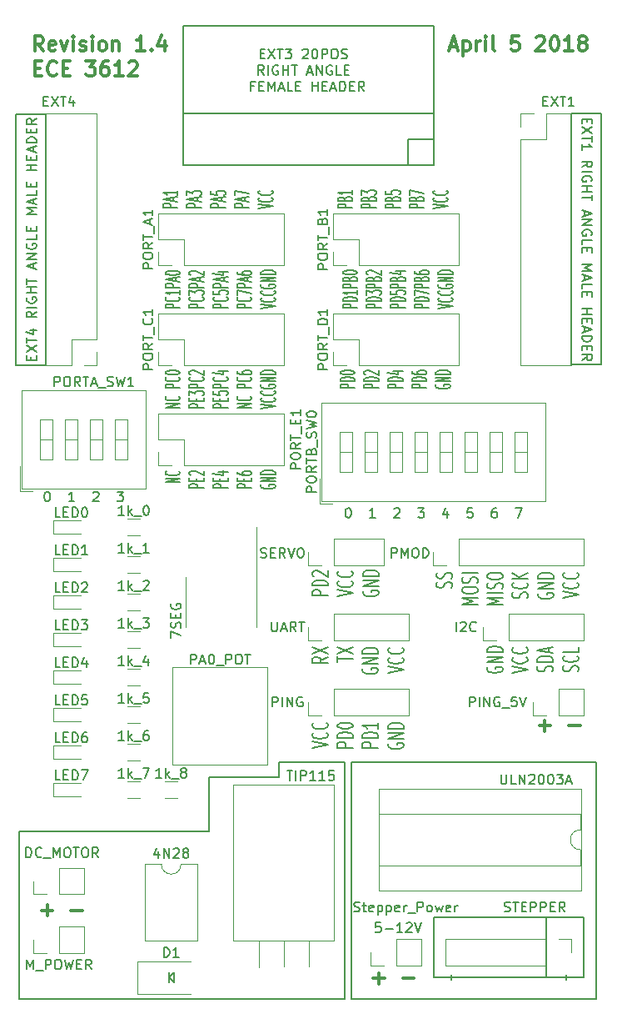
<source format=gbr>
G04 #@! TF.FileFunction,Legend,Top*
%FSLAX46Y46*%
G04 Gerber Fmt 4.6, Leading zero omitted, Abs format (unit mm)*
G04 Created by KiCad (PCBNEW 4.0.7) date 04/06/18 15:52:27*
%MOMM*%
%LPD*%
G01*
G04 APERTURE LIST*
%ADD10C,0.100000*%
%ADD11C,0.150000*%
%ADD12C,0.200000*%
%ADD13C,0.300000*%
%ADD14C,0.175000*%
%ADD15C,0.120000*%
G04 APERTURE END LIST*
D10*
D11*
X128008071Y-82088096D02*
X128008071Y-81754762D01*
X128531881Y-81611905D02*
X128531881Y-82088096D01*
X127531881Y-82088096D01*
X127531881Y-81611905D01*
X127531881Y-81278572D02*
X128531881Y-80611905D01*
X127531881Y-80611905D02*
X128531881Y-81278572D01*
X127531881Y-80373810D02*
X127531881Y-79802381D01*
X128531881Y-80088096D02*
X127531881Y-80088096D01*
X127865214Y-79040476D02*
X128531881Y-79040476D01*
X127484262Y-79278572D02*
X128198548Y-79516667D01*
X128198548Y-78897619D01*
X128531881Y-77183333D02*
X128055690Y-77516667D01*
X128531881Y-77754762D02*
X127531881Y-77754762D01*
X127531881Y-77373809D01*
X127579500Y-77278571D01*
X127627119Y-77230952D01*
X127722357Y-77183333D01*
X127865214Y-77183333D01*
X127960452Y-77230952D01*
X128008071Y-77278571D01*
X128055690Y-77373809D01*
X128055690Y-77754762D01*
X128531881Y-76754762D02*
X127531881Y-76754762D01*
X127579500Y-75754762D02*
X127531881Y-75850000D01*
X127531881Y-75992857D01*
X127579500Y-76135715D01*
X127674738Y-76230953D01*
X127769976Y-76278572D01*
X127960452Y-76326191D01*
X128103310Y-76326191D01*
X128293786Y-76278572D01*
X128389024Y-76230953D01*
X128484262Y-76135715D01*
X128531881Y-75992857D01*
X128531881Y-75897619D01*
X128484262Y-75754762D01*
X128436643Y-75707143D01*
X128103310Y-75707143D01*
X128103310Y-75897619D01*
X128531881Y-75278572D02*
X127531881Y-75278572D01*
X128008071Y-75278572D02*
X128008071Y-74707143D01*
X128531881Y-74707143D02*
X127531881Y-74707143D01*
X127531881Y-74373810D02*
X127531881Y-73802381D01*
X128531881Y-74088096D02*
X127531881Y-74088096D01*
X128246167Y-72754762D02*
X128246167Y-72278571D01*
X128531881Y-72850000D02*
X127531881Y-72516667D01*
X128531881Y-72183333D01*
X128531881Y-71850000D02*
X127531881Y-71850000D01*
X128531881Y-71278571D01*
X127531881Y-71278571D01*
X127579500Y-70278571D02*
X127531881Y-70373809D01*
X127531881Y-70516666D01*
X127579500Y-70659524D01*
X127674738Y-70754762D01*
X127769976Y-70802381D01*
X127960452Y-70850000D01*
X128103310Y-70850000D01*
X128293786Y-70802381D01*
X128389024Y-70754762D01*
X128484262Y-70659524D01*
X128531881Y-70516666D01*
X128531881Y-70421428D01*
X128484262Y-70278571D01*
X128436643Y-70230952D01*
X128103310Y-70230952D01*
X128103310Y-70421428D01*
X128531881Y-69326190D02*
X128531881Y-69802381D01*
X127531881Y-69802381D01*
X128008071Y-68992857D02*
X128008071Y-68659523D01*
X128531881Y-68516666D02*
X128531881Y-68992857D01*
X127531881Y-68992857D01*
X127531881Y-68516666D01*
X128531881Y-67326190D02*
X127531881Y-67326190D01*
X128246167Y-66992856D01*
X127531881Y-66659523D01*
X128531881Y-66659523D01*
X128246167Y-66230952D02*
X128246167Y-65754761D01*
X128531881Y-66326190D02*
X127531881Y-65992857D01*
X128531881Y-65659523D01*
X128531881Y-64849999D02*
X128531881Y-65326190D01*
X127531881Y-65326190D01*
X128008071Y-64516666D02*
X128008071Y-64183332D01*
X128531881Y-64040475D02*
X128531881Y-64516666D01*
X127531881Y-64516666D01*
X127531881Y-64040475D01*
X128531881Y-62849999D02*
X127531881Y-62849999D01*
X128008071Y-62849999D02*
X128008071Y-62278570D01*
X128531881Y-62278570D02*
X127531881Y-62278570D01*
X128008071Y-61802380D02*
X128008071Y-61469046D01*
X128531881Y-61326189D02*
X128531881Y-61802380D01*
X127531881Y-61802380D01*
X127531881Y-61326189D01*
X128246167Y-60945237D02*
X128246167Y-60469046D01*
X128531881Y-61040475D02*
X127531881Y-60707142D01*
X128531881Y-60373808D01*
X128531881Y-60040475D02*
X127531881Y-60040475D01*
X127531881Y-59802380D01*
X127579500Y-59659522D01*
X127674738Y-59564284D01*
X127769976Y-59516665D01*
X127960452Y-59469046D01*
X128103310Y-59469046D01*
X128293786Y-59516665D01*
X128389024Y-59564284D01*
X128484262Y-59659522D01*
X128531881Y-59802380D01*
X128531881Y-60040475D01*
X128008071Y-59040475D02*
X128008071Y-58707141D01*
X128531881Y-58564284D02*
X128531881Y-59040475D01*
X127531881Y-59040475D01*
X127531881Y-58564284D01*
X128531881Y-57564284D02*
X128055690Y-57897618D01*
X128531881Y-58135713D02*
X127531881Y-58135713D01*
X127531881Y-57754760D01*
X127579500Y-57659522D01*
X127627119Y-57611903D01*
X127722357Y-57564284D01*
X127865214Y-57564284D01*
X127960452Y-57611903D01*
X128008071Y-57659522D01*
X128055690Y-57754760D01*
X128055690Y-58135713D01*
D12*
X129476500Y-82613500D02*
X129476500Y-57150000D01*
X126428500Y-57150000D02*
X126428500Y-82613500D01*
X129476500Y-57150000D02*
X126428500Y-57150000D01*
X129476500Y-82613500D02*
X126428500Y-82613500D01*
D11*
X184538929Y-57611904D02*
X184538929Y-57945238D01*
X184015119Y-58088095D02*
X184015119Y-57611904D01*
X185015119Y-57611904D01*
X185015119Y-58088095D01*
X185015119Y-58421428D02*
X184015119Y-59088095D01*
X185015119Y-59088095D02*
X184015119Y-58421428D01*
X185015119Y-59326190D02*
X185015119Y-59897619D01*
X184015119Y-59611904D02*
X185015119Y-59611904D01*
X184015119Y-60754762D02*
X184015119Y-60183333D01*
X184015119Y-60469047D02*
X185015119Y-60469047D01*
X184872262Y-60373809D01*
X184777024Y-60278571D01*
X184729405Y-60183333D01*
X184015119Y-62516667D02*
X184491310Y-62183333D01*
X184015119Y-61945238D02*
X185015119Y-61945238D01*
X185015119Y-62326191D01*
X184967500Y-62421429D01*
X184919881Y-62469048D01*
X184824643Y-62516667D01*
X184681786Y-62516667D01*
X184586548Y-62469048D01*
X184538929Y-62421429D01*
X184491310Y-62326191D01*
X184491310Y-61945238D01*
X184015119Y-62945238D02*
X185015119Y-62945238D01*
X184967500Y-63945238D02*
X185015119Y-63850000D01*
X185015119Y-63707143D01*
X184967500Y-63564285D01*
X184872262Y-63469047D01*
X184777024Y-63421428D01*
X184586548Y-63373809D01*
X184443690Y-63373809D01*
X184253214Y-63421428D01*
X184157976Y-63469047D01*
X184062738Y-63564285D01*
X184015119Y-63707143D01*
X184015119Y-63802381D01*
X184062738Y-63945238D01*
X184110357Y-63992857D01*
X184443690Y-63992857D01*
X184443690Y-63802381D01*
X184015119Y-64421428D02*
X185015119Y-64421428D01*
X184538929Y-64421428D02*
X184538929Y-64992857D01*
X184015119Y-64992857D02*
X185015119Y-64992857D01*
X185015119Y-65326190D02*
X185015119Y-65897619D01*
X184015119Y-65611904D02*
X185015119Y-65611904D01*
X184300833Y-66945238D02*
X184300833Y-67421429D01*
X184015119Y-66850000D02*
X185015119Y-67183333D01*
X184015119Y-67516667D01*
X184015119Y-67850000D02*
X185015119Y-67850000D01*
X184015119Y-68421429D01*
X185015119Y-68421429D01*
X184967500Y-69421429D02*
X185015119Y-69326191D01*
X185015119Y-69183334D01*
X184967500Y-69040476D01*
X184872262Y-68945238D01*
X184777024Y-68897619D01*
X184586548Y-68850000D01*
X184443690Y-68850000D01*
X184253214Y-68897619D01*
X184157976Y-68945238D01*
X184062738Y-69040476D01*
X184015119Y-69183334D01*
X184015119Y-69278572D01*
X184062738Y-69421429D01*
X184110357Y-69469048D01*
X184443690Y-69469048D01*
X184443690Y-69278572D01*
X184015119Y-70373810D02*
X184015119Y-69897619D01*
X185015119Y-69897619D01*
X184538929Y-70707143D02*
X184538929Y-71040477D01*
X184015119Y-71183334D02*
X184015119Y-70707143D01*
X185015119Y-70707143D01*
X185015119Y-71183334D01*
X184015119Y-72373810D02*
X185015119Y-72373810D01*
X184300833Y-72707144D01*
X185015119Y-73040477D01*
X184015119Y-73040477D01*
X184300833Y-73469048D02*
X184300833Y-73945239D01*
X184015119Y-73373810D02*
X185015119Y-73707143D01*
X184015119Y-74040477D01*
X184015119Y-74850001D02*
X184015119Y-74373810D01*
X185015119Y-74373810D01*
X184538929Y-75183334D02*
X184538929Y-75516668D01*
X184015119Y-75659525D02*
X184015119Y-75183334D01*
X185015119Y-75183334D01*
X185015119Y-75659525D01*
X184015119Y-76850001D02*
X185015119Y-76850001D01*
X184538929Y-76850001D02*
X184538929Y-77421430D01*
X184015119Y-77421430D02*
X185015119Y-77421430D01*
X184538929Y-77897620D02*
X184538929Y-78230954D01*
X184015119Y-78373811D02*
X184015119Y-77897620D01*
X185015119Y-77897620D01*
X185015119Y-78373811D01*
X184300833Y-78754763D02*
X184300833Y-79230954D01*
X184015119Y-78659525D02*
X185015119Y-78992858D01*
X184015119Y-79326192D01*
X184015119Y-79659525D02*
X185015119Y-79659525D01*
X185015119Y-79897620D01*
X184967500Y-80040478D01*
X184872262Y-80135716D01*
X184777024Y-80183335D01*
X184586548Y-80230954D01*
X184443690Y-80230954D01*
X184253214Y-80183335D01*
X184157976Y-80135716D01*
X184062738Y-80040478D01*
X184015119Y-79897620D01*
X184015119Y-79659525D01*
X184538929Y-80659525D02*
X184538929Y-80992859D01*
X184015119Y-81135716D02*
X184015119Y-80659525D01*
X185015119Y-80659525D01*
X185015119Y-81135716D01*
X184015119Y-82135716D02*
X184491310Y-81802382D01*
X184015119Y-81564287D02*
X185015119Y-81564287D01*
X185015119Y-81945240D01*
X184967500Y-82040478D01*
X184919881Y-82088097D01*
X184824643Y-82135716D01*
X184681786Y-82135716D01*
X184586548Y-82088097D01*
X184538929Y-82040478D01*
X184491310Y-81945240D01*
X184491310Y-81564287D01*
D12*
X182943500Y-82550000D02*
X182943500Y-57086500D01*
X185991500Y-82550000D02*
X185991500Y-57086500D01*
X182880000Y-82550000D02*
X185991500Y-82550000D01*
X182943500Y-57086500D02*
X185991500Y-57086500D01*
D11*
X151321095Y-50983571D02*
X151654429Y-50983571D01*
X151797286Y-51507381D02*
X151321095Y-51507381D01*
X151321095Y-50507381D01*
X151797286Y-50507381D01*
X152130619Y-50507381D02*
X152797286Y-51507381D01*
X152797286Y-50507381D02*
X152130619Y-51507381D01*
X153035381Y-50507381D02*
X153606810Y-50507381D01*
X153321095Y-51507381D02*
X153321095Y-50507381D01*
X153844905Y-50507381D02*
X154463953Y-50507381D01*
X154130619Y-50888333D01*
X154273477Y-50888333D01*
X154368715Y-50935952D01*
X154416334Y-50983571D01*
X154463953Y-51078810D01*
X154463953Y-51316905D01*
X154416334Y-51412143D01*
X154368715Y-51459762D01*
X154273477Y-51507381D01*
X153987762Y-51507381D01*
X153892524Y-51459762D01*
X153844905Y-51412143D01*
X155606810Y-50602619D02*
X155654429Y-50555000D01*
X155749667Y-50507381D01*
X155987763Y-50507381D01*
X156083001Y-50555000D01*
X156130620Y-50602619D01*
X156178239Y-50697857D01*
X156178239Y-50793095D01*
X156130620Y-50935952D01*
X155559191Y-51507381D01*
X156178239Y-51507381D01*
X156797286Y-50507381D02*
X156892525Y-50507381D01*
X156987763Y-50555000D01*
X157035382Y-50602619D01*
X157083001Y-50697857D01*
X157130620Y-50888333D01*
X157130620Y-51126429D01*
X157083001Y-51316905D01*
X157035382Y-51412143D01*
X156987763Y-51459762D01*
X156892525Y-51507381D01*
X156797286Y-51507381D01*
X156702048Y-51459762D01*
X156654429Y-51412143D01*
X156606810Y-51316905D01*
X156559191Y-51126429D01*
X156559191Y-50888333D01*
X156606810Y-50697857D01*
X156654429Y-50602619D01*
X156702048Y-50555000D01*
X156797286Y-50507381D01*
X157559191Y-51507381D02*
X157559191Y-50507381D01*
X157940144Y-50507381D01*
X158035382Y-50555000D01*
X158083001Y-50602619D01*
X158130620Y-50697857D01*
X158130620Y-50840714D01*
X158083001Y-50935952D01*
X158035382Y-50983571D01*
X157940144Y-51031190D01*
X157559191Y-51031190D01*
X158749667Y-50507381D02*
X158940144Y-50507381D01*
X159035382Y-50555000D01*
X159130620Y-50650238D01*
X159178239Y-50840714D01*
X159178239Y-51174048D01*
X159130620Y-51364524D01*
X159035382Y-51459762D01*
X158940144Y-51507381D01*
X158749667Y-51507381D01*
X158654429Y-51459762D01*
X158559191Y-51364524D01*
X158511572Y-51174048D01*
X158511572Y-50840714D01*
X158559191Y-50650238D01*
X158654429Y-50555000D01*
X158749667Y-50507381D01*
X159559191Y-51459762D02*
X159702048Y-51507381D01*
X159940144Y-51507381D01*
X160035382Y-51459762D01*
X160083001Y-51412143D01*
X160130620Y-51316905D01*
X160130620Y-51221667D01*
X160083001Y-51126429D01*
X160035382Y-51078810D01*
X159940144Y-51031190D01*
X159749667Y-50983571D01*
X159654429Y-50935952D01*
X159606810Y-50888333D01*
X159559191Y-50793095D01*
X159559191Y-50697857D01*
X159606810Y-50602619D01*
X159654429Y-50555000D01*
X159749667Y-50507381D01*
X159987763Y-50507381D01*
X160130620Y-50555000D01*
X151678238Y-53157381D02*
X151344904Y-52681190D01*
X151106809Y-53157381D02*
X151106809Y-52157381D01*
X151487762Y-52157381D01*
X151583000Y-52205000D01*
X151630619Y-52252619D01*
X151678238Y-52347857D01*
X151678238Y-52490714D01*
X151630619Y-52585952D01*
X151583000Y-52633571D01*
X151487762Y-52681190D01*
X151106809Y-52681190D01*
X152106809Y-53157381D02*
X152106809Y-52157381D01*
X153106809Y-52205000D02*
X153011571Y-52157381D01*
X152868714Y-52157381D01*
X152725856Y-52205000D01*
X152630618Y-52300238D01*
X152582999Y-52395476D01*
X152535380Y-52585952D01*
X152535380Y-52728810D01*
X152582999Y-52919286D01*
X152630618Y-53014524D01*
X152725856Y-53109762D01*
X152868714Y-53157381D01*
X152963952Y-53157381D01*
X153106809Y-53109762D01*
X153154428Y-53062143D01*
X153154428Y-52728810D01*
X152963952Y-52728810D01*
X153582999Y-53157381D02*
X153582999Y-52157381D01*
X153582999Y-52633571D02*
X154154428Y-52633571D01*
X154154428Y-53157381D02*
X154154428Y-52157381D01*
X154487761Y-52157381D02*
X155059190Y-52157381D01*
X154773475Y-53157381D02*
X154773475Y-52157381D01*
X156106809Y-52871667D02*
X156583000Y-52871667D01*
X156011571Y-53157381D02*
X156344904Y-52157381D01*
X156678238Y-53157381D01*
X157011571Y-53157381D02*
X157011571Y-52157381D01*
X157583000Y-53157381D01*
X157583000Y-52157381D01*
X158583000Y-52205000D02*
X158487762Y-52157381D01*
X158344905Y-52157381D01*
X158202047Y-52205000D01*
X158106809Y-52300238D01*
X158059190Y-52395476D01*
X158011571Y-52585952D01*
X158011571Y-52728810D01*
X158059190Y-52919286D01*
X158106809Y-53014524D01*
X158202047Y-53109762D01*
X158344905Y-53157381D01*
X158440143Y-53157381D01*
X158583000Y-53109762D01*
X158630619Y-53062143D01*
X158630619Y-52728810D01*
X158440143Y-52728810D01*
X159535381Y-53157381D02*
X159059190Y-53157381D01*
X159059190Y-52157381D01*
X159868714Y-52633571D02*
X160202048Y-52633571D01*
X160344905Y-53157381D02*
X159868714Y-53157381D01*
X159868714Y-52157381D01*
X160344905Y-52157381D01*
X150678238Y-54283571D02*
X150344904Y-54283571D01*
X150344904Y-54807381D02*
X150344904Y-53807381D01*
X150821095Y-53807381D01*
X151202047Y-54283571D02*
X151535381Y-54283571D01*
X151678238Y-54807381D02*
X151202047Y-54807381D01*
X151202047Y-53807381D01*
X151678238Y-53807381D01*
X152106809Y-54807381D02*
X152106809Y-53807381D01*
X152440143Y-54521667D01*
X152773476Y-53807381D01*
X152773476Y-54807381D01*
X153202047Y-54521667D02*
X153678238Y-54521667D01*
X153106809Y-54807381D02*
X153440142Y-53807381D01*
X153773476Y-54807381D01*
X154583000Y-54807381D02*
X154106809Y-54807381D01*
X154106809Y-53807381D01*
X154916333Y-54283571D02*
X155249667Y-54283571D01*
X155392524Y-54807381D02*
X154916333Y-54807381D01*
X154916333Y-53807381D01*
X155392524Y-53807381D01*
X156583000Y-54807381D02*
X156583000Y-53807381D01*
X156583000Y-54283571D02*
X157154429Y-54283571D01*
X157154429Y-54807381D02*
X157154429Y-53807381D01*
X157630619Y-54283571D02*
X157963953Y-54283571D01*
X158106810Y-54807381D02*
X157630619Y-54807381D01*
X157630619Y-53807381D01*
X158106810Y-53807381D01*
X158487762Y-54521667D02*
X158963953Y-54521667D01*
X158392524Y-54807381D02*
X158725857Y-53807381D01*
X159059191Y-54807381D01*
X159392524Y-54807381D02*
X159392524Y-53807381D01*
X159630619Y-53807381D01*
X159773477Y-53855000D01*
X159868715Y-53950238D01*
X159916334Y-54045476D01*
X159963953Y-54235952D01*
X159963953Y-54378810D01*
X159916334Y-54569286D01*
X159868715Y-54664524D01*
X159773477Y-54759762D01*
X159630619Y-54807381D01*
X159392524Y-54807381D01*
X160392524Y-54283571D02*
X160725858Y-54283571D01*
X160868715Y-54807381D02*
X160392524Y-54807381D01*
X160392524Y-53807381D01*
X160868715Y-53807381D01*
X161868715Y-54807381D02*
X161535381Y-54331190D01*
X161297286Y-54807381D02*
X161297286Y-53807381D01*
X161678239Y-53807381D01*
X161773477Y-53855000D01*
X161821096Y-53902619D01*
X161868715Y-53997857D01*
X161868715Y-54140714D01*
X161821096Y-54235952D01*
X161773477Y-54283571D01*
X161678239Y-54331190D01*
X161297286Y-54331190D01*
D12*
X143446500Y-62293500D02*
X143446500Y-62230000D01*
X168973500Y-62293500D02*
X143446500Y-62293500D01*
X143446500Y-62293500D02*
X143446500Y-57086500D01*
X168973500Y-48133000D02*
X168910000Y-48133000D01*
X168973500Y-62293500D02*
X168973500Y-48133000D01*
X143446500Y-48133000D02*
X168910000Y-48133000D01*
X143446500Y-57086500D02*
X143446500Y-48133000D01*
D13*
X179665572Y-119233143D02*
X180808429Y-119233143D01*
X180237000Y-119804571D02*
X180237000Y-118661714D01*
X182665572Y-119233143D02*
X183808429Y-119233143D01*
D11*
X129588094Y-95464381D02*
X129683333Y-95464381D01*
X129778571Y-95512000D01*
X129826190Y-95559619D01*
X129873809Y-95654857D01*
X129921428Y-95845333D01*
X129921428Y-96083429D01*
X129873809Y-96273905D01*
X129826190Y-96369143D01*
X129778571Y-96416762D01*
X129683333Y-96464381D01*
X129588094Y-96464381D01*
X129492856Y-96416762D01*
X129445237Y-96369143D01*
X129397618Y-96273905D01*
X129349999Y-96083429D01*
X129349999Y-95845333D01*
X129397618Y-95654857D01*
X129445237Y-95559619D01*
X129492856Y-95512000D01*
X129588094Y-95464381D01*
X132397619Y-96464381D02*
X131826190Y-96464381D01*
X132111904Y-96464381D02*
X132111904Y-95464381D01*
X132016666Y-95607238D01*
X131921428Y-95702476D01*
X131826190Y-95750095D01*
X134302381Y-95559619D02*
X134350000Y-95512000D01*
X134445238Y-95464381D01*
X134683334Y-95464381D01*
X134778572Y-95512000D01*
X134826191Y-95559619D01*
X134873810Y-95654857D01*
X134873810Y-95750095D01*
X134826191Y-95892952D01*
X134254762Y-96464381D01*
X134873810Y-96464381D01*
X136730953Y-95464381D02*
X137350001Y-95464381D01*
X137016667Y-95845333D01*
X137159525Y-95845333D01*
X137254763Y-95892952D01*
X137302382Y-95940571D01*
X137350001Y-96035810D01*
X137350001Y-96273905D01*
X137302382Y-96369143D01*
X137254763Y-96416762D01*
X137159525Y-96464381D01*
X136873810Y-96464381D01*
X136778572Y-96416762D01*
X136730953Y-96369143D01*
D12*
X141986000Y-145288000D02*
X141986000Y-144272000D01*
X141986000Y-144780000D02*
X141986000Y-145288000D01*
X142494000Y-144272000D02*
X141986000Y-144780000D01*
X142494000Y-145288000D02*
X142494000Y-144272000D01*
X141986000Y-144780000D02*
X142494000Y-145288000D01*
X170688000Y-144526000D02*
X170688000Y-144780000D01*
X170688000Y-145034000D02*
X170688000Y-144526000D01*
X182372000Y-144526000D02*
X182372000Y-144780000D01*
X182372000Y-145034000D02*
X182372000Y-144526000D01*
X185420000Y-146304000D02*
X185420000Y-146050000D01*
X185420000Y-146939000D02*
X185420000Y-146304000D01*
X160528000Y-146939000D02*
X185420000Y-146939000D01*
X160528000Y-146304000D02*
X160528000Y-146939000D01*
X126746000Y-146939000D02*
X126746000Y-146812000D01*
X159893000Y-146939000D02*
X126746000Y-146939000D01*
X159893000Y-122936000D02*
X159893000Y-146939000D01*
X153162000Y-122936000D02*
X159893000Y-122936000D01*
X153162000Y-124460000D02*
X153162000Y-122936000D01*
X146050000Y-124460000D02*
X153162000Y-124460000D01*
X146050000Y-129921000D02*
X146050000Y-124460000D01*
X126746000Y-129921000D02*
X146050000Y-129921000D01*
X126746000Y-146812000D02*
X126746000Y-129921000D01*
D11*
X160195712Y-97115381D02*
X160290951Y-97115381D01*
X160386189Y-97163000D01*
X160433808Y-97210619D01*
X160481427Y-97305857D01*
X160529046Y-97496333D01*
X160529046Y-97734429D01*
X160481427Y-97924905D01*
X160433808Y-98020143D01*
X160386189Y-98067762D01*
X160290951Y-98115381D01*
X160195712Y-98115381D01*
X160100474Y-98067762D01*
X160052855Y-98020143D01*
X160005236Y-97924905D01*
X159957617Y-97734429D01*
X159957617Y-97496333D01*
X160005236Y-97305857D01*
X160052855Y-97210619D01*
X160100474Y-97163000D01*
X160195712Y-97115381D01*
X163005237Y-98115381D02*
X162433808Y-98115381D01*
X162719522Y-98115381D02*
X162719522Y-97115381D01*
X162624284Y-97258238D01*
X162529046Y-97353476D01*
X162433808Y-97401095D01*
X164909999Y-97210619D02*
X164957618Y-97163000D01*
X165052856Y-97115381D01*
X165290952Y-97115381D01*
X165386190Y-97163000D01*
X165433809Y-97210619D01*
X165481428Y-97305857D01*
X165481428Y-97401095D01*
X165433809Y-97543952D01*
X164862380Y-98115381D01*
X165481428Y-98115381D01*
X167338571Y-97115381D02*
X167957619Y-97115381D01*
X167624285Y-97496333D01*
X167767143Y-97496333D01*
X167862381Y-97543952D01*
X167910000Y-97591571D01*
X167957619Y-97686810D01*
X167957619Y-97924905D01*
X167910000Y-98020143D01*
X167862381Y-98067762D01*
X167767143Y-98115381D01*
X167481428Y-98115381D01*
X167386190Y-98067762D01*
X167338571Y-98020143D01*
X170338572Y-97448714D02*
X170338572Y-98115381D01*
X170100476Y-97067762D02*
X169862381Y-97782048D01*
X170481429Y-97782048D01*
X172862382Y-97115381D02*
X172386191Y-97115381D01*
X172338572Y-97591571D01*
X172386191Y-97543952D01*
X172481429Y-97496333D01*
X172719525Y-97496333D01*
X172814763Y-97543952D01*
X172862382Y-97591571D01*
X172910001Y-97686810D01*
X172910001Y-97924905D01*
X172862382Y-98020143D01*
X172814763Y-98067762D01*
X172719525Y-98115381D01*
X172481429Y-98115381D01*
X172386191Y-98067762D01*
X172338572Y-98020143D01*
X175290954Y-97115381D02*
X175100477Y-97115381D01*
X175005239Y-97163000D01*
X174957620Y-97210619D01*
X174862382Y-97353476D01*
X174814763Y-97543952D01*
X174814763Y-97924905D01*
X174862382Y-98020143D01*
X174910001Y-98067762D01*
X175005239Y-98115381D01*
X175195716Y-98115381D01*
X175290954Y-98067762D01*
X175338573Y-98020143D01*
X175386192Y-97924905D01*
X175386192Y-97686810D01*
X175338573Y-97591571D01*
X175290954Y-97543952D01*
X175195716Y-97496333D01*
X175005239Y-97496333D01*
X174910001Y-97543952D01*
X174862382Y-97591571D01*
X174814763Y-97686810D01*
X177243335Y-97115381D02*
X177910002Y-97115381D01*
X177481430Y-98115381D01*
D12*
X180340000Y-140906500D02*
X180340000Y-144780000D01*
X180340000Y-138684000D02*
X180403500Y-138684000D01*
X180340000Y-140906500D02*
X180340000Y-138684000D01*
X168910000Y-144780000D02*
X184150000Y-144780000D01*
X168910000Y-144272000D02*
X168910000Y-144780000D01*
X168910000Y-138684000D02*
X168910000Y-144272000D01*
X184150000Y-138684000D02*
X168910000Y-138684000D01*
X184150000Y-144780000D02*
X184150000Y-138684000D01*
D13*
X162774572Y-144887143D02*
X163917429Y-144887143D01*
X163346000Y-145458571D02*
X163346000Y-144315714D01*
X165774572Y-144887143D02*
X166917429Y-144887143D01*
D12*
X160528000Y-146304000D02*
X160528000Y-145796000D01*
X185420000Y-122936000D02*
X185420000Y-146304000D01*
X160528000Y-122936000D02*
X185420000Y-122936000D01*
X160528000Y-145796000D02*
X160528000Y-122936000D01*
D11*
X163528286Y-139215381D02*
X163052095Y-139215381D01*
X163004476Y-139691571D01*
X163052095Y-139643952D01*
X163147333Y-139596333D01*
X163385429Y-139596333D01*
X163480667Y-139643952D01*
X163528286Y-139691571D01*
X163575905Y-139786810D01*
X163575905Y-140024905D01*
X163528286Y-140120143D01*
X163480667Y-140167762D01*
X163385429Y-140215381D01*
X163147333Y-140215381D01*
X163052095Y-140167762D01*
X163004476Y-140120143D01*
X164004476Y-139834429D02*
X164766381Y-139834429D01*
X165766381Y-140215381D02*
X165194952Y-140215381D01*
X165480666Y-140215381D02*
X165480666Y-139215381D01*
X165385428Y-139358238D01*
X165290190Y-139453476D01*
X165194952Y-139501095D01*
X166147333Y-139310619D02*
X166194952Y-139263000D01*
X166290190Y-139215381D01*
X166528286Y-139215381D01*
X166623524Y-139263000D01*
X166671143Y-139310619D01*
X166718762Y-139405857D01*
X166718762Y-139501095D01*
X166671143Y-139643952D01*
X166099714Y-140215381D01*
X166718762Y-140215381D01*
X167004476Y-139215381D02*
X167337809Y-140215381D01*
X167671143Y-139215381D01*
D12*
X168935400Y-59690000D02*
X168935400Y-59766200D01*
X166344600Y-59690000D02*
X168935400Y-59690000D01*
X166344600Y-62280800D02*
X166344600Y-59690000D01*
X168960800Y-57099200D02*
X143459200Y-57099200D01*
D14*
X174407500Y-113283904D02*
X174331310Y-113379142D01*
X174331310Y-113521999D01*
X174407500Y-113664857D01*
X174559881Y-113760095D01*
X174712262Y-113807714D01*
X175017024Y-113855333D01*
X175245595Y-113855333D01*
X175550357Y-113807714D01*
X175702738Y-113760095D01*
X175855119Y-113664857D01*
X175931310Y-113521999D01*
X175931310Y-113426761D01*
X175855119Y-113283904D01*
X175778929Y-113236285D01*
X175245595Y-113236285D01*
X175245595Y-113426761D01*
X175931310Y-112807714D02*
X174331310Y-112807714D01*
X175931310Y-112236285D01*
X174331310Y-112236285D01*
X175931310Y-111760095D02*
X174331310Y-111760095D01*
X174331310Y-111522000D01*
X174407500Y-111379142D01*
X174559881Y-111283904D01*
X174712262Y-111236285D01*
X175017024Y-111188666D01*
X175245595Y-111188666D01*
X175550357Y-111236285D01*
X175702738Y-111283904D01*
X175855119Y-111379142D01*
X175931310Y-111522000D01*
X175931310Y-111760095D01*
X176906310Y-113855333D02*
X178506310Y-113522000D01*
X176906310Y-113188666D01*
X178353929Y-112283904D02*
X178430119Y-112331523D01*
X178506310Y-112474380D01*
X178506310Y-112569618D01*
X178430119Y-112712476D01*
X178277738Y-112807714D01*
X178125357Y-112855333D01*
X177820595Y-112902952D01*
X177592024Y-112902952D01*
X177287262Y-112855333D01*
X177134881Y-112807714D01*
X176982500Y-112712476D01*
X176906310Y-112569618D01*
X176906310Y-112474380D01*
X176982500Y-112331523D01*
X177058690Y-112283904D01*
X178353929Y-111283904D02*
X178430119Y-111331523D01*
X178506310Y-111474380D01*
X178506310Y-111569618D01*
X178430119Y-111712476D01*
X178277738Y-111807714D01*
X178125357Y-111855333D01*
X177820595Y-111902952D01*
X177592024Y-111902952D01*
X177287262Y-111855333D01*
X177134881Y-111807714D01*
X176982500Y-111712476D01*
X176906310Y-111569618D01*
X176906310Y-111474380D01*
X176982500Y-111331523D01*
X177058690Y-111283904D01*
X181005119Y-113736286D02*
X181081310Y-113593429D01*
X181081310Y-113355333D01*
X181005119Y-113260095D01*
X180928929Y-113212476D01*
X180776548Y-113164857D01*
X180624167Y-113164857D01*
X180471786Y-113212476D01*
X180395595Y-113260095D01*
X180319405Y-113355333D01*
X180243214Y-113545810D01*
X180167024Y-113641048D01*
X180090833Y-113688667D01*
X179938452Y-113736286D01*
X179786071Y-113736286D01*
X179633690Y-113688667D01*
X179557500Y-113641048D01*
X179481310Y-113545810D01*
X179481310Y-113307714D01*
X179557500Y-113164857D01*
X181081310Y-112736286D02*
X179481310Y-112736286D01*
X179481310Y-112498191D01*
X179557500Y-112355333D01*
X179709881Y-112260095D01*
X179862262Y-112212476D01*
X180167024Y-112164857D01*
X180395595Y-112164857D01*
X180700357Y-112212476D01*
X180852738Y-112260095D01*
X181005119Y-112355333D01*
X181081310Y-112498191D01*
X181081310Y-112736286D01*
X180624167Y-111783905D02*
X180624167Y-111307714D01*
X181081310Y-111879143D02*
X179481310Y-111545810D01*
X181081310Y-111212476D01*
X183580119Y-113712476D02*
X183656310Y-113569619D01*
X183656310Y-113331523D01*
X183580119Y-113236285D01*
X183503929Y-113188666D01*
X183351548Y-113141047D01*
X183199167Y-113141047D01*
X183046786Y-113188666D01*
X182970595Y-113236285D01*
X182894405Y-113331523D01*
X182818214Y-113522000D01*
X182742024Y-113617238D01*
X182665833Y-113664857D01*
X182513452Y-113712476D01*
X182361071Y-113712476D01*
X182208690Y-113664857D01*
X182132500Y-113617238D01*
X182056310Y-113522000D01*
X182056310Y-113283904D01*
X182132500Y-113141047D01*
X183503929Y-112141047D02*
X183580119Y-112188666D01*
X183656310Y-112331523D01*
X183656310Y-112426761D01*
X183580119Y-112569619D01*
X183427738Y-112664857D01*
X183275357Y-112712476D01*
X182970595Y-112760095D01*
X182742024Y-112760095D01*
X182437262Y-112712476D01*
X182284881Y-112664857D01*
X182132500Y-112569619D01*
X182056310Y-112426761D01*
X182056310Y-112331523D01*
X182132500Y-112188666D01*
X182208690Y-112141047D01*
X183656310Y-111236285D02*
X183656310Y-111712476D01*
X182056310Y-111712476D01*
X158168810Y-106013095D02*
X156568810Y-106013095D01*
X156568810Y-105632142D01*
X156645000Y-105536904D01*
X156721190Y-105489285D01*
X156873571Y-105441666D01*
X157102143Y-105441666D01*
X157254524Y-105489285D01*
X157330714Y-105536904D01*
X157406905Y-105632142D01*
X157406905Y-106013095D01*
X158168810Y-105013095D02*
X156568810Y-105013095D01*
X156568810Y-104775000D01*
X156645000Y-104632142D01*
X156797381Y-104536904D01*
X156949762Y-104489285D01*
X157254524Y-104441666D01*
X157483095Y-104441666D01*
X157787857Y-104489285D01*
X157940238Y-104536904D01*
X158092619Y-104632142D01*
X158168810Y-104775000D01*
X158168810Y-105013095D01*
X156721190Y-104060714D02*
X156645000Y-104013095D01*
X156568810Y-103917857D01*
X156568810Y-103679761D01*
X156645000Y-103584523D01*
X156721190Y-103536904D01*
X156873571Y-103489285D01*
X157025952Y-103489285D01*
X157254524Y-103536904D01*
X158168810Y-104108333D01*
X158168810Y-103489285D01*
X159143810Y-106108333D02*
X160743810Y-105775000D01*
X159143810Y-105441666D01*
X160591429Y-104536904D02*
X160667619Y-104584523D01*
X160743810Y-104727380D01*
X160743810Y-104822618D01*
X160667619Y-104965476D01*
X160515238Y-105060714D01*
X160362857Y-105108333D01*
X160058095Y-105155952D01*
X159829524Y-105155952D01*
X159524762Y-105108333D01*
X159372381Y-105060714D01*
X159220000Y-104965476D01*
X159143810Y-104822618D01*
X159143810Y-104727380D01*
X159220000Y-104584523D01*
X159296190Y-104536904D01*
X160591429Y-103536904D02*
X160667619Y-103584523D01*
X160743810Y-103727380D01*
X160743810Y-103822618D01*
X160667619Y-103965476D01*
X160515238Y-104060714D01*
X160362857Y-104108333D01*
X160058095Y-104155952D01*
X159829524Y-104155952D01*
X159524762Y-104108333D01*
X159372381Y-104060714D01*
X159220000Y-103965476D01*
X159143810Y-103822618D01*
X159143810Y-103727380D01*
X159220000Y-103584523D01*
X159296190Y-103536904D01*
X161795000Y-105536904D02*
X161718810Y-105632142D01*
X161718810Y-105774999D01*
X161795000Y-105917857D01*
X161947381Y-106013095D01*
X162099762Y-106060714D01*
X162404524Y-106108333D01*
X162633095Y-106108333D01*
X162937857Y-106060714D01*
X163090238Y-106013095D01*
X163242619Y-105917857D01*
X163318810Y-105774999D01*
X163318810Y-105679761D01*
X163242619Y-105536904D01*
X163166429Y-105489285D01*
X162633095Y-105489285D01*
X162633095Y-105679761D01*
X163318810Y-105060714D02*
X161718810Y-105060714D01*
X163318810Y-104489285D01*
X161718810Y-104489285D01*
X163318810Y-104013095D02*
X161718810Y-104013095D01*
X161718810Y-103775000D01*
X161795000Y-103632142D01*
X161947381Y-103536904D01*
X162099762Y-103489285D01*
X162404524Y-103441666D01*
X162633095Y-103441666D01*
X162937857Y-103489285D01*
X163090238Y-103536904D01*
X163242619Y-103632142D01*
X163318810Y-103775000D01*
X163318810Y-104013095D01*
X143148571Y-94517333D02*
X141648571Y-94517333D01*
X143148571Y-94117333D01*
X141648571Y-94117333D01*
X143005714Y-93384000D02*
X143077143Y-93417334D01*
X143148571Y-93517334D01*
X143148571Y-93584000D01*
X143077143Y-93684000D01*
X142934286Y-93750667D01*
X142791429Y-93784000D01*
X142505714Y-93817334D01*
X142291429Y-93817334D01*
X142005714Y-93784000D01*
X141862857Y-93750667D01*
X141720000Y-93684000D01*
X141648571Y-93584000D01*
X141648571Y-93517334D01*
X141720000Y-93417334D01*
X141791429Y-93384000D01*
X145573571Y-95067333D02*
X144073571Y-95067333D01*
X144073571Y-94800667D01*
X144145000Y-94734000D01*
X144216429Y-94700667D01*
X144359286Y-94667333D01*
X144573571Y-94667333D01*
X144716429Y-94700667D01*
X144787857Y-94734000D01*
X144859286Y-94800667D01*
X144859286Y-95067333D01*
X144787857Y-94367333D02*
X144787857Y-94134000D01*
X145573571Y-94034000D02*
X145573571Y-94367333D01*
X144073571Y-94367333D01*
X144073571Y-94034000D01*
X144216429Y-93767334D02*
X144145000Y-93734000D01*
X144073571Y-93667334D01*
X144073571Y-93500667D01*
X144145000Y-93434000D01*
X144216429Y-93400667D01*
X144359286Y-93367334D01*
X144502143Y-93367334D01*
X144716429Y-93400667D01*
X145573571Y-93800667D01*
X145573571Y-93367334D01*
X147998571Y-95067333D02*
X146498571Y-95067333D01*
X146498571Y-94800667D01*
X146570000Y-94734000D01*
X146641429Y-94700667D01*
X146784286Y-94667333D01*
X146998571Y-94667333D01*
X147141429Y-94700667D01*
X147212857Y-94734000D01*
X147284286Y-94800667D01*
X147284286Y-95067333D01*
X147212857Y-94367333D02*
X147212857Y-94134000D01*
X147998571Y-94034000D02*
X147998571Y-94367333D01*
X146498571Y-94367333D01*
X146498571Y-94034000D01*
X146998571Y-93434000D02*
X147998571Y-93434000D01*
X146427143Y-93600667D02*
X147498571Y-93767334D01*
X147498571Y-93334000D01*
X150423571Y-95067333D02*
X148923571Y-95067333D01*
X148923571Y-94800667D01*
X148995000Y-94734000D01*
X149066429Y-94700667D01*
X149209286Y-94667333D01*
X149423571Y-94667333D01*
X149566429Y-94700667D01*
X149637857Y-94734000D01*
X149709286Y-94800667D01*
X149709286Y-95067333D01*
X149637857Y-94367333D02*
X149637857Y-94134000D01*
X150423571Y-94034000D02*
X150423571Y-94367333D01*
X148923571Y-94367333D01*
X148923571Y-94034000D01*
X148923571Y-93434000D02*
X148923571Y-93567334D01*
X148995000Y-93634000D01*
X149066429Y-93667334D01*
X149280714Y-93734000D01*
X149566429Y-93767334D01*
X150137857Y-93767334D01*
X150280714Y-93734000D01*
X150352143Y-93700667D01*
X150423571Y-93634000D01*
X150423571Y-93500667D01*
X150352143Y-93434000D01*
X150280714Y-93400667D01*
X150137857Y-93367334D01*
X149780714Y-93367334D01*
X149637857Y-93400667D01*
X149566429Y-93434000D01*
X149495000Y-93500667D01*
X149495000Y-93634000D01*
X149566429Y-93700667D01*
X149637857Y-93734000D01*
X149780714Y-93767334D01*
X151420000Y-94767333D02*
X151348571Y-94833999D01*
X151348571Y-94933999D01*
X151420000Y-95033999D01*
X151562857Y-95100666D01*
X151705714Y-95133999D01*
X151991429Y-95167333D01*
X152205714Y-95167333D01*
X152491429Y-95133999D01*
X152634286Y-95100666D01*
X152777143Y-95033999D01*
X152848571Y-94933999D01*
X152848571Y-94867333D01*
X152777143Y-94767333D01*
X152705714Y-94733999D01*
X152205714Y-94733999D01*
X152205714Y-94867333D01*
X152848571Y-94433999D02*
X151348571Y-94433999D01*
X152848571Y-94033999D01*
X151348571Y-94033999D01*
X152848571Y-93700666D02*
X151348571Y-93700666D01*
X151348571Y-93534000D01*
X151420000Y-93434000D01*
X151562857Y-93367333D01*
X151705714Y-93334000D01*
X151991429Y-93300666D01*
X152205714Y-93300666D01*
X152491429Y-93334000D01*
X152634286Y-93367333D01*
X152777143Y-93434000D01*
X152848571Y-93534000D01*
X152848571Y-93700666D01*
X143148571Y-86922666D02*
X141648571Y-86922666D01*
X143148571Y-86522666D01*
X141648571Y-86522666D01*
X143005714Y-85789333D02*
X143077143Y-85822667D01*
X143148571Y-85922667D01*
X143148571Y-85989333D01*
X143077143Y-86089333D01*
X142934286Y-86156000D01*
X142791429Y-86189333D01*
X142505714Y-86222667D01*
X142291429Y-86222667D01*
X142005714Y-86189333D01*
X141862857Y-86156000D01*
X141720000Y-86089333D01*
X141648571Y-85989333D01*
X141648571Y-85922667D01*
X141720000Y-85822667D01*
X141791429Y-85789333D01*
X145573571Y-86939333D02*
X144073571Y-86939333D01*
X144073571Y-86672667D01*
X144145000Y-86606000D01*
X144216429Y-86572667D01*
X144359286Y-86539333D01*
X144573571Y-86539333D01*
X144716429Y-86572667D01*
X144787857Y-86606000D01*
X144859286Y-86672667D01*
X144859286Y-86939333D01*
X144787857Y-86239333D02*
X144787857Y-86006000D01*
X145573571Y-85906000D02*
X145573571Y-86239333D01*
X144073571Y-86239333D01*
X144073571Y-85906000D01*
X144073571Y-85672667D02*
X144073571Y-85239334D01*
X144645000Y-85472667D01*
X144645000Y-85372667D01*
X144716429Y-85306000D01*
X144787857Y-85272667D01*
X144930714Y-85239334D01*
X145287857Y-85239334D01*
X145430714Y-85272667D01*
X145502143Y-85306000D01*
X145573571Y-85372667D01*
X145573571Y-85572667D01*
X145502143Y-85639334D01*
X145430714Y-85672667D01*
X147998571Y-86939333D02*
X146498571Y-86939333D01*
X146498571Y-86672667D01*
X146570000Y-86606000D01*
X146641429Y-86572667D01*
X146784286Y-86539333D01*
X146998571Y-86539333D01*
X147141429Y-86572667D01*
X147212857Y-86606000D01*
X147284286Y-86672667D01*
X147284286Y-86939333D01*
X147212857Y-86239333D02*
X147212857Y-86006000D01*
X147998571Y-85906000D02*
X147998571Y-86239333D01*
X146498571Y-86239333D01*
X146498571Y-85906000D01*
X146498571Y-85272667D02*
X146498571Y-85606000D01*
X147212857Y-85639334D01*
X147141429Y-85606000D01*
X147070000Y-85539334D01*
X147070000Y-85372667D01*
X147141429Y-85306000D01*
X147212857Y-85272667D01*
X147355714Y-85239334D01*
X147712857Y-85239334D01*
X147855714Y-85272667D01*
X147927143Y-85306000D01*
X147998571Y-85372667D01*
X147998571Y-85539334D01*
X147927143Y-85606000D01*
X147855714Y-85639334D01*
X150423571Y-86922666D02*
X148923571Y-86922666D01*
X150423571Y-86522666D01*
X148923571Y-86522666D01*
X150280714Y-85789333D02*
X150352143Y-85822667D01*
X150423571Y-85922667D01*
X150423571Y-85989333D01*
X150352143Y-86089333D01*
X150209286Y-86156000D01*
X150066429Y-86189333D01*
X149780714Y-86222667D01*
X149566429Y-86222667D01*
X149280714Y-86189333D01*
X149137857Y-86156000D01*
X148995000Y-86089333D01*
X148923571Y-85989333D01*
X148923571Y-85922667D01*
X148995000Y-85822667D01*
X149066429Y-85789333D01*
X151348571Y-87039333D02*
X152848571Y-86806000D01*
X151348571Y-86572667D01*
X152705714Y-85939333D02*
X152777143Y-85972667D01*
X152848571Y-86072667D01*
X152848571Y-86139333D01*
X152777143Y-86239333D01*
X152634286Y-86306000D01*
X152491429Y-86339333D01*
X152205714Y-86372667D01*
X151991429Y-86372667D01*
X151705714Y-86339333D01*
X151562857Y-86306000D01*
X151420000Y-86239333D01*
X151348571Y-86139333D01*
X151348571Y-86072667D01*
X151420000Y-85972667D01*
X151491429Y-85939333D01*
X152705714Y-85239333D02*
X152777143Y-85272667D01*
X152848571Y-85372667D01*
X152848571Y-85439333D01*
X152777143Y-85539333D01*
X152634286Y-85606000D01*
X152491429Y-85639333D01*
X152205714Y-85672667D01*
X151991429Y-85672667D01*
X151705714Y-85639333D01*
X151562857Y-85606000D01*
X151420000Y-85539333D01*
X151348571Y-85439333D01*
X151348571Y-85372667D01*
X151420000Y-85272667D01*
X151491429Y-85239333D01*
X143148571Y-84940666D02*
X141648571Y-84940666D01*
X141648571Y-84674000D01*
X141720000Y-84607333D01*
X141791429Y-84574000D01*
X141934286Y-84540666D01*
X142148571Y-84540666D01*
X142291429Y-84574000D01*
X142362857Y-84607333D01*
X142434286Y-84674000D01*
X142434286Y-84940666D01*
X143005714Y-83840666D02*
X143077143Y-83874000D01*
X143148571Y-83974000D01*
X143148571Y-84040666D01*
X143077143Y-84140666D01*
X142934286Y-84207333D01*
X142791429Y-84240666D01*
X142505714Y-84274000D01*
X142291429Y-84274000D01*
X142005714Y-84240666D01*
X141862857Y-84207333D01*
X141720000Y-84140666D01*
X141648571Y-84040666D01*
X141648571Y-83974000D01*
X141720000Y-83874000D01*
X141791429Y-83840666D01*
X141648571Y-83407333D02*
X141648571Y-83340666D01*
X141720000Y-83274000D01*
X141791429Y-83240666D01*
X141934286Y-83207333D01*
X142220000Y-83174000D01*
X142577143Y-83174000D01*
X142862857Y-83207333D01*
X143005714Y-83240666D01*
X143077143Y-83274000D01*
X143148571Y-83340666D01*
X143148571Y-83407333D01*
X143077143Y-83474000D01*
X143005714Y-83507333D01*
X142862857Y-83540666D01*
X142577143Y-83574000D01*
X142220000Y-83574000D01*
X141934286Y-83540666D01*
X141791429Y-83507333D01*
X141720000Y-83474000D01*
X141648571Y-83407333D01*
X145573571Y-84940666D02*
X144073571Y-84940666D01*
X144073571Y-84674000D01*
X144145000Y-84607333D01*
X144216429Y-84574000D01*
X144359286Y-84540666D01*
X144573571Y-84540666D01*
X144716429Y-84574000D01*
X144787857Y-84607333D01*
X144859286Y-84674000D01*
X144859286Y-84940666D01*
X145430714Y-83840666D02*
X145502143Y-83874000D01*
X145573571Y-83974000D01*
X145573571Y-84040666D01*
X145502143Y-84140666D01*
X145359286Y-84207333D01*
X145216429Y-84240666D01*
X144930714Y-84274000D01*
X144716429Y-84274000D01*
X144430714Y-84240666D01*
X144287857Y-84207333D01*
X144145000Y-84140666D01*
X144073571Y-84040666D01*
X144073571Y-83974000D01*
X144145000Y-83874000D01*
X144216429Y-83840666D01*
X144216429Y-83574000D02*
X144145000Y-83540666D01*
X144073571Y-83474000D01*
X144073571Y-83307333D01*
X144145000Y-83240666D01*
X144216429Y-83207333D01*
X144359286Y-83174000D01*
X144502143Y-83174000D01*
X144716429Y-83207333D01*
X145573571Y-83607333D01*
X145573571Y-83174000D01*
X147998571Y-84940666D02*
X146498571Y-84940666D01*
X146498571Y-84674000D01*
X146570000Y-84607333D01*
X146641429Y-84574000D01*
X146784286Y-84540666D01*
X146998571Y-84540666D01*
X147141429Y-84574000D01*
X147212857Y-84607333D01*
X147284286Y-84674000D01*
X147284286Y-84940666D01*
X147855714Y-83840666D02*
X147927143Y-83874000D01*
X147998571Y-83974000D01*
X147998571Y-84040666D01*
X147927143Y-84140666D01*
X147784286Y-84207333D01*
X147641429Y-84240666D01*
X147355714Y-84274000D01*
X147141429Y-84274000D01*
X146855714Y-84240666D01*
X146712857Y-84207333D01*
X146570000Y-84140666D01*
X146498571Y-84040666D01*
X146498571Y-83974000D01*
X146570000Y-83874000D01*
X146641429Y-83840666D01*
X146998571Y-83240666D02*
X147998571Y-83240666D01*
X146427143Y-83407333D02*
X147498571Y-83574000D01*
X147498571Y-83140666D01*
X150423571Y-84940666D02*
X148923571Y-84940666D01*
X148923571Y-84674000D01*
X148995000Y-84607333D01*
X149066429Y-84574000D01*
X149209286Y-84540666D01*
X149423571Y-84540666D01*
X149566429Y-84574000D01*
X149637857Y-84607333D01*
X149709286Y-84674000D01*
X149709286Y-84940666D01*
X150280714Y-83840666D02*
X150352143Y-83874000D01*
X150423571Y-83974000D01*
X150423571Y-84040666D01*
X150352143Y-84140666D01*
X150209286Y-84207333D01*
X150066429Y-84240666D01*
X149780714Y-84274000D01*
X149566429Y-84274000D01*
X149280714Y-84240666D01*
X149137857Y-84207333D01*
X148995000Y-84140666D01*
X148923571Y-84040666D01*
X148923571Y-83974000D01*
X148995000Y-83874000D01*
X149066429Y-83840666D01*
X148923571Y-83240666D02*
X148923571Y-83374000D01*
X148995000Y-83440666D01*
X149066429Y-83474000D01*
X149280714Y-83540666D01*
X149566429Y-83574000D01*
X150137857Y-83574000D01*
X150280714Y-83540666D01*
X150352143Y-83507333D01*
X150423571Y-83440666D01*
X150423571Y-83307333D01*
X150352143Y-83240666D01*
X150280714Y-83207333D01*
X150137857Y-83174000D01*
X149780714Y-83174000D01*
X149637857Y-83207333D01*
X149566429Y-83240666D01*
X149495000Y-83307333D01*
X149495000Y-83440666D01*
X149566429Y-83507333D01*
X149637857Y-83540666D01*
X149780714Y-83574000D01*
X151420000Y-84607333D02*
X151348571Y-84673999D01*
X151348571Y-84773999D01*
X151420000Y-84873999D01*
X151562857Y-84940666D01*
X151705714Y-84973999D01*
X151991429Y-85007333D01*
X152205714Y-85007333D01*
X152491429Y-84973999D01*
X152634286Y-84940666D01*
X152777143Y-84873999D01*
X152848571Y-84773999D01*
X152848571Y-84707333D01*
X152777143Y-84607333D01*
X152705714Y-84573999D01*
X152205714Y-84573999D01*
X152205714Y-84707333D01*
X152848571Y-84273999D02*
X151348571Y-84273999D01*
X152848571Y-83873999D01*
X151348571Y-83873999D01*
X152848571Y-83540666D02*
X151348571Y-83540666D01*
X151348571Y-83374000D01*
X151420000Y-83274000D01*
X151562857Y-83207333D01*
X151705714Y-83174000D01*
X151991429Y-83140666D01*
X152205714Y-83140666D01*
X152491429Y-83174000D01*
X152634286Y-83207333D01*
X152777143Y-83274000D01*
X152848571Y-83374000D01*
X152848571Y-83540666D01*
X160928571Y-84940666D02*
X159428571Y-84940666D01*
X159428571Y-84674000D01*
X159500000Y-84607333D01*
X159571429Y-84574000D01*
X159714286Y-84540666D01*
X159928571Y-84540666D01*
X160071429Y-84574000D01*
X160142857Y-84607333D01*
X160214286Y-84674000D01*
X160214286Y-84940666D01*
X160928571Y-84240666D02*
X159428571Y-84240666D01*
X159428571Y-84074000D01*
X159500000Y-83974000D01*
X159642857Y-83907333D01*
X159785714Y-83874000D01*
X160071429Y-83840666D01*
X160285714Y-83840666D01*
X160571429Y-83874000D01*
X160714286Y-83907333D01*
X160857143Y-83974000D01*
X160928571Y-84074000D01*
X160928571Y-84240666D01*
X159428571Y-83407333D02*
X159428571Y-83340666D01*
X159500000Y-83274000D01*
X159571429Y-83240666D01*
X159714286Y-83207333D01*
X160000000Y-83174000D01*
X160357143Y-83174000D01*
X160642857Y-83207333D01*
X160785714Y-83240666D01*
X160857143Y-83274000D01*
X160928571Y-83340666D01*
X160928571Y-83407333D01*
X160857143Y-83474000D01*
X160785714Y-83507333D01*
X160642857Y-83540666D01*
X160357143Y-83574000D01*
X160000000Y-83574000D01*
X159714286Y-83540666D01*
X159571429Y-83507333D01*
X159500000Y-83474000D01*
X159428571Y-83407333D01*
X163353571Y-84940666D02*
X161853571Y-84940666D01*
X161853571Y-84674000D01*
X161925000Y-84607333D01*
X161996429Y-84574000D01*
X162139286Y-84540666D01*
X162353571Y-84540666D01*
X162496429Y-84574000D01*
X162567857Y-84607333D01*
X162639286Y-84674000D01*
X162639286Y-84940666D01*
X163353571Y-84240666D02*
X161853571Y-84240666D01*
X161853571Y-84074000D01*
X161925000Y-83974000D01*
X162067857Y-83907333D01*
X162210714Y-83874000D01*
X162496429Y-83840666D01*
X162710714Y-83840666D01*
X162996429Y-83874000D01*
X163139286Y-83907333D01*
X163282143Y-83974000D01*
X163353571Y-84074000D01*
X163353571Y-84240666D01*
X161996429Y-83574000D02*
X161925000Y-83540666D01*
X161853571Y-83474000D01*
X161853571Y-83307333D01*
X161925000Y-83240666D01*
X161996429Y-83207333D01*
X162139286Y-83174000D01*
X162282143Y-83174000D01*
X162496429Y-83207333D01*
X163353571Y-83607333D01*
X163353571Y-83174000D01*
X165778571Y-84940666D02*
X164278571Y-84940666D01*
X164278571Y-84674000D01*
X164350000Y-84607333D01*
X164421429Y-84574000D01*
X164564286Y-84540666D01*
X164778571Y-84540666D01*
X164921429Y-84574000D01*
X164992857Y-84607333D01*
X165064286Y-84674000D01*
X165064286Y-84940666D01*
X165778571Y-84240666D02*
X164278571Y-84240666D01*
X164278571Y-84074000D01*
X164350000Y-83974000D01*
X164492857Y-83907333D01*
X164635714Y-83874000D01*
X164921429Y-83840666D01*
X165135714Y-83840666D01*
X165421429Y-83874000D01*
X165564286Y-83907333D01*
X165707143Y-83974000D01*
X165778571Y-84074000D01*
X165778571Y-84240666D01*
X164778571Y-83240666D02*
X165778571Y-83240666D01*
X164207143Y-83407333D02*
X165278571Y-83574000D01*
X165278571Y-83140666D01*
X168203571Y-84940666D02*
X166703571Y-84940666D01*
X166703571Y-84674000D01*
X166775000Y-84607333D01*
X166846429Y-84574000D01*
X166989286Y-84540666D01*
X167203571Y-84540666D01*
X167346429Y-84574000D01*
X167417857Y-84607333D01*
X167489286Y-84674000D01*
X167489286Y-84940666D01*
X168203571Y-84240666D02*
X166703571Y-84240666D01*
X166703571Y-84074000D01*
X166775000Y-83974000D01*
X166917857Y-83907333D01*
X167060714Y-83874000D01*
X167346429Y-83840666D01*
X167560714Y-83840666D01*
X167846429Y-83874000D01*
X167989286Y-83907333D01*
X168132143Y-83974000D01*
X168203571Y-84074000D01*
X168203571Y-84240666D01*
X166703571Y-83240666D02*
X166703571Y-83374000D01*
X166775000Y-83440666D01*
X166846429Y-83474000D01*
X167060714Y-83540666D01*
X167346429Y-83574000D01*
X167917857Y-83574000D01*
X168060714Y-83540666D01*
X168132143Y-83507333D01*
X168203571Y-83440666D01*
X168203571Y-83307333D01*
X168132143Y-83240666D01*
X168060714Y-83207333D01*
X167917857Y-83174000D01*
X167560714Y-83174000D01*
X167417857Y-83207333D01*
X167346429Y-83240666D01*
X167275000Y-83307333D01*
X167275000Y-83440666D01*
X167346429Y-83507333D01*
X167417857Y-83540666D01*
X167560714Y-83574000D01*
X169200000Y-84607333D02*
X169128571Y-84673999D01*
X169128571Y-84773999D01*
X169200000Y-84873999D01*
X169342857Y-84940666D01*
X169485714Y-84973999D01*
X169771429Y-85007333D01*
X169985714Y-85007333D01*
X170271429Y-84973999D01*
X170414286Y-84940666D01*
X170557143Y-84873999D01*
X170628571Y-84773999D01*
X170628571Y-84707333D01*
X170557143Y-84607333D01*
X170485714Y-84573999D01*
X169985714Y-84573999D01*
X169985714Y-84707333D01*
X170628571Y-84273999D02*
X169128571Y-84273999D01*
X170628571Y-83873999D01*
X169128571Y-83873999D01*
X170628571Y-83540666D02*
X169128571Y-83540666D01*
X169128571Y-83374000D01*
X169200000Y-83274000D01*
X169342857Y-83207333D01*
X169485714Y-83174000D01*
X169771429Y-83140666D01*
X169985714Y-83140666D01*
X170271429Y-83174000D01*
X170414286Y-83207333D01*
X170557143Y-83274000D01*
X170628571Y-83374000D01*
X170628571Y-83540666D01*
X161182571Y-76812666D02*
X159682571Y-76812666D01*
X159682571Y-76546000D01*
X159754000Y-76479333D01*
X159825429Y-76446000D01*
X159968286Y-76412666D01*
X160182571Y-76412666D01*
X160325429Y-76446000D01*
X160396857Y-76479333D01*
X160468286Y-76546000D01*
X160468286Y-76812666D01*
X161182571Y-76112666D02*
X159682571Y-76112666D01*
X159682571Y-75946000D01*
X159754000Y-75846000D01*
X159896857Y-75779333D01*
X160039714Y-75746000D01*
X160325429Y-75712666D01*
X160539714Y-75712666D01*
X160825429Y-75746000D01*
X160968286Y-75779333D01*
X161111143Y-75846000D01*
X161182571Y-75946000D01*
X161182571Y-76112666D01*
X161182571Y-75046000D02*
X161182571Y-75446000D01*
X161182571Y-75246000D02*
X159682571Y-75246000D01*
X159896857Y-75312666D01*
X160039714Y-75379333D01*
X160111143Y-75446000D01*
X163607571Y-76812666D02*
X162107571Y-76812666D01*
X162107571Y-76546000D01*
X162179000Y-76479333D01*
X162250429Y-76446000D01*
X162393286Y-76412666D01*
X162607571Y-76412666D01*
X162750429Y-76446000D01*
X162821857Y-76479333D01*
X162893286Y-76546000D01*
X162893286Y-76812666D01*
X163607571Y-76112666D02*
X162107571Y-76112666D01*
X162107571Y-75946000D01*
X162179000Y-75846000D01*
X162321857Y-75779333D01*
X162464714Y-75746000D01*
X162750429Y-75712666D01*
X162964714Y-75712666D01*
X163250429Y-75746000D01*
X163393286Y-75779333D01*
X163536143Y-75846000D01*
X163607571Y-75946000D01*
X163607571Y-76112666D01*
X162107571Y-75479333D02*
X162107571Y-75046000D01*
X162679000Y-75279333D01*
X162679000Y-75179333D01*
X162750429Y-75112666D01*
X162821857Y-75079333D01*
X162964714Y-75046000D01*
X163321857Y-75046000D01*
X163464714Y-75079333D01*
X163536143Y-75112666D01*
X163607571Y-75179333D01*
X163607571Y-75379333D01*
X163536143Y-75446000D01*
X163464714Y-75479333D01*
X166032571Y-76812666D02*
X164532571Y-76812666D01*
X164532571Y-76546000D01*
X164604000Y-76479333D01*
X164675429Y-76446000D01*
X164818286Y-76412666D01*
X165032571Y-76412666D01*
X165175429Y-76446000D01*
X165246857Y-76479333D01*
X165318286Y-76546000D01*
X165318286Y-76812666D01*
X166032571Y-76112666D02*
X164532571Y-76112666D01*
X164532571Y-75946000D01*
X164604000Y-75846000D01*
X164746857Y-75779333D01*
X164889714Y-75746000D01*
X165175429Y-75712666D01*
X165389714Y-75712666D01*
X165675429Y-75746000D01*
X165818286Y-75779333D01*
X165961143Y-75846000D01*
X166032571Y-75946000D01*
X166032571Y-76112666D01*
X164532571Y-75079333D02*
X164532571Y-75412666D01*
X165246857Y-75446000D01*
X165175429Y-75412666D01*
X165104000Y-75346000D01*
X165104000Y-75179333D01*
X165175429Y-75112666D01*
X165246857Y-75079333D01*
X165389714Y-75046000D01*
X165746857Y-75046000D01*
X165889714Y-75079333D01*
X165961143Y-75112666D01*
X166032571Y-75179333D01*
X166032571Y-75346000D01*
X165961143Y-75412666D01*
X165889714Y-75446000D01*
X168457571Y-76812666D02*
X166957571Y-76812666D01*
X166957571Y-76546000D01*
X167029000Y-76479333D01*
X167100429Y-76446000D01*
X167243286Y-76412666D01*
X167457571Y-76412666D01*
X167600429Y-76446000D01*
X167671857Y-76479333D01*
X167743286Y-76546000D01*
X167743286Y-76812666D01*
X168457571Y-76112666D02*
X166957571Y-76112666D01*
X166957571Y-75946000D01*
X167029000Y-75846000D01*
X167171857Y-75779333D01*
X167314714Y-75746000D01*
X167600429Y-75712666D01*
X167814714Y-75712666D01*
X168100429Y-75746000D01*
X168243286Y-75779333D01*
X168386143Y-75846000D01*
X168457571Y-75946000D01*
X168457571Y-76112666D01*
X166957571Y-75479333D02*
X166957571Y-75012666D01*
X168457571Y-75312666D01*
X169382571Y-76879333D02*
X170882571Y-76646000D01*
X169382571Y-76412667D01*
X170739714Y-75779333D02*
X170811143Y-75812667D01*
X170882571Y-75912667D01*
X170882571Y-75979333D01*
X170811143Y-76079333D01*
X170668286Y-76146000D01*
X170525429Y-76179333D01*
X170239714Y-76212667D01*
X170025429Y-76212667D01*
X169739714Y-76179333D01*
X169596857Y-76146000D01*
X169454000Y-76079333D01*
X169382571Y-75979333D01*
X169382571Y-75912667D01*
X169454000Y-75812667D01*
X169525429Y-75779333D01*
X170739714Y-75079333D02*
X170811143Y-75112667D01*
X170882571Y-75212667D01*
X170882571Y-75279333D01*
X170811143Y-75379333D01*
X170668286Y-75446000D01*
X170525429Y-75479333D01*
X170239714Y-75512667D01*
X170025429Y-75512667D01*
X169739714Y-75479333D01*
X169596857Y-75446000D01*
X169454000Y-75379333D01*
X169382571Y-75279333D01*
X169382571Y-75212667D01*
X169454000Y-75112667D01*
X169525429Y-75079333D01*
X161182571Y-74780666D02*
X159682571Y-74780666D01*
X159682571Y-74514000D01*
X159754000Y-74447333D01*
X159825429Y-74414000D01*
X159968286Y-74380666D01*
X160182571Y-74380666D01*
X160325429Y-74414000D01*
X160396857Y-74447333D01*
X160468286Y-74514000D01*
X160468286Y-74780666D01*
X160396857Y-73847333D02*
X160468286Y-73747333D01*
X160539714Y-73714000D01*
X160682571Y-73680666D01*
X160896857Y-73680666D01*
X161039714Y-73714000D01*
X161111143Y-73747333D01*
X161182571Y-73814000D01*
X161182571Y-74080666D01*
X159682571Y-74080666D01*
X159682571Y-73847333D01*
X159754000Y-73780666D01*
X159825429Y-73747333D01*
X159968286Y-73714000D01*
X160111143Y-73714000D01*
X160254000Y-73747333D01*
X160325429Y-73780666D01*
X160396857Y-73847333D01*
X160396857Y-74080666D01*
X159682571Y-73247333D02*
X159682571Y-73180666D01*
X159754000Y-73114000D01*
X159825429Y-73080666D01*
X159968286Y-73047333D01*
X160254000Y-73014000D01*
X160611143Y-73014000D01*
X160896857Y-73047333D01*
X161039714Y-73080666D01*
X161111143Y-73114000D01*
X161182571Y-73180666D01*
X161182571Y-73247333D01*
X161111143Y-73314000D01*
X161039714Y-73347333D01*
X160896857Y-73380666D01*
X160611143Y-73414000D01*
X160254000Y-73414000D01*
X159968286Y-73380666D01*
X159825429Y-73347333D01*
X159754000Y-73314000D01*
X159682571Y-73247333D01*
X163607571Y-74780666D02*
X162107571Y-74780666D01*
X162107571Y-74514000D01*
X162179000Y-74447333D01*
X162250429Y-74414000D01*
X162393286Y-74380666D01*
X162607571Y-74380666D01*
X162750429Y-74414000D01*
X162821857Y-74447333D01*
X162893286Y-74514000D01*
X162893286Y-74780666D01*
X162821857Y-73847333D02*
X162893286Y-73747333D01*
X162964714Y-73714000D01*
X163107571Y-73680666D01*
X163321857Y-73680666D01*
X163464714Y-73714000D01*
X163536143Y-73747333D01*
X163607571Y-73814000D01*
X163607571Y-74080666D01*
X162107571Y-74080666D01*
X162107571Y-73847333D01*
X162179000Y-73780666D01*
X162250429Y-73747333D01*
X162393286Y-73714000D01*
X162536143Y-73714000D01*
X162679000Y-73747333D01*
X162750429Y-73780666D01*
X162821857Y-73847333D01*
X162821857Y-74080666D01*
X162250429Y-73414000D02*
X162179000Y-73380666D01*
X162107571Y-73314000D01*
X162107571Y-73147333D01*
X162179000Y-73080666D01*
X162250429Y-73047333D01*
X162393286Y-73014000D01*
X162536143Y-73014000D01*
X162750429Y-73047333D01*
X163607571Y-73447333D01*
X163607571Y-73014000D01*
X166032571Y-74780666D02*
X164532571Y-74780666D01*
X164532571Y-74514000D01*
X164604000Y-74447333D01*
X164675429Y-74414000D01*
X164818286Y-74380666D01*
X165032571Y-74380666D01*
X165175429Y-74414000D01*
X165246857Y-74447333D01*
X165318286Y-74514000D01*
X165318286Y-74780666D01*
X165246857Y-73847333D02*
X165318286Y-73747333D01*
X165389714Y-73714000D01*
X165532571Y-73680666D01*
X165746857Y-73680666D01*
X165889714Y-73714000D01*
X165961143Y-73747333D01*
X166032571Y-73814000D01*
X166032571Y-74080666D01*
X164532571Y-74080666D01*
X164532571Y-73847333D01*
X164604000Y-73780666D01*
X164675429Y-73747333D01*
X164818286Y-73714000D01*
X164961143Y-73714000D01*
X165104000Y-73747333D01*
X165175429Y-73780666D01*
X165246857Y-73847333D01*
X165246857Y-74080666D01*
X165032571Y-73080666D02*
X166032571Y-73080666D01*
X164461143Y-73247333D02*
X165532571Y-73414000D01*
X165532571Y-72980666D01*
X168457571Y-74780666D02*
X166957571Y-74780666D01*
X166957571Y-74514000D01*
X167029000Y-74447333D01*
X167100429Y-74414000D01*
X167243286Y-74380666D01*
X167457571Y-74380666D01*
X167600429Y-74414000D01*
X167671857Y-74447333D01*
X167743286Y-74514000D01*
X167743286Y-74780666D01*
X167671857Y-73847333D02*
X167743286Y-73747333D01*
X167814714Y-73714000D01*
X167957571Y-73680666D01*
X168171857Y-73680666D01*
X168314714Y-73714000D01*
X168386143Y-73747333D01*
X168457571Y-73814000D01*
X168457571Y-74080666D01*
X166957571Y-74080666D01*
X166957571Y-73847333D01*
X167029000Y-73780666D01*
X167100429Y-73747333D01*
X167243286Y-73714000D01*
X167386143Y-73714000D01*
X167529000Y-73747333D01*
X167600429Y-73780666D01*
X167671857Y-73847333D01*
X167671857Y-74080666D01*
X166957571Y-73080666D02*
X166957571Y-73214000D01*
X167029000Y-73280666D01*
X167100429Y-73314000D01*
X167314714Y-73380666D01*
X167600429Y-73414000D01*
X168171857Y-73414000D01*
X168314714Y-73380666D01*
X168386143Y-73347333D01*
X168457571Y-73280666D01*
X168457571Y-73147333D01*
X168386143Y-73080666D01*
X168314714Y-73047333D01*
X168171857Y-73014000D01*
X167814714Y-73014000D01*
X167671857Y-73047333D01*
X167600429Y-73080666D01*
X167529000Y-73147333D01*
X167529000Y-73280666D01*
X167600429Y-73347333D01*
X167671857Y-73380666D01*
X167814714Y-73414000D01*
X169454000Y-74447333D02*
X169382571Y-74513999D01*
X169382571Y-74613999D01*
X169454000Y-74713999D01*
X169596857Y-74780666D01*
X169739714Y-74813999D01*
X170025429Y-74847333D01*
X170239714Y-74847333D01*
X170525429Y-74813999D01*
X170668286Y-74780666D01*
X170811143Y-74713999D01*
X170882571Y-74613999D01*
X170882571Y-74547333D01*
X170811143Y-74447333D01*
X170739714Y-74413999D01*
X170239714Y-74413999D01*
X170239714Y-74547333D01*
X170882571Y-74113999D02*
X169382571Y-74113999D01*
X170882571Y-73713999D01*
X169382571Y-73713999D01*
X170882571Y-73380666D02*
X169382571Y-73380666D01*
X169382571Y-73214000D01*
X169454000Y-73114000D01*
X169596857Y-73047333D01*
X169739714Y-73014000D01*
X170025429Y-72980666D01*
X170239714Y-72980666D01*
X170525429Y-73014000D01*
X170668286Y-73047333D01*
X170811143Y-73114000D01*
X170882571Y-73214000D01*
X170882571Y-73380666D01*
X160674571Y-66652666D02*
X159174571Y-66652666D01*
X159174571Y-66386000D01*
X159246000Y-66319333D01*
X159317429Y-66286000D01*
X159460286Y-66252666D01*
X159674571Y-66252666D01*
X159817429Y-66286000D01*
X159888857Y-66319333D01*
X159960286Y-66386000D01*
X159960286Y-66652666D01*
X159888857Y-65719333D02*
X159960286Y-65619333D01*
X160031714Y-65586000D01*
X160174571Y-65552666D01*
X160388857Y-65552666D01*
X160531714Y-65586000D01*
X160603143Y-65619333D01*
X160674571Y-65686000D01*
X160674571Y-65952666D01*
X159174571Y-65952666D01*
X159174571Y-65719333D01*
X159246000Y-65652666D01*
X159317429Y-65619333D01*
X159460286Y-65586000D01*
X159603143Y-65586000D01*
X159746000Y-65619333D01*
X159817429Y-65652666D01*
X159888857Y-65719333D01*
X159888857Y-65952666D01*
X160674571Y-64886000D02*
X160674571Y-65286000D01*
X160674571Y-65086000D02*
X159174571Y-65086000D01*
X159388857Y-65152666D01*
X159531714Y-65219333D01*
X159603143Y-65286000D01*
X163099571Y-66652666D02*
X161599571Y-66652666D01*
X161599571Y-66386000D01*
X161671000Y-66319333D01*
X161742429Y-66286000D01*
X161885286Y-66252666D01*
X162099571Y-66252666D01*
X162242429Y-66286000D01*
X162313857Y-66319333D01*
X162385286Y-66386000D01*
X162385286Y-66652666D01*
X162313857Y-65719333D02*
X162385286Y-65619333D01*
X162456714Y-65586000D01*
X162599571Y-65552666D01*
X162813857Y-65552666D01*
X162956714Y-65586000D01*
X163028143Y-65619333D01*
X163099571Y-65686000D01*
X163099571Y-65952666D01*
X161599571Y-65952666D01*
X161599571Y-65719333D01*
X161671000Y-65652666D01*
X161742429Y-65619333D01*
X161885286Y-65586000D01*
X162028143Y-65586000D01*
X162171000Y-65619333D01*
X162242429Y-65652666D01*
X162313857Y-65719333D01*
X162313857Y-65952666D01*
X161599571Y-65319333D02*
X161599571Y-64886000D01*
X162171000Y-65119333D01*
X162171000Y-65019333D01*
X162242429Y-64952666D01*
X162313857Y-64919333D01*
X162456714Y-64886000D01*
X162813857Y-64886000D01*
X162956714Y-64919333D01*
X163028143Y-64952666D01*
X163099571Y-65019333D01*
X163099571Y-65219333D01*
X163028143Y-65286000D01*
X162956714Y-65319333D01*
X165524571Y-66652666D02*
X164024571Y-66652666D01*
X164024571Y-66386000D01*
X164096000Y-66319333D01*
X164167429Y-66286000D01*
X164310286Y-66252666D01*
X164524571Y-66252666D01*
X164667429Y-66286000D01*
X164738857Y-66319333D01*
X164810286Y-66386000D01*
X164810286Y-66652666D01*
X164738857Y-65719333D02*
X164810286Y-65619333D01*
X164881714Y-65586000D01*
X165024571Y-65552666D01*
X165238857Y-65552666D01*
X165381714Y-65586000D01*
X165453143Y-65619333D01*
X165524571Y-65686000D01*
X165524571Y-65952666D01*
X164024571Y-65952666D01*
X164024571Y-65719333D01*
X164096000Y-65652666D01*
X164167429Y-65619333D01*
X164310286Y-65586000D01*
X164453143Y-65586000D01*
X164596000Y-65619333D01*
X164667429Y-65652666D01*
X164738857Y-65719333D01*
X164738857Y-65952666D01*
X164024571Y-64919333D02*
X164024571Y-65252666D01*
X164738857Y-65286000D01*
X164667429Y-65252666D01*
X164596000Y-65186000D01*
X164596000Y-65019333D01*
X164667429Y-64952666D01*
X164738857Y-64919333D01*
X164881714Y-64886000D01*
X165238857Y-64886000D01*
X165381714Y-64919333D01*
X165453143Y-64952666D01*
X165524571Y-65019333D01*
X165524571Y-65186000D01*
X165453143Y-65252666D01*
X165381714Y-65286000D01*
X167949571Y-66652666D02*
X166449571Y-66652666D01*
X166449571Y-66386000D01*
X166521000Y-66319333D01*
X166592429Y-66286000D01*
X166735286Y-66252666D01*
X166949571Y-66252666D01*
X167092429Y-66286000D01*
X167163857Y-66319333D01*
X167235286Y-66386000D01*
X167235286Y-66652666D01*
X167163857Y-65719333D02*
X167235286Y-65619333D01*
X167306714Y-65586000D01*
X167449571Y-65552666D01*
X167663857Y-65552666D01*
X167806714Y-65586000D01*
X167878143Y-65619333D01*
X167949571Y-65686000D01*
X167949571Y-65952666D01*
X166449571Y-65952666D01*
X166449571Y-65719333D01*
X166521000Y-65652666D01*
X166592429Y-65619333D01*
X166735286Y-65586000D01*
X166878143Y-65586000D01*
X167021000Y-65619333D01*
X167092429Y-65652666D01*
X167163857Y-65719333D01*
X167163857Y-65952666D01*
X166449571Y-65319333D02*
X166449571Y-64852666D01*
X167949571Y-65152666D01*
X168874571Y-66719333D02*
X170374571Y-66486000D01*
X168874571Y-66252667D01*
X170231714Y-65619333D02*
X170303143Y-65652667D01*
X170374571Y-65752667D01*
X170374571Y-65819333D01*
X170303143Y-65919333D01*
X170160286Y-65986000D01*
X170017429Y-66019333D01*
X169731714Y-66052667D01*
X169517429Y-66052667D01*
X169231714Y-66019333D01*
X169088857Y-65986000D01*
X168946000Y-65919333D01*
X168874571Y-65819333D01*
X168874571Y-65752667D01*
X168946000Y-65652667D01*
X169017429Y-65619333D01*
X170231714Y-64919333D02*
X170303143Y-64952667D01*
X170374571Y-65052667D01*
X170374571Y-65119333D01*
X170303143Y-65219333D01*
X170160286Y-65286000D01*
X170017429Y-65319333D01*
X169731714Y-65352667D01*
X169517429Y-65352667D01*
X169231714Y-65319333D01*
X169088857Y-65286000D01*
X168946000Y-65219333D01*
X168874571Y-65119333D01*
X168874571Y-65052667D01*
X168946000Y-64952667D01*
X169017429Y-64919333D01*
X142894571Y-66602666D02*
X141394571Y-66602666D01*
X141394571Y-66336000D01*
X141466000Y-66269333D01*
X141537429Y-66236000D01*
X141680286Y-66202666D01*
X141894571Y-66202666D01*
X142037429Y-66236000D01*
X142108857Y-66269333D01*
X142180286Y-66336000D01*
X142180286Y-66602666D01*
X142466000Y-65936000D02*
X142466000Y-65602666D01*
X142894571Y-66002666D02*
X141394571Y-65769333D01*
X142894571Y-65536000D01*
X142894571Y-64936000D02*
X142894571Y-65336000D01*
X142894571Y-65136000D02*
X141394571Y-65136000D01*
X141608857Y-65202666D01*
X141751714Y-65269333D01*
X141823143Y-65336000D01*
X145319571Y-66602666D02*
X143819571Y-66602666D01*
X143819571Y-66336000D01*
X143891000Y-66269333D01*
X143962429Y-66236000D01*
X144105286Y-66202666D01*
X144319571Y-66202666D01*
X144462429Y-66236000D01*
X144533857Y-66269333D01*
X144605286Y-66336000D01*
X144605286Y-66602666D01*
X144891000Y-65936000D02*
X144891000Y-65602666D01*
X145319571Y-66002666D02*
X143819571Y-65769333D01*
X145319571Y-65536000D01*
X143819571Y-65369333D02*
X143819571Y-64936000D01*
X144391000Y-65169333D01*
X144391000Y-65069333D01*
X144462429Y-65002666D01*
X144533857Y-64969333D01*
X144676714Y-64936000D01*
X145033857Y-64936000D01*
X145176714Y-64969333D01*
X145248143Y-65002666D01*
X145319571Y-65069333D01*
X145319571Y-65269333D01*
X145248143Y-65336000D01*
X145176714Y-65369333D01*
X147744571Y-66602666D02*
X146244571Y-66602666D01*
X146244571Y-66336000D01*
X146316000Y-66269333D01*
X146387429Y-66236000D01*
X146530286Y-66202666D01*
X146744571Y-66202666D01*
X146887429Y-66236000D01*
X146958857Y-66269333D01*
X147030286Y-66336000D01*
X147030286Y-66602666D01*
X147316000Y-65936000D02*
X147316000Y-65602666D01*
X147744571Y-66002666D02*
X146244571Y-65769333D01*
X147744571Y-65536000D01*
X146244571Y-64969333D02*
X146244571Y-65302666D01*
X146958857Y-65336000D01*
X146887429Y-65302666D01*
X146816000Y-65236000D01*
X146816000Y-65069333D01*
X146887429Y-65002666D01*
X146958857Y-64969333D01*
X147101714Y-64936000D01*
X147458857Y-64936000D01*
X147601714Y-64969333D01*
X147673143Y-65002666D01*
X147744571Y-65069333D01*
X147744571Y-65236000D01*
X147673143Y-65302666D01*
X147601714Y-65336000D01*
X150169571Y-66602666D02*
X148669571Y-66602666D01*
X148669571Y-66336000D01*
X148741000Y-66269333D01*
X148812429Y-66236000D01*
X148955286Y-66202666D01*
X149169571Y-66202666D01*
X149312429Y-66236000D01*
X149383857Y-66269333D01*
X149455286Y-66336000D01*
X149455286Y-66602666D01*
X149741000Y-65936000D02*
X149741000Y-65602666D01*
X150169571Y-66002666D02*
X148669571Y-65769333D01*
X150169571Y-65536000D01*
X148669571Y-65369333D02*
X148669571Y-64902666D01*
X150169571Y-65202666D01*
X151094571Y-66719333D02*
X152594571Y-66486000D01*
X151094571Y-66252667D01*
X152451714Y-65619333D02*
X152523143Y-65652667D01*
X152594571Y-65752667D01*
X152594571Y-65819333D01*
X152523143Y-65919333D01*
X152380286Y-65986000D01*
X152237429Y-66019333D01*
X151951714Y-66052667D01*
X151737429Y-66052667D01*
X151451714Y-66019333D01*
X151308857Y-65986000D01*
X151166000Y-65919333D01*
X151094571Y-65819333D01*
X151094571Y-65752667D01*
X151166000Y-65652667D01*
X151237429Y-65619333D01*
X152451714Y-64919333D02*
X152523143Y-64952667D01*
X152594571Y-65052667D01*
X152594571Y-65119333D01*
X152523143Y-65219333D01*
X152380286Y-65286000D01*
X152237429Y-65319333D01*
X151951714Y-65352667D01*
X151737429Y-65352667D01*
X151451714Y-65319333D01*
X151308857Y-65286000D01*
X151166000Y-65219333D01*
X151094571Y-65119333D01*
X151094571Y-65052667D01*
X151166000Y-64952667D01*
X151237429Y-64919333D01*
D13*
X170581716Y-50288000D02*
X171296002Y-50288000D01*
X170438859Y-50716571D02*
X170938859Y-49216571D01*
X171438859Y-50716571D01*
X171938859Y-49716571D02*
X171938859Y-51216571D01*
X171938859Y-49788000D02*
X172081716Y-49716571D01*
X172367430Y-49716571D01*
X172510287Y-49788000D01*
X172581716Y-49859429D01*
X172653145Y-50002286D01*
X172653145Y-50430857D01*
X172581716Y-50573714D01*
X172510287Y-50645143D01*
X172367430Y-50716571D01*
X172081716Y-50716571D01*
X171938859Y-50645143D01*
X173296002Y-50716571D02*
X173296002Y-49716571D01*
X173296002Y-50002286D02*
X173367430Y-49859429D01*
X173438859Y-49788000D01*
X173581716Y-49716571D01*
X173724573Y-49716571D01*
X174224573Y-50716571D02*
X174224573Y-49716571D01*
X174224573Y-49216571D02*
X174153144Y-49288000D01*
X174224573Y-49359429D01*
X174296001Y-49288000D01*
X174224573Y-49216571D01*
X174224573Y-49359429D01*
X175153145Y-50716571D02*
X175010287Y-50645143D01*
X174938859Y-50502286D01*
X174938859Y-49216571D01*
X177581716Y-49216571D02*
X176867430Y-49216571D01*
X176796001Y-49930857D01*
X176867430Y-49859429D01*
X177010287Y-49788000D01*
X177367430Y-49788000D01*
X177510287Y-49859429D01*
X177581716Y-49930857D01*
X177653144Y-50073714D01*
X177653144Y-50430857D01*
X177581716Y-50573714D01*
X177510287Y-50645143D01*
X177367430Y-50716571D01*
X177010287Y-50716571D01*
X176867430Y-50645143D01*
X176796001Y-50573714D01*
X179367429Y-49359429D02*
X179438858Y-49288000D01*
X179581715Y-49216571D01*
X179938858Y-49216571D01*
X180081715Y-49288000D01*
X180153144Y-49359429D01*
X180224572Y-49502286D01*
X180224572Y-49645143D01*
X180153144Y-49859429D01*
X179296001Y-50716571D01*
X180224572Y-50716571D01*
X181153143Y-49216571D02*
X181296000Y-49216571D01*
X181438857Y-49288000D01*
X181510286Y-49359429D01*
X181581715Y-49502286D01*
X181653143Y-49788000D01*
X181653143Y-50145143D01*
X181581715Y-50430857D01*
X181510286Y-50573714D01*
X181438857Y-50645143D01*
X181296000Y-50716571D01*
X181153143Y-50716571D01*
X181010286Y-50645143D01*
X180938857Y-50573714D01*
X180867429Y-50430857D01*
X180796000Y-50145143D01*
X180796000Y-49788000D01*
X180867429Y-49502286D01*
X180938857Y-49359429D01*
X181010286Y-49288000D01*
X181153143Y-49216571D01*
X183081714Y-50716571D02*
X182224571Y-50716571D01*
X182653143Y-50716571D02*
X182653143Y-49216571D01*
X182510286Y-49430857D01*
X182367428Y-49573714D01*
X182224571Y-49645143D01*
X183938857Y-49859429D02*
X183795999Y-49788000D01*
X183724571Y-49716571D01*
X183653142Y-49573714D01*
X183653142Y-49502286D01*
X183724571Y-49359429D01*
X183795999Y-49288000D01*
X183938857Y-49216571D01*
X184224571Y-49216571D01*
X184367428Y-49288000D01*
X184438857Y-49359429D01*
X184510285Y-49502286D01*
X184510285Y-49573714D01*
X184438857Y-49716571D01*
X184367428Y-49788000D01*
X184224571Y-49859429D01*
X183938857Y-49859429D01*
X183795999Y-49930857D01*
X183724571Y-50002286D01*
X183653142Y-50145143D01*
X183653142Y-50430857D01*
X183724571Y-50573714D01*
X183795999Y-50645143D01*
X183938857Y-50716571D01*
X184224571Y-50716571D01*
X184367428Y-50645143D01*
X184438857Y-50573714D01*
X184510285Y-50430857D01*
X184510285Y-50145143D01*
X184438857Y-50002286D01*
X184367428Y-49930857D01*
X184224571Y-49859429D01*
X129230286Y-50711571D02*
X128730286Y-49997286D01*
X128373143Y-50711571D02*
X128373143Y-49211571D01*
X128944571Y-49211571D01*
X129087429Y-49283000D01*
X129158857Y-49354429D01*
X129230286Y-49497286D01*
X129230286Y-49711571D01*
X129158857Y-49854429D01*
X129087429Y-49925857D01*
X128944571Y-49997286D01*
X128373143Y-49997286D01*
X130444571Y-50640143D02*
X130301714Y-50711571D01*
X130016000Y-50711571D01*
X129873143Y-50640143D01*
X129801714Y-50497286D01*
X129801714Y-49925857D01*
X129873143Y-49783000D01*
X130016000Y-49711571D01*
X130301714Y-49711571D01*
X130444571Y-49783000D01*
X130516000Y-49925857D01*
X130516000Y-50068714D01*
X129801714Y-50211571D01*
X131016000Y-49711571D02*
X131373143Y-50711571D01*
X131730285Y-49711571D01*
X132301714Y-50711571D02*
X132301714Y-49711571D01*
X132301714Y-49211571D02*
X132230285Y-49283000D01*
X132301714Y-49354429D01*
X132373142Y-49283000D01*
X132301714Y-49211571D01*
X132301714Y-49354429D01*
X132944571Y-50640143D02*
X133087428Y-50711571D01*
X133373143Y-50711571D01*
X133516000Y-50640143D01*
X133587428Y-50497286D01*
X133587428Y-50425857D01*
X133516000Y-50283000D01*
X133373143Y-50211571D01*
X133158857Y-50211571D01*
X133016000Y-50140143D01*
X132944571Y-49997286D01*
X132944571Y-49925857D01*
X133016000Y-49783000D01*
X133158857Y-49711571D01*
X133373143Y-49711571D01*
X133516000Y-49783000D01*
X134230286Y-50711571D02*
X134230286Y-49711571D01*
X134230286Y-49211571D02*
X134158857Y-49283000D01*
X134230286Y-49354429D01*
X134301714Y-49283000D01*
X134230286Y-49211571D01*
X134230286Y-49354429D01*
X135158858Y-50711571D02*
X135016000Y-50640143D01*
X134944572Y-50568714D01*
X134873143Y-50425857D01*
X134873143Y-49997286D01*
X134944572Y-49854429D01*
X135016000Y-49783000D01*
X135158858Y-49711571D01*
X135373143Y-49711571D01*
X135516000Y-49783000D01*
X135587429Y-49854429D01*
X135658858Y-49997286D01*
X135658858Y-50425857D01*
X135587429Y-50568714D01*
X135516000Y-50640143D01*
X135373143Y-50711571D01*
X135158858Y-50711571D01*
X136301715Y-49711571D02*
X136301715Y-50711571D01*
X136301715Y-49854429D02*
X136373143Y-49783000D01*
X136516001Y-49711571D01*
X136730286Y-49711571D01*
X136873143Y-49783000D01*
X136944572Y-49925857D01*
X136944572Y-50711571D01*
X139587429Y-50711571D02*
X138730286Y-50711571D01*
X139158858Y-50711571D02*
X139158858Y-49211571D01*
X139016001Y-49425857D01*
X138873143Y-49568714D01*
X138730286Y-49640143D01*
X140230286Y-50568714D02*
X140301714Y-50640143D01*
X140230286Y-50711571D01*
X140158857Y-50640143D01*
X140230286Y-50568714D01*
X140230286Y-50711571D01*
X141587429Y-49711571D02*
X141587429Y-50711571D01*
X141230286Y-49140143D02*
X140873143Y-50211571D01*
X141801715Y-50211571D01*
X128373143Y-52475857D02*
X128873143Y-52475857D01*
X129087429Y-53261571D02*
X128373143Y-53261571D01*
X128373143Y-51761571D01*
X129087429Y-51761571D01*
X130587429Y-53118714D02*
X130516000Y-53190143D01*
X130301714Y-53261571D01*
X130158857Y-53261571D01*
X129944572Y-53190143D01*
X129801714Y-53047286D01*
X129730286Y-52904429D01*
X129658857Y-52618714D01*
X129658857Y-52404429D01*
X129730286Y-52118714D01*
X129801714Y-51975857D01*
X129944572Y-51833000D01*
X130158857Y-51761571D01*
X130301714Y-51761571D01*
X130516000Y-51833000D01*
X130587429Y-51904429D01*
X131230286Y-52475857D02*
X131730286Y-52475857D01*
X131944572Y-53261571D02*
X131230286Y-53261571D01*
X131230286Y-51761571D01*
X131944572Y-51761571D01*
X133587429Y-51761571D02*
X134516000Y-51761571D01*
X134016000Y-52333000D01*
X134230286Y-52333000D01*
X134373143Y-52404429D01*
X134444572Y-52475857D01*
X134516000Y-52618714D01*
X134516000Y-52975857D01*
X134444572Y-53118714D01*
X134373143Y-53190143D01*
X134230286Y-53261571D01*
X133801714Y-53261571D01*
X133658857Y-53190143D01*
X133587429Y-53118714D01*
X135801714Y-51761571D02*
X135516000Y-51761571D01*
X135373143Y-51833000D01*
X135301714Y-51904429D01*
X135158857Y-52118714D01*
X135087428Y-52404429D01*
X135087428Y-52975857D01*
X135158857Y-53118714D01*
X135230285Y-53190143D01*
X135373143Y-53261571D01*
X135658857Y-53261571D01*
X135801714Y-53190143D01*
X135873143Y-53118714D01*
X135944571Y-52975857D01*
X135944571Y-52618714D01*
X135873143Y-52475857D01*
X135801714Y-52404429D01*
X135658857Y-52333000D01*
X135373143Y-52333000D01*
X135230285Y-52404429D01*
X135158857Y-52475857D01*
X135087428Y-52618714D01*
X137373142Y-53261571D02*
X136515999Y-53261571D01*
X136944571Y-53261571D02*
X136944571Y-51761571D01*
X136801714Y-51975857D01*
X136658856Y-52118714D01*
X136515999Y-52190143D01*
X137944570Y-51904429D02*
X138015999Y-51833000D01*
X138158856Y-51761571D01*
X138515999Y-51761571D01*
X138658856Y-51833000D01*
X138730285Y-51904429D01*
X138801713Y-52047286D01*
X138801713Y-52190143D01*
X138730285Y-52404429D01*
X137873142Y-53261571D01*
X138801713Y-53261571D01*
X129056072Y-137965643D02*
X130198929Y-137965643D01*
X129627500Y-138537071D02*
X129627500Y-137394214D01*
X132056072Y-137965643D02*
X133198929Y-137965643D01*
D14*
X143148571Y-74730666D02*
X141648571Y-74730666D01*
X141648571Y-74464000D01*
X141720000Y-74397333D01*
X141791429Y-74364000D01*
X141934286Y-74330666D01*
X142148571Y-74330666D01*
X142291429Y-74364000D01*
X142362857Y-74397333D01*
X142434286Y-74464000D01*
X142434286Y-74730666D01*
X142720000Y-74064000D02*
X142720000Y-73730666D01*
X143148571Y-74130666D02*
X141648571Y-73897333D01*
X143148571Y-73664000D01*
X141648571Y-73297333D02*
X141648571Y-73230666D01*
X141720000Y-73164000D01*
X141791429Y-73130666D01*
X141934286Y-73097333D01*
X142220000Y-73064000D01*
X142577143Y-73064000D01*
X142862857Y-73097333D01*
X143005714Y-73130666D01*
X143077143Y-73164000D01*
X143148571Y-73230666D01*
X143148571Y-73297333D01*
X143077143Y-73364000D01*
X143005714Y-73397333D01*
X142862857Y-73430666D01*
X142577143Y-73464000D01*
X142220000Y-73464000D01*
X141934286Y-73430666D01*
X141791429Y-73397333D01*
X141720000Y-73364000D01*
X141648571Y-73297333D01*
X145573571Y-74730666D02*
X144073571Y-74730666D01*
X144073571Y-74464000D01*
X144145000Y-74397333D01*
X144216429Y-74364000D01*
X144359286Y-74330666D01*
X144573571Y-74330666D01*
X144716429Y-74364000D01*
X144787857Y-74397333D01*
X144859286Y-74464000D01*
X144859286Y-74730666D01*
X145145000Y-74064000D02*
X145145000Y-73730666D01*
X145573571Y-74130666D02*
X144073571Y-73897333D01*
X145573571Y-73664000D01*
X144216429Y-73464000D02*
X144145000Y-73430666D01*
X144073571Y-73364000D01*
X144073571Y-73197333D01*
X144145000Y-73130666D01*
X144216429Y-73097333D01*
X144359286Y-73064000D01*
X144502143Y-73064000D01*
X144716429Y-73097333D01*
X145573571Y-73497333D01*
X145573571Y-73064000D01*
X147998571Y-74730666D02*
X146498571Y-74730666D01*
X146498571Y-74464000D01*
X146570000Y-74397333D01*
X146641429Y-74364000D01*
X146784286Y-74330666D01*
X146998571Y-74330666D01*
X147141429Y-74364000D01*
X147212857Y-74397333D01*
X147284286Y-74464000D01*
X147284286Y-74730666D01*
X147570000Y-74064000D02*
X147570000Y-73730666D01*
X147998571Y-74130666D02*
X146498571Y-73897333D01*
X147998571Y-73664000D01*
X146998571Y-73130666D02*
X147998571Y-73130666D01*
X146427143Y-73297333D02*
X147498571Y-73464000D01*
X147498571Y-73030666D01*
X150423571Y-74730666D02*
X148923571Y-74730666D01*
X148923571Y-74464000D01*
X148995000Y-74397333D01*
X149066429Y-74364000D01*
X149209286Y-74330666D01*
X149423571Y-74330666D01*
X149566429Y-74364000D01*
X149637857Y-74397333D01*
X149709286Y-74464000D01*
X149709286Y-74730666D01*
X149995000Y-74064000D02*
X149995000Y-73730666D01*
X150423571Y-74130666D02*
X148923571Y-73897333D01*
X150423571Y-73664000D01*
X148923571Y-73130666D02*
X148923571Y-73264000D01*
X148995000Y-73330666D01*
X149066429Y-73364000D01*
X149280714Y-73430666D01*
X149566429Y-73464000D01*
X150137857Y-73464000D01*
X150280714Y-73430666D01*
X150352143Y-73397333D01*
X150423571Y-73330666D01*
X150423571Y-73197333D01*
X150352143Y-73130666D01*
X150280714Y-73097333D01*
X150137857Y-73064000D01*
X149780714Y-73064000D01*
X149637857Y-73097333D01*
X149566429Y-73130666D01*
X149495000Y-73197333D01*
X149495000Y-73330666D01*
X149566429Y-73397333D01*
X149637857Y-73430666D01*
X149780714Y-73464000D01*
X151420000Y-74447333D02*
X151348571Y-74513999D01*
X151348571Y-74613999D01*
X151420000Y-74713999D01*
X151562857Y-74780666D01*
X151705714Y-74813999D01*
X151991429Y-74847333D01*
X152205714Y-74847333D01*
X152491429Y-74813999D01*
X152634286Y-74780666D01*
X152777143Y-74713999D01*
X152848571Y-74613999D01*
X152848571Y-74547333D01*
X152777143Y-74447333D01*
X152705714Y-74413999D01*
X152205714Y-74413999D01*
X152205714Y-74547333D01*
X152848571Y-74113999D02*
X151348571Y-74113999D01*
X152848571Y-73713999D01*
X151348571Y-73713999D01*
X152848571Y-73380666D02*
X151348571Y-73380666D01*
X151348571Y-73214000D01*
X151420000Y-73114000D01*
X151562857Y-73047333D01*
X151705714Y-73014000D01*
X151991429Y-72980666D01*
X152205714Y-72980666D01*
X152491429Y-73014000D01*
X152634286Y-73047333D01*
X152777143Y-73114000D01*
X152848571Y-73214000D01*
X152848571Y-73380666D01*
X143148571Y-76812666D02*
X141648571Y-76812666D01*
X141648571Y-76546000D01*
X141720000Y-76479333D01*
X141791429Y-76446000D01*
X141934286Y-76412666D01*
X142148571Y-76412666D01*
X142291429Y-76446000D01*
X142362857Y-76479333D01*
X142434286Y-76546000D01*
X142434286Y-76812666D01*
X143005714Y-75712666D02*
X143077143Y-75746000D01*
X143148571Y-75846000D01*
X143148571Y-75912666D01*
X143077143Y-76012666D01*
X142934286Y-76079333D01*
X142791429Y-76112666D01*
X142505714Y-76146000D01*
X142291429Y-76146000D01*
X142005714Y-76112666D01*
X141862857Y-76079333D01*
X141720000Y-76012666D01*
X141648571Y-75912666D01*
X141648571Y-75846000D01*
X141720000Y-75746000D01*
X141791429Y-75712666D01*
X143148571Y-75046000D02*
X143148571Y-75446000D01*
X143148571Y-75246000D02*
X141648571Y-75246000D01*
X141862857Y-75312666D01*
X142005714Y-75379333D01*
X142077143Y-75446000D01*
X145573571Y-76812666D02*
X144073571Y-76812666D01*
X144073571Y-76546000D01*
X144145000Y-76479333D01*
X144216429Y-76446000D01*
X144359286Y-76412666D01*
X144573571Y-76412666D01*
X144716429Y-76446000D01*
X144787857Y-76479333D01*
X144859286Y-76546000D01*
X144859286Y-76812666D01*
X145430714Y-75712666D02*
X145502143Y-75746000D01*
X145573571Y-75846000D01*
X145573571Y-75912666D01*
X145502143Y-76012666D01*
X145359286Y-76079333D01*
X145216429Y-76112666D01*
X144930714Y-76146000D01*
X144716429Y-76146000D01*
X144430714Y-76112666D01*
X144287857Y-76079333D01*
X144145000Y-76012666D01*
X144073571Y-75912666D01*
X144073571Y-75846000D01*
X144145000Y-75746000D01*
X144216429Y-75712666D01*
X144073571Y-75479333D02*
X144073571Y-75046000D01*
X144645000Y-75279333D01*
X144645000Y-75179333D01*
X144716429Y-75112666D01*
X144787857Y-75079333D01*
X144930714Y-75046000D01*
X145287857Y-75046000D01*
X145430714Y-75079333D01*
X145502143Y-75112666D01*
X145573571Y-75179333D01*
X145573571Y-75379333D01*
X145502143Y-75446000D01*
X145430714Y-75479333D01*
X147998571Y-76812666D02*
X146498571Y-76812666D01*
X146498571Y-76546000D01*
X146570000Y-76479333D01*
X146641429Y-76446000D01*
X146784286Y-76412666D01*
X146998571Y-76412666D01*
X147141429Y-76446000D01*
X147212857Y-76479333D01*
X147284286Y-76546000D01*
X147284286Y-76812666D01*
X147855714Y-75712666D02*
X147927143Y-75746000D01*
X147998571Y-75846000D01*
X147998571Y-75912666D01*
X147927143Y-76012666D01*
X147784286Y-76079333D01*
X147641429Y-76112666D01*
X147355714Y-76146000D01*
X147141429Y-76146000D01*
X146855714Y-76112666D01*
X146712857Y-76079333D01*
X146570000Y-76012666D01*
X146498571Y-75912666D01*
X146498571Y-75846000D01*
X146570000Y-75746000D01*
X146641429Y-75712666D01*
X146498571Y-75079333D02*
X146498571Y-75412666D01*
X147212857Y-75446000D01*
X147141429Y-75412666D01*
X147070000Y-75346000D01*
X147070000Y-75179333D01*
X147141429Y-75112666D01*
X147212857Y-75079333D01*
X147355714Y-75046000D01*
X147712857Y-75046000D01*
X147855714Y-75079333D01*
X147927143Y-75112666D01*
X147998571Y-75179333D01*
X147998571Y-75346000D01*
X147927143Y-75412666D01*
X147855714Y-75446000D01*
X150423571Y-76812666D02*
X148923571Y-76812666D01*
X148923571Y-76546000D01*
X148995000Y-76479333D01*
X149066429Y-76446000D01*
X149209286Y-76412666D01*
X149423571Y-76412666D01*
X149566429Y-76446000D01*
X149637857Y-76479333D01*
X149709286Y-76546000D01*
X149709286Y-76812666D01*
X150280714Y-75712666D02*
X150352143Y-75746000D01*
X150423571Y-75846000D01*
X150423571Y-75912666D01*
X150352143Y-76012666D01*
X150209286Y-76079333D01*
X150066429Y-76112666D01*
X149780714Y-76146000D01*
X149566429Y-76146000D01*
X149280714Y-76112666D01*
X149137857Y-76079333D01*
X148995000Y-76012666D01*
X148923571Y-75912666D01*
X148923571Y-75846000D01*
X148995000Y-75746000D01*
X149066429Y-75712666D01*
X148923571Y-75479333D02*
X148923571Y-75012666D01*
X150423571Y-75312666D01*
X151348571Y-76879333D02*
X152848571Y-76646000D01*
X151348571Y-76412667D01*
X152705714Y-75779333D02*
X152777143Y-75812667D01*
X152848571Y-75912667D01*
X152848571Y-75979333D01*
X152777143Y-76079333D01*
X152634286Y-76146000D01*
X152491429Y-76179333D01*
X152205714Y-76212667D01*
X151991429Y-76212667D01*
X151705714Y-76179333D01*
X151562857Y-76146000D01*
X151420000Y-76079333D01*
X151348571Y-75979333D01*
X151348571Y-75912667D01*
X151420000Y-75812667D01*
X151491429Y-75779333D01*
X152705714Y-75079333D02*
X152777143Y-75112667D01*
X152848571Y-75212667D01*
X152848571Y-75279333D01*
X152777143Y-75379333D01*
X152634286Y-75446000D01*
X152491429Y-75479333D01*
X152205714Y-75512667D01*
X151991429Y-75512667D01*
X151705714Y-75479333D01*
X151562857Y-75446000D01*
X151420000Y-75379333D01*
X151348571Y-75279333D01*
X151348571Y-75212667D01*
X151420000Y-75112667D01*
X151491429Y-75079333D01*
X156551310Y-121506905D02*
X158151310Y-121173572D01*
X156551310Y-120840238D01*
X157998929Y-119935476D02*
X158075119Y-119983095D01*
X158151310Y-120125952D01*
X158151310Y-120221190D01*
X158075119Y-120364048D01*
X157922738Y-120459286D01*
X157770357Y-120506905D01*
X157465595Y-120554524D01*
X157237024Y-120554524D01*
X156932262Y-120506905D01*
X156779881Y-120459286D01*
X156627500Y-120364048D01*
X156551310Y-120221190D01*
X156551310Y-120125952D01*
X156627500Y-119983095D01*
X156703690Y-119935476D01*
X157998929Y-118935476D02*
X158075119Y-118983095D01*
X158151310Y-119125952D01*
X158151310Y-119221190D01*
X158075119Y-119364048D01*
X157922738Y-119459286D01*
X157770357Y-119506905D01*
X157465595Y-119554524D01*
X157237024Y-119554524D01*
X156932262Y-119506905D01*
X156779881Y-119459286D01*
X156627500Y-119364048D01*
X156551310Y-119221190D01*
X156551310Y-119125952D01*
X156627500Y-118983095D01*
X156703690Y-118935476D01*
X160726310Y-121459286D02*
X159126310Y-121459286D01*
X159126310Y-121078333D01*
X159202500Y-120983095D01*
X159278690Y-120935476D01*
X159431071Y-120887857D01*
X159659643Y-120887857D01*
X159812024Y-120935476D01*
X159888214Y-120983095D01*
X159964405Y-121078333D01*
X159964405Y-121459286D01*
X160726310Y-120459286D02*
X159126310Y-120459286D01*
X159126310Y-120221191D01*
X159202500Y-120078333D01*
X159354881Y-119983095D01*
X159507262Y-119935476D01*
X159812024Y-119887857D01*
X160040595Y-119887857D01*
X160345357Y-119935476D01*
X160497738Y-119983095D01*
X160650119Y-120078333D01*
X160726310Y-120221191D01*
X160726310Y-120459286D01*
X159126310Y-119268810D02*
X159126310Y-119173571D01*
X159202500Y-119078333D01*
X159278690Y-119030714D01*
X159431071Y-118983095D01*
X159735833Y-118935476D01*
X160116786Y-118935476D01*
X160421548Y-118983095D01*
X160573929Y-119030714D01*
X160650119Y-119078333D01*
X160726310Y-119173571D01*
X160726310Y-119268810D01*
X160650119Y-119364048D01*
X160573929Y-119411667D01*
X160421548Y-119459286D01*
X160116786Y-119506905D01*
X159735833Y-119506905D01*
X159431071Y-119459286D01*
X159278690Y-119411667D01*
X159202500Y-119364048D01*
X159126310Y-119268810D01*
X163301310Y-121459286D02*
X161701310Y-121459286D01*
X161701310Y-121078333D01*
X161777500Y-120983095D01*
X161853690Y-120935476D01*
X162006071Y-120887857D01*
X162234643Y-120887857D01*
X162387024Y-120935476D01*
X162463214Y-120983095D01*
X162539405Y-121078333D01*
X162539405Y-121459286D01*
X163301310Y-120459286D02*
X161701310Y-120459286D01*
X161701310Y-120221191D01*
X161777500Y-120078333D01*
X161929881Y-119983095D01*
X162082262Y-119935476D01*
X162387024Y-119887857D01*
X162615595Y-119887857D01*
X162920357Y-119935476D01*
X163072738Y-119983095D01*
X163225119Y-120078333D01*
X163301310Y-120221191D01*
X163301310Y-120459286D01*
X163301310Y-118935476D02*
X163301310Y-119506905D01*
X163301310Y-119221191D02*
X161701310Y-119221191D01*
X161929881Y-119316429D01*
X162082262Y-119411667D01*
X162158452Y-119506905D01*
X164352500Y-121030714D02*
X164276310Y-121125952D01*
X164276310Y-121268809D01*
X164352500Y-121411667D01*
X164504881Y-121506905D01*
X164657262Y-121554524D01*
X164962024Y-121602143D01*
X165190595Y-121602143D01*
X165495357Y-121554524D01*
X165647738Y-121506905D01*
X165800119Y-121411667D01*
X165876310Y-121268809D01*
X165876310Y-121173571D01*
X165800119Y-121030714D01*
X165723929Y-120983095D01*
X165190595Y-120983095D01*
X165190595Y-121173571D01*
X165876310Y-120554524D02*
X164276310Y-120554524D01*
X165876310Y-119983095D01*
X164276310Y-119983095D01*
X165876310Y-119506905D02*
X164276310Y-119506905D01*
X164276310Y-119268810D01*
X164352500Y-119125952D01*
X164504881Y-119030714D01*
X164657262Y-118983095D01*
X164962024Y-118935476D01*
X165190595Y-118935476D01*
X165495357Y-118983095D01*
X165647738Y-119030714D01*
X165800119Y-119125952D01*
X165876310Y-119268810D01*
X165876310Y-119506905D01*
X158151310Y-112267857D02*
X157389405Y-112601191D01*
X158151310Y-112839286D02*
X156551310Y-112839286D01*
X156551310Y-112458333D01*
X156627500Y-112363095D01*
X156703690Y-112315476D01*
X156856071Y-112267857D01*
X157084643Y-112267857D01*
X157237024Y-112315476D01*
X157313214Y-112363095D01*
X157389405Y-112458333D01*
X157389405Y-112839286D01*
X156551310Y-111934524D02*
X158151310Y-111267857D01*
X156551310Y-111267857D02*
X158151310Y-111934524D01*
X159126310Y-112744048D02*
X159126310Y-112172619D01*
X160726310Y-112458334D02*
X159126310Y-112458334D01*
X159126310Y-111934524D02*
X160726310Y-111267857D01*
X159126310Y-111267857D02*
X160726310Y-111934524D01*
X161777500Y-113410714D02*
X161701310Y-113505952D01*
X161701310Y-113648809D01*
X161777500Y-113791667D01*
X161929881Y-113886905D01*
X162082262Y-113934524D01*
X162387024Y-113982143D01*
X162615595Y-113982143D01*
X162920357Y-113934524D01*
X163072738Y-113886905D01*
X163225119Y-113791667D01*
X163301310Y-113648809D01*
X163301310Y-113553571D01*
X163225119Y-113410714D01*
X163148929Y-113363095D01*
X162615595Y-113363095D01*
X162615595Y-113553571D01*
X163301310Y-112934524D02*
X161701310Y-112934524D01*
X163301310Y-112363095D01*
X161701310Y-112363095D01*
X163301310Y-111886905D02*
X161701310Y-111886905D01*
X161701310Y-111648810D01*
X161777500Y-111505952D01*
X161929881Y-111410714D01*
X162082262Y-111363095D01*
X162387024Y-111315476D01*
X162615595Y-111315476D01*
X162920357Y-111363095D01*
X163072738Y-111410714D01*
X163225119Y-111505952D01*
X163301310Y-111648810D01*
X163301310Y-111886905D01*
X164276310Y-113886905D02*
X165876310Y-113553572D01*
X164276310Y-113220238D01*
X165723929Y-112315476D02*
X165800119Y-112363095D01*
X165876310Y-112505952D01*
X165876310Y-112601190D01*
X165800119Y-112744048D01*
X165647738Y-112839286D01*
X165495357Y-112886905D01*
X165190595Y-112934524D01*
X164962024Y-112934524D01*
X164657262Y-112886905D01*
X164504881Y-112839286D01*
X164352500Y-112744048D01*
X164276310Y-112601190D01*
X164276310Y-112505952D01*
X164352500Y-112363095D01*
X164428690Y-112315476D01*
X165723929Y-111315476D02*
X165800119Y-111363095D01*
X165876310Y-111505952D01*
X165876310Y-111601190D01*
X165800119Y-111744048D01*
X165647738Y-111839286D01*
X165495357Y-111886905D01*
X165190595Y-111934524D01*
X164962024Y-111934524D01*
X164657262Y-111886905D01*
X164504881Y-111839286D01*
X164352500Y-111744048D01*
X164276310Y-111601190D01*
X164276310Y-111505952D01*
X164352500Y-111363095D01*
X164428690Y-111315476D01*
X170740119Y-105219286D02*
X170816310Y-105076429D01*
X170816310Y-104838333D01*
X170740119Y-104743095D01*
X170663929Y-104695476D01*
X170511548Y-104647857D01*
X170359167Y-104647857D01*
X170206786Y-104695476D01*
X170130595Y-104743095D01*
X170054405Y-104838333D01*
X169978214Y-105028810D01*
X169902024Y-105124048D01*
X169825833Y-105171667D01*
X169673452Y-105219286D01*
X169521071Y-105219286D01*
X169368690Y-105171667D01*
X169292500Y-105124048D01*
X169216310Y-105028810D01*
X169216310Y-104790714D01*
X169292500Y-104647857D01*
X170740119Y-104266905D02*
X170816310Y-104124048D01*
X170816310Y-103885952D01*
X170740119Y-103790714D01*
X170663929Y-103743095D01*
X170511548Y-103695476D01*
X170359167Y-103695476D01*
X170206786Y-103743095D01*
X170130595Y-103790714D01*
X170054405Y-103885952D01*
X169978214Y-104076429D01*
X169902024Y-104171667D01*
X169825833Y-104219286D01*
X169673452Y-104266905D01*
X169521071Y-104266905D01*
X169368690Y-104219286D01*
X169292500Y-104171667D01*
X169216310Y-104076429D01*
X169216310Y-103838333D01*
X169292500Y-103695476D01*
X173391310Y-106885952D02*
X171791310Y-106885952D01*
X172934167Y-106552618D01*
X171791310Y-106219285D01*
X173391310Y-106219285D01*
X171791310Y-105552619D02*
X171791310Y-105362142D01*
X171867500Y-105266904D01*
X172019881Y-105171666D01*
X172324643Y-105124047D01*
X172857976Y-105124047D01*
X173162738Y-105171666D01*
X173315119Y-105266904D01*
X173391310Y-105362142D01*
X173391310Y-105552619D01*
X173315119Y-105647857D01*
X173162738Y-105743095D01*
X172857976Y-105790714D01*
X172324643Y-105790714D01*
X172019881Y-105743095D01*
X171867500Y-105647857D01*
X171791310Y-105552619D01*
X173315119Y-104743095D02*
X173391310Y-104600238D01*
X173391310Y-104362142D01*
X173315119Y-104266904D01*
X173238929Y-104219285D01*
X173086548Y-104171666D01*
X172934167Y-104171666D01*
X172781786Y-104219285D01*
X172705595Y-104266904D01*
X172629405Y-104362142D01*
X172553214Y-104552619D01*
X172477024Y-104647857D01*
X172400833Y-104695476D01*
X172248452Y-104743095D01*
X172096071Y-104743095D01*
X171943690Y-104695476D01*
X171867500Y-104647857D01*
X171791310Y-104552619D01*
X171791310Y-104314523D01*
X171867500Y-104171666D01*
X173391310Y-103743095D02*
X171791310Y-103743095D01*
X175966310Y-106885952D02*
X174366310Y-106885952D01*
X175509167Y-106552618D01*
X174366310Y-106219285D01*
X175966310Y-106219285D01*
X175966310Y-105743095D02*
X174366310Y-105743095D01*
X175890119Y-105314524D02*
X175966310Y-105171667D01*
X175966310Y-104933571D01*
X175890119Y-104838333D01*
X175813929Y-104790714D01*
X175661548Y-104743095D01*
X175509167Y-104743095D01*
X175356786Y-104790714D01*
X175280595Y-104838333D01*
X175204405Y-104933571D01*
X175128214Y-105124048D01*
X175052024Y-105219286D01*
X174975833Y-105266905D01*
X174823452Y-105314524D01*
X174671071Y-105314524D01*
X174518690Y-105266905D01*
X174442500Y-105219286D01*
X174366310Y-105124048D01*
X174366310Y-104885952D01*
X174442500Y-104743095D01*
X174366310Y-104124048D02*
X174366310Y-103933571D01*
X174442500Y-103838333D01*
X174594881Y-103743095D01*
X174899643Y-103695476D01*
X175432976Y-103695476D01*
X175737738Y-103743095D01*
X175890119Y-103838333D01*
X175966310Y-103933571D01*
X175966310Y-104124048D01*
X175890119Y-104219286D01*
X175737738Y-104314524D01*
X175432976Y-104362143D01*
X174899643Y-104362143D01*
X174594881Y-104314524D01*
X174442500Y-104219286D01*
X174366310Y-104124048D01*
X178465119Y-106266905D02*
X178541310Y-106124048D01*
X178541310Y-105885952D01*
X178465119Y-105790714D01*
X178388929Y-105743095D01*
X178236548Y-105695476D01*
X178084167Y-105695476D01*
X177931786Y-105743095D01*
X177855595Y-105790714D01*
X177779405Y-105885952D01*
X177703214Y-106076429D01*
X177627024Y-106171667D01*
X177550833Y-106219286D01*
X177398452Y-106266905D01*
X177246071Y-106266905D01*
X177093690Y-106219286D01*
X177017500Y-106171667D01*
X176941310Y-106076429D01*
X176941310Y-105838333D01*
X177017500Y-105695476D01*
X178388929Y-104695476D02*
X178465119Y-104743095D01*
X178541310Y-104885952D01*
X178541310Y-104981190D01*
X178465119Y-105124048D01*
X178312738Y-105219286D01*
X178160357Y-105266905D01*
X177855595Y-105314524D01*
X177627024Y-105314524D01*
X177322262Y-105266905D01*
X177169881Y-105219286D01*
X177017500Y-105124048D01*
X176941310Y-104981190D01*
X176941310Y-104885952D01*
X177017500Y-104743095D01*
X177093690Y-104695476D01*
X178541310Y-104266905D02*
X176941310Y-104266905D01*
X178541310Y-103695476D02*
X177627024Y-104124048D01*
X176941310Y-103695476D02*
X177855595Y-104266905D01*
X179592500Y-105790714D02*
X179516310Y-105885952D01*
X179516310Y-106028809D01*
X179592500Y-106171667D01*
X179744881Y-106266905D01*
X179897262Y-106314524D01*
X180202024Y-106362143D01*
X180430595Y-106362143D01*
X180735357Y-106314524D01*
X180887738Y-106266905D01*
X181040119Y-106171667D01*
X181116310Y-106028809D01*
X181116310Y-105933571D01*
X181040119Y-105790714D01*
X180963929Y-105743095D01*
X180430595Y-105743095D01*
X180430595Y-105933571D01*
X181116310Y-105314524D02*
X179516310Y-105314524D01*
X181116310Y-104743095D01*
X179516310Y-104743095D01*
X181116310Y-104266905D02*
X179516310Y-104266905D01*
X179516310Y-104028810D01*
X179592500Y-103885952D01*
X179744881Y-103790714D01*
X179897262Y-103743095D01*
X180202024Y-103695476D01*
X180430595Y-103695476D01*
X180735357Y-103743095D01*
X180887738Y-103790714D01*
X181040119Y-103885952D01*
X181116310Y-104028810D01*
X181116310Y-104266905D01*
X182091310Y-106266905D02*
X183691310Y-105933572D01*
X182091310Y-105600238D01*
X183538929Y-104695476D02*
X183615119Y-104743095D01*
X183691310Y-104885952D01*
X183691310Y-104981190D01*
X183615119Y-105124048D01*
X183462738Y-105219286D01*
X183310357Y-105266905D01*
X183005595Y-105314524D01*
X182777024Y-105314524D01*
X182472262Y-105266905D01*
X182319881Y-105219286D01*
X182167500Y-105124048D01*
X182091310Y-104981190D01*
X182091310Y-104885952D01*
X182167500Y-104743095D01*
X182243690Y-104695476D01*
X183538929Y-103695476D02*
X183615119Y-103743095D01*
X183691310Y-103885952D01*
X183691310Y-103981190D01*
X183615119Y-104124048D01*
X183462738Y-104219286D01*
X183310357Y-104266905D01*
X183005595Y-104314524D01*
X182777024Y-104314524D01*
X182472262Y-104266905D01*
X182319881Y-104219286D01*
X182167500Y-104124048D01*
X182091310Y-103981190D01*
X182091310Y-103885952D01*
X182167500Y-103743095D01*
X182243690Y-103695476D01*
D15*
X177740000Y-82610000D02*
X182940000Y-82610000D01*
X177740000Y-59690000D02*
X177740000Y-82610000D01*
X182940000Y-57090000D02*
X182940000Y-82610000D01*
X177740000Y-59690000D02*
X180340000Y-59690000D01*
X180340000Y-59690000D02*
X180340000Y-57090000D01*
X180340000Y-57090000D02*
X182940000Y-57090000D01*
X177740000Y-58420000D02*
X177740000Y-57090000D01*
X177740000Y-57090000D02*
X179070000Y-57090000D01*
X134680000Y-57090000D02*
X129480000Y-57090000D01*
X134680000Y-80010000D02*
X134680000Y-57090000D01*
X129480000Y-82610000D02*
X129480000Y-57090000D01*
X134680000Y-80010000D02*
X132080000Y-80010000D01*
X132080000Y-80010000D02*
X132080000Y-82610000D01*
X132080000Y-82610000D02*
X129480000Y-82610000D01*
X134680000Y-81280000D02*
X134680000Y-82610000D01*
X134680000Y-82610000D02*
X133350000Y-82610000D01*
X153730000Y-72450000D02*
X153730000Y-67250000D01*
X143510000Y-72450000D02*
X153730000Y-72450000D01*
X140910000Y-67250000D02*
X153730000Y-67250000D01*
X143510000Y-72450000D02*
X143510000Y-69850000D01*
X143510000Y-69850000D02*
X140910000Y-69850000D01*
X140910000Y-69850000D02*
X140910000Y-67250000D01*
X142240000Y-72450000D02*
X140910000Y-72450000D01*
X140910000Y-72450000D02*
X140910000Y-71120000D01*
X171510000Y-72450000D02*
X171510000Y-67250000D01*
X161290000Y-72450000D02*
X171510000Y-72450000D01*
X158690000Y-67250000D02*
X171510000Y-67250000D01*
X161290000Y-72450000D02*
X161290000Y-69850000D01*
X161290000Y-69850000D02*
X158690000Y-69850000D01*
X158690000Y-69850000D02*
X158690000Y-67250000D01*
X160020000Y-72450000D02*
X158690000Y-72450000D01*
X158690000Y-72450000D02*
X158690000Y-71120000D01*
X153730000Y-82610000D02*
X153730000Y-77410000D01*
X143510000Y-82610000D02*
X153730000Y-82610000D01*
X140910000Y-77410000D02*
X153730000Y-77410000D01*
X143510000Y-82610000D02*
X143510000Y-80010000D01*
X143510000Y-80010000D02*
X140910000Y-80010000D01*
X140910000Y-80010000D02*
X140910000Y-77410000D01*
X142240000Y-82610000D02*
X140910000Y-82610000D01*
X140910000Y-82610000D02*
X140910000Y-81280000D01*
X171510000Y-82610000D02*
X171510000Y-77410000D01*
X161290000Y-82610000D02*
X171510000Y-82610000D01*
X158690000Y-77410000D02*
X171510000Y-77410000D01*
X161290000Y-82610000D02*
X161290000Y-80010000D01*
X161290000Y-80010000D02*
X158690000Y-80010000D01*
X158690000Y-80010000D02*
X158690000Y-77410000D01*
X160020000Y-82610000D02*
X158690000Y-82610000D01*
X158690000Y-82610000D02*
X158690000Y-81280000D01*
X153730000Y-92770000D02*
X153730000Y-87570000D01*
X143510000Y-92770000D02*
X153730000Y-92770000D01*
X140910000Y-87570000D02*
X153730000Y-87570000D01*
X143510000Y-92770000D02*
X143510000Y-90170000D01*
X143510000Y-90170000D02*
X140910000Y-90170000D01*
X140910000Y-90170000D02*
X140910000Y-87570000D01*
X142240000Y-92770000D02*
X140910000Y-92770000D01*
X140910000Y-92770000D02*
X140910000Y-91440000D01*
X184210000Y-102930000D02*
X184210000Y-100270000D01*
X171450000Y-102930000D02*
X184210000Y-102930000D01*
X171450000Y-100270000D02*
X184210000Y-100270000D01*
X171450000Y-102930000D02*
X171450000Y-100270000D01*
X170180000Y-102930000D02*
X168850000Y-102930000D01*
X168850000Y-102930000D02*
X168850000Y-101600000D01*
X166430000Y-110550000D02*
X166430000Y-107890000D01*
X158750000Y-110550000D02*
X166430000Y-110550000D01*
X158750000Y-107890000D02*
X166430000Y-107890000D01*
X158750000Y-110550000D02*
X158750000Y-107890000D01*
X157480000Y-110550000D02*
X156150000Y-110550000D01*
X156150000Y-110550000D02*
X156150000Y-109220000D01*
X166430000Y-118170000D02*
X166430000Y-115510000D01*
X158750000Y-118170000D02*
X166430000Y-118170000D01*
X158750000Y-115510000D02*
X166430000Y-115510000D01*
X158750000Y-118170000D02*
X158750000Y-115510000D01*
X157480000Y-118170000D02*
X156150000Y-118170000D01*
X156150000Y-118170000D02*
X156150000Y-116840000D01*
X170120000Y-140910000D02*
X170120000Y-143570000D01*
X180340000Y-140910000D02*
X170120000Y-140910000D01*
X180340000Y-143570000D02*
X170120000Y-143570000D01*
X180340000Y-140910000D02*
X180340000Y-143570000D01*
X181610000Y-140910000D02*
X182940000Y-140910000D01*
X182940000Y-140910000D02*
X182940000Y-142240000D01*
X183829000Y-131810000D02*
G75*
G02X183829000Y-129810000I0J1000000D01*
G01*
X183829000Y-129810000D02*
X183829000Y-128160000D01*
X183829000Y-128160000D02*
X163389000Y-128160000D01*
X163389000Y-128160000D02*
X163389000Y-133460000D01*
X163389000Y-133460000D02*
X183829000Y-133460000D01*
X183829000Y-133460000D02*
X183829000Y-131810000D01*
X183889000Y-125670000D02*
X163329000Y-125670000D01*
X163329000Y-125670000D02*
X163329000Y-135950000D01*
X163329000Y-135950000D02*
X183889000Y-135950000D01*
X183889000Y-135950000D02*
X183889000Y-125670000D01*
X184210000Y-110550000D02*
X184210000Y-107890000D01*
X176530000Y-110550000D02*
X184210000Y-110550000D01*
X176530000Y-107890000D02*
X184210000Y-107890000D01*
X176530000Y-110550000D02*
X176530000Y-107890000D01*
X175260000Y-110550000D02*
X173930000Y-110550000D01*
X173930000Y-110550000D02*
X173930000Y-109220000D01*
X133410000Y-136331000D02*
X133410000Y-133671000D01*
X130810000Y-136331000D02*
X133410000Y-136331000D01*
X130810000Y-133671000D02*
X133410000Y-133671000D01*
X130810000Y-136331000D02*
X130810000Y-133671000D01*
X129540000Y-136331000D02*
X128210000Y-136331000D01*
X128210000Y-136331000D02*
X128210000Y-135001000D01*
X143240000Y-133290000D02*
G75*
G02X141240000Y-133290000I-1000000J0D01*
G01*
X141240000Y-133290000D02*
X139590000Y-133290000D01*
X139590000Y-133290000D02*
X139590000Y-141030000D01*
X139590000Y-141030000D02*
X144890000Y-141030000D01*
X144890000Y-141030000D02*
X144890000Y-133290000D01*
X144890000Y-133290000D02*
X143240000Y-133290000D01*
X163890000Y-102930000D02*
X163890000Y-100270000D01*
X158750000Y-102930000D02*
X163890000Y-102930000D01*
X158750000Y-100270000D02*
X163890000Y-100270000D01*
X158750000Y-102930000D02*
X158750000Y-100270000D01*
X157480000Y-102930000D02*
X156150000Y-102930000D01*
X156150000Y-102930000D02*
X156150000Y-101600000D01*
X150890000Y-99080000D02*
X150890000Y-109200000D01*
X143750000Y-109200000D02*
X143750000Y-104140000D01*
X139030000Y-99940000D02*
X137830000Y-99940000D01*
X137830000Y-98180000D02*
X139030000Y-98180000D01*
X139030000Y-103750000D02*
X137830000Y-103750000D01*
X137830000Y-101990000D02*
X139030000Y-101990000D01*
X139030000Y-107560000D02*
X137830000Y-107560000D01*
X137830000Y-105800000D02*
X139030000Y-105800000D01*
X139030000Y-111370000D02*
X137830000Y-111370000D01*
X137830000Y-109610000D02*
X139030000Y-109610000D01*
X139030000Y-115180000D02*
X137830000Y-115180000D01*
X137830000Y-113420000D02*
X139030000Y-113420000D01*
X139030000Y-118990000D02*
X137830000Y-118990000D01*
X137830000Y-117230000D02*
X139030000Y-117230000D01*
X139030000Y-122800000D02*
X137830000Y-122800000D01*
X137830000Y-121040000D02*
X139030000Y-121040000D01*
X139030000Y-126610000D02*
X137830000Y-126610000D01*
X137830000Y-124850000D02*
X139030000Y-124850000D01*
X130280000Y-98360000D02*
X130280000Y-99760000D01*
X130280000Y-99760000D02*
X133080000Y-99760000D01*
X130280000Y-98360000D02*
X133080000Y-98360000D01*
X130280000Y-102170000D02*
X130280000Y-103570000D01*
X130280000Y-103570000D02*
X133080000Y-103570000D01*
X130280000Y-102170000D02*
X133080000Y-102170000D01*
X130280000Y-105980000D02*
X130280000Y-107380000D01*
X130280000Y-107380000D02*
X133080000Y-107380000D01*
X130280000Y-105980000D02*
X133080000Y-105980000D01*
X130280000Y-109790000D02*
X130280000Y-111190000D01*
X130280000Y-111190000D02*
X133080000Y-111190000D01*
X130280000Y-109790000D02*
X133080000Y-109790000D01*
X130280000Y-113600000D02*
X130280000Y-115000000D01*
X130280000Y-115000000D02*
X133080000Y-115000000D01*
X130280000Y-113600000D02*
X133080000Y-113600000D01*
X130280000Y-117410000D02*
X130280000Y-118810000D01*
X130280000Y-118810000D02*
X133080000Y-118810000D01*
X130280000Y-117410000D02*
X133080000Y-117410000D01*
X130280000Y-121220000D02*
X130280000Y-122620000D01*
X130280000Y-122620000D02*
X133080000Y-122620000D01*
X130280000Y-121220000D02*
X133080000Y-121220000D01*
X130280000Y-125030000D02*
X130280000Y-126430000D01*
X130280000Y-126430000D02*
X133080000Y-126430000D01*
X130280000Y-125030000D02*
X133080000Y-125030000D01*
X133410000Y-142300000D02*
X133410000Y-139640000D01*
X130810000Y-142300000D02*
X133410000Y-142300000D01*
X130810000Y-139640000D02*
X133410000Y-139640000D01*
X130810000Y-142300000D02*
X130810000Y-139640000D01*
X129540000Y-142300000D02*
X128210000Y-142300000D01*
X128210000Y-142300000D02*
X128210000Y-140970000D01*
X148550000Y-141090000D02*
X158790000Y-141090000D01*
X148550000Y-125200000D02*
X158790000Y-125200000D01*
X148550000Y-125200000D02*
X148550000Y-141090000D01*
X158790000Y-125200000D02*
X158790000Y-141090000D01*
X151130000Y-141090000D02*
X151130000Y-143730000D01*
X153670000Y-141090000D02*
X153670000Y-143714000D01*
X156210000Y-141090000D02*
X156210000Y-143714000D01*
X142840000Y-126610000D02*
X141640000Y-126610000D01*
X141640000Y-124850000D02*
X142840000Y-124850000D01*
X138840000Y-143130000D02*
X138840000Y-146430000D01*
X138840000Y-146430000D02*
X144240000Y-146430000D01*
X138840000Y-143130000D02*
X144240000Y-143130000D01*
X142353000Y-113262000D02*
X152003000Y-113262000D01*
X142353000Y-123212000D02*
X152003000Y-123212000D01*
X142353000Y-113262000D02*
X142353000Y-123212000D01*
X152003000Y-113262000D02*
X152003000Y-123212000D01*
X157353000Y-96650000D02*
X158623000Y-96650000D01*
X157353000Y-96650000D02*
X157353000Y-94110000D01*
X157553000Y-96450000D02*
X157553000Y-86430000D01*
X157553000Y-86430000D02*
X180293000Y-86430000D01*
X180293000Y-86430000D02*
X180293000Y-96450000D01*
X180293000Y-96450000D02*
X157553000Y-96450000D01*
X159398000Y-93470000D02*
X160668000Y-93470000D01*
X160668000Y-93470000D02*
X160668000Y-89410000D01*
X160668000Y-89410000D02*
X159398000Y-89410000D01*
X159398000Y-89410000D02*
X159398000Y-93470000D01*
X159398000Y-91440000D02*
X160668000Y-91440000D01*
X161938000Y-93470000D02*
X163208000Y-93470000D01*
X163208000Y-93470000D02*
X163208000Y-89410000D01*
X163208000Y-89410000D02*
X161938000Y-89410000D01*
X161938000Y-89410000D02*
X161938000Y-93470000D01*
X161938000Y-91440000D02*
X163208000Y-91440000D01*
X164478000Y-93470000D02*
X165748000Y-93470000D01*
X165748000Y-93470000D02*
X165748000Y-89410000D01*
X165748000Y-89410000D02*
X164478000Y-89410000D01*
X164478000Y-89410000D02*
X164478000Y-93470000D01*
X164478000Y-91440000D02*
X165748000Y-91440000D01*
X167018000Y-93470000D02*
X168288000Y-93470000D01*
X168288000Y-93470000D02*
X168288000Y-89410000D01*
X168288000Y-89410000D02*
X167018000Y-89410000D01*
X167018000Y-89410000D02*
X167018000Y-93470000D01*
X167018000Y-91440000D02*
X168288000Y-91440000D01*
X169558000Y-93470000D02*
X170828000Y-93470000D01*
X170828000Y-93470000D02*
X170828000Y-89410000D01*
X170828000Y-89410000D02*
X169558000Y-89410000D01*
X169558000Y-89410000D02*
X169558000Y-93470000D01*
X169558000Y-91440000D02*
X170828000Y-91440000D01*
X172098000Y-93470000D02*
X173368000Y-93470000D01*
X173368000Y-93470000D02*
X173368000Y-89410000D01*
X173368000Y-89410000D02*
X172098000Y-89410000D01*
X172098000Y-89410000D02*
X172098000Y-93470000D01*
X172098000Y-91440000D02*
X173368000Y-91440000D01*
X174638000Y-93470000D02*
X175908000Y-93470000D01*
X175908000Y-93470000D02*
X175908000Y-89410000D01*
X175908000Y-89410000D02*
X174638000Y-89410000D01*
X174638000Y-89410000D02*
X174638000Y-93470000D01*
X174638000Y-91440000D02*
X175908000Y-91440000D01*
X177178000Y-93470000D02*
X178448000Y-93470000D01*
X178448000Y-93470000D02*
X178448000Y-89410000D01*
X178448000Y-89410000D02*
X177178000Y-89410000D01*
X177178000Y-89410000D02*
X177178000Y-93470000D01*
X177178000Y-91440000D02*
X178448000Y-91440000D01*
X167700000Y-143570000D02*
X167700000Y-140910000D01*
X165100000Y-143570000D02*
X167700000Y-143570000D01*
X165100000Y-140910000D02*
X167700000Y-140910000D01*
X165100000Y-143570000D02*
X165100000Y-140910000D01*
X163830000Y-143570000D02*
X162500000Y-143570000D01*
X162500000Y-143570000D02*
X162500000Y-142240000D01*
X184210000Y-118170000D02*
X184210000Y-115510000D01*
X181610000Y-118170000D02*
X184210000Y-118170000D01*
X181610000Y-115510000D02*
X184210000Y-115510000D01*
X181610000Y-118170000D02*
X181610000Y-115510000D01*
X180340000Y-118170000D02*
X179010000Y-118170000D01*
X179010000Y-118170000D02*
X179010000Y-116840000D01*
X126860000Y-95380000D02*
X128130000Y-95380000D01*
X126860000Y-95380000D02*
X126860000Y-92840000D01*
X127060000Y-95180000D02*
X127060000Y-85160000D01*
X127060000Y-85160000D02*
X139640000Y-85160000D01*
X139640000Y-85160000D02*
X139640000Y-95180000D01*
X139640000Y-95180000D02*
X127060000Y-95180000D01*
X128905000Y-92200000D02*
X130175000Y-92200000D01*
X130175000Y-92200000D02*
X130175000Y-88140000D01*
X130175000Y-88140000D02*
X128905000Y-88140000D01*
X128905000Y-88140000D02*
X128905000Y-92200000D01*
X128905000Y-90170000D02*
X130175000Y-90170000D01*
X131445000Y-92200000D02*
X132715000Y-92200000D01*
X132715000Y-92200000D02*
X132715000Y-88140000D01*
X132715000Y-88140000D02*
X131445000Y-88140000D01*
X131445000Y-88140000D02*
X131445000Y-92200000D01*
X131445000Y-90170000D02*
X132715000Y-90170000D01*
X133985000Y-92200000D02*
X135255000Y-92200000D01*
X135255000Y-92200000D02*
X135255000Y-88140000D01*
X135255000Y-88140000D02*
X133985000Y-88140000D01*
X133985000Y-88140000D02*
X133985000Y-92200000D01*
X133985000Y-90170000D02*
X135255000Y-90170000D01*
X136525000Y-92200000D02*
X137795000Y-92200000D01*
X137795000Y-92200000D02*
X137795000Y-88140000D01*
X137795000Y-88140000D02*
X136525000Y-88140000D01*
X136525000Y-88140000D02*
X136525000Y-92200000D01*
X136525000Y-90170000D02*
X137795000Y-90170000D01*
D11*
X180062381Y-55808571D02*
X180395715Y-55808571D01*
X180538572Y-56332381D02*
X180062381Y-56332381D01*
X180062381Y-55332381D01*
X180538572Y-55332381D01*
X180871905Y-55332381D02*
X181538572Y-56332381D01*
X181538572Y-55332381D02*
X180871905Y-56332381D01*
X181776667Y-55332381D02*
X182348096Y-55332381D01*
X182062381Y-56332381D02*
X182062381Y-55332381D01*
X183205239Y-56332381D02*
X182633810Y-56332381D01*
X182919524Y-56332381D02*
X182919524Y-55332381D01*
X182824286Y-55475238D01*
X182729048Y-55570476D01*
X182633810Y-55618095D01*
X129262381Y-55808571D02*
X129595715Y-55808571D01*
X129738572Y-56332381D02*
X129262381Y-56332381D01*
X129262381Y-55332381D01*
X129738572Y-55332381D01*
X130071905Y-55332381D02*
X130738572Y-56332381D01*
X130738572Y-55332381D02*
X130071905Y-56332381D01*
X130976667Y-55332381D02*
X131548096Y-55332381D01*
X131262381Y-56332381D02*
X131262381Y-55332381D01*
X132310001Y-55665714D02*
X132310001Y-56332381D01*
X132071905Y-55284762D02*
X131833810Y-55999048D01*
X132452858Y-55999048D01*
X140362381Y-72802381D02*
X139362381Y-72802381D01*
X139362381Y-72421428D01*
X139410000Y-72326190D01*
X139457619Y-72278571D01*
X139552857Y-72230952D01*
X139695714Y-72230952D01*
X139790952Y-72278571D01*
X139838571Y-72326190D01*
X139886190Y-72421428D01*
X139886190Y-72802381D01*
X139362381Y-71611905D02*
X139362381Y-71421428D01*
X139410000Y-71326190D01*
X139505238Y-71230952D01*
X139695714Y-71183333D01*
X140029048Y-71183333D01*
X140219524Y-71230952D01*
X140314762Y-71326190D01*
X140362381Y-71421428D01*
X140362381Y-71611905D01*
X140314762Y-71707143D01*
X140219524Y-71802381D01*
X140029048Y-71850000D01*
X139695714Y-71850000D01*
X139505238Y-71802381D01*
X139410000Y-71707143D01*
X139362381Y-71611905D01*
X140362381Y-70183333D02*
X139886190Y-70516667D01*
X140362381Y-70754762D02*
X139362381Y-70754762D01*
X139362381Y-70373809D01*
X139410000Y-70278571D01*
X139457619Y-70230952D01*
X139552857Y-70183333D01*
X139695714Y-70183333D01*
X139790952Y-70230952D01*
X139838571Y-70278571D01*
X139886190Y-70373809D01*
X139886190Y-70754762D01*
X139362381Y-69897619D02*
X139362381Y-69326190D01*
X140362381Y-69611905D02*
X139362381Y-69611905D01*
X140457619Y-69230952D02*
X140457619Y-68469047D01*
X140076667Y-68278571D02*
X140076667Y-67802380D01*
X140362381Y-68373809D02*
X139362381Y-68040476D01*
X140362381Y-67707142D01*
X140362381Y-66849999D02*
X140362381Y-67421428D01*
X140362381Y-67135714D02*
X139362381Y-67135714D01*
X139505238Y-67230952D01*
X139600476Y-67326190D01*
X139648095Y-67421428D01*
X158142381Y-72873810D02*
X157142381Y-72873810D01*
X157142381Y-72492857D01*
X157190000Y-72397619D01*
X157237619Y-72350000D01*
X157332857Y-72302381D01*
X157475714Y-72302381D01*
X157570952Y-72350000D01*
X157618571Y-72397619D01*
X157666190Y-72492857D01*
X157666190Y-72873810D01*
X157142381Y-71683334D02*
X157142381Y-71492857D01*
X157190000Y-71397619D01*
X157285238Y-71302381D01*
X157475714Y-71254762D01*
X157809048Y-71254762D01*
X157999524Y-71302381D01*
X158094762Y-71397619D01*
X158142381Y-71492857D01*
X158142381Y-71683334D01*
X158094762Y-71778572D01*
X157999524Y-71873810D01*
X157809048Y-71921429D01*
X157475714Y-71921429D01*
X157285238Y-71873810D01*
X157190000Y-71778572D01*
X157142381Y-71683334D01*
X158142381Y-70254762D02*
X157666190Y-70588096D01*
X158142381Y-70826191D02*
X157142381Y-70826191D01*
X157142381Y-70445238D01*
X157190000Y-70350000D01*
X157237619Y-70302381D01*
X157332857Y-70254762D01*
X157475714Y-70254762D01*
X157570952Y-70302381D01*
X157618571Y-70350000D01*
X157666190Y-70445238D01*
X157666190Y-70826191D01*
X157142381Y-69969048D02*
X157142381Y-69397619D01*
X158142381Y-69683334D02*
X157142381Y-69683334D01*
X158237619Y-69302381D02*
X158237619Y-68540476D01*
X157618571Y-67969047D02*
X157666190Y-67826190D01*
X157713810Y-67778571D01*
X157809048Y-67730952D01*
X157951905Y-67730952D01*
X158047143Y-67778571D01*
X158094762Y-67826190D01*
X158142381Y-67921428D01*
X158142381Y-68302381D01*
X157142381Y-68302381D01*
X157142381Y-67969047D01*
X157190000Y-67873809D01*
X157237619Y-67826190D01*
X157332857Y-67778571D01*
X157428095Y-67778571D01*
X157523333Y-67826190D01*
X157570952Y-67873809D01*
X157618571Y-67969047D01*
X157618571Y-68302381D01*
X158142381Y-66778571D02*
X158142381Y-67350000D01*
X158142381Y-67064286D02*
X157142381Y-67064286D01*
X157285238Y-67159524D01*
X157380476Y-67254762D01*
X157428095Y-67350000D01*
X140362381Y-83033810D02*
X139362381Y-83033810D01*
X139362381Y-82652857D01*
X139410000Y-82557619D01*
X139457619Y-82510000D01*
X139552857Y-82462381D01*
X139695714Y-82462381D01*
X139790952Y-82510000D01*
X139838571Y-82557619D01*
X139886190Y-82652857D01*
X139886190Y-83033810D01*
X139362381Y-81843334D02*
X139362381Y-81652857D01*
X139410000Y-81557619D01*
X139505238Y-81462381D01*
X139695714Y-81414762D01*
X140029048Y-81414762D01*
X140219524Y-81462381D01*
X140314762Y-81557619D01*
X140362381Y-81652857D01*
X140362381Y-81843334D01*
X140314762Y-81938572D01*
X140219524Y-82033810D01*
X140029048Y-82081429D01*
X139695714Y-82081429D01*
X139505238Y-82033810D01*
X139410000Y-81938572D01*
X139362381Y-81843334D01*
X140362381Y-80414762D02*
X139886190Y-80748096D01*
X140362381Y-80986191D02*
X139362381Y-80986191D01*
X139362381Y-80605238D01*
X139410000Y-80510000D01*
X139457619Y-80462381D01*
X139552857Y-80414762D01*
X139695714Y-80414762D01*
X139790952Y-80462381D01*
X139838571Y-80510000D01*
X139886190Y-80605238D01*
X139886190Y-80986191D01*
X139362381Y-80129048D02*
X139362381Y-79557619D01*
X140362381Y-79843334D02*
X139362381Y-79843334D01*
X140457619Y-79462381D02*
X140457619Y-78700476D01*
X140267143Y-77890952D02*
X140314762Y-77938571D01*
X140362381Y-78081428D01*
X140362381Y-78176666D01*
X140314762Y-78319524D01*
X140219524Y-78414762D01*
X140124286Y-78462381D01*
X139933810Y-78510000D01*
X139790952Y-78510000D01*
X139600476Y-78462381D01*
X139505238Y-78414762D01*
X139410000Y-78319524D01*
X139362381Y-78176666D01*
X139362381Y-78081428D01*
X139410000Y-77938571D01*
X139457619Y-77890952D01*
X140362381Y-76938571D02*
X140362381Y-77510000D01*
X140362381Y-77224286D02*
X139362381Y-77224286D01*
X139505238Y-77319524D01*
X139600476Y-77414762D01*
X139648095Y-77510000D01*
X158142381Y-83033810D02*
X157142381Y-83033810D01*
X157142381Y-82652857D01*
X157190000Y-82557619D01*
X157237619Y-82510000D01*
X157332857Y-82462381D01*
X157475714Y-82462381D01*
X157570952Y-82510000D01*
X157618571Y-82557619D01*
X157666190Y-82652857D01*
X157666190Y-83033810D01*
X157142381Y-81843334D02*
X157142381Y-81652857D01*
X157190000Y-81557619D01*
X157285238Y-81462381D01*
X157475714Y-81414762D01*
X157809048Y-81414762D01*
X157999524Y-81462381D01*
X158094762Y-81557619D01*
X158142381Y-81652857D01*
X158142381Y-81843334D01*
X158094762Y-81938572D01*
X157999524Y-82033810D01*
X157809048Y-82081429D01*
X157475714Y-82081429D01*
X157285238Y-82033810D01*
X157190000Y-81938572D01*
X157142381Y-81843334D01*
X158142381Y-80414762D02*
X157666190Y-80748096D01*
X158142381Y-80986191D02*
X157142381Y-80986191D01*
X157142381Y-80605238D01*
X157190000Y-80510000D01*
X157237619Y-80462381D01*
X157332857Y-80414762D01*
X157475714Y-80414762D01*
X157570952Y-80462381D01*
X157618571Y-80510000D01*
X157666190Y-80605238D01*
X157666190Y-80986191D01*
X157142381Y-80129048D02*
X157142381Y-79557619D01*
X158142381Y-79843334D02*
X157142381Y-79843334D01*
X158237619Y-79462381D02*
X158237619Y-78700476D01*
X158142381Y-78462381D02*
X157142381Y-78462381D01*
X157142381Y-78224286D01*
X157190000Y-78081428D01*
X157285238Y-77986190D01*
X157380476Y-77938571D01*
X157570952Y-77890952D01*
X157713810Y-77890952D01*
X157904286Y-77938571D01*
X157999524Y-77986190D01*
X158094762Y-78081428D01*
X158142381Y-78224286D01*
X158142381Y-78462381D01*
X158142381Y-76938571D02*
X158142381Y-77510000D01*
X158142381Y-77224286D02*
X157142381Y-77224286D01*
X157285238Y-77319524D01*
X157380476Y-77414762D01*
X157428095Y-77510000D01*
X155392381Y-93146191D02*
X154392381Y-93146191D01*
X154392381Y-92765238D01*
X154440000Y-92670000D01*
X154487619Y-92622381D01*
X154582857Y-92574762D01*
X154725714Y-92574762D01*
X154820952Y-92622381D01*
X154868571Y-92670000D01*
X154916190Y-92765238D01*
X154916190Y-93146191D01*
X154392381Y-91955715D02*
X154392381Y-91765238D01*
X154440000Y-91670000D01*
X154535238Y-91574762D01*
X154725714Y-91527143D01*
X155059048Y-91527143D01*
X155249524Y-91574762D01*
X155344762Y-91670000D01*
X155392381Y-91765238D01*
X155392381Y-91955715D01*
X155344762Y-92050953D01*
X155249524Y-92146191D01*
X155059048Y-92193810D01*
X154725714Y-92193810D01*
X154535238Y-92146191D01*
X154440000Y-92050953D01*
X154392381Y-91955715D01*
X155392381Y-90527143D02*
X154916190Y-90860477D01*
X155392381Y-91098572D02*
X154392381Y-91098572D01*
X154392381Y-90717619D01*
X154440000Y-90622381D01*
X154487619Y-90574762D01*
X154582857Y-90527143D01*
X154725714Y-90527143D01*
X154820952Y-90574762D01*
X154868571Y-90622381D01*
X154916190Y-90717619D01*
X154916190Y-91098572D01*
X154392381Y-90241429D02*
X154392381Y-89670000D01*
X155392381Y-89955715D02*
X154392381Y-89955715D01*
X155487619Y-89574762D02*
X155487619Y-88812857D01*
X154868571Y-88574762D02*
X154868571Y-88241428D01*
X155392381Y-88098571D02*
X155392381Y-88574762D01*
X154392381Y-88574762D01*
X154392381Y-88098571D01*
X155392381Y-87146190D02*
X155392381Y-87717619D01*
X155392381Y-87431905D02*
X154392381Y-87431905D01*
X154535238Y-87527143D01*
X154630476Y-87622381D01*
X154678095Y-87717619D01*
X164639857Y-102179381D02*
X164639857Y-101179381D01*
X165020810Y-101179381D01*
X165116048Y-101227000D01*
X165163667Y-101274619D01*
X165211286Y-101369857D01*
X165211286Y-101512714D01*
X165163667Y-101607952D01*
X165116048Y-101655571D01*
X165020810Y-101703190D01*
X164639857Y-101703190D01*
X165639857Y-102179381D02*
X165639857Y-101179381D01*
X165973191Y-101893667D01*
X166306524Y-101179381D01*
X166306524Y-102179381D01*
X166973190Y-101179381D02*
X167163667Y-101179381D01*
X167258905Y-101227000D01*
X167354143Y-101322238D01*
X167401762Y-101512714D01*
X167401762Y-101846048D01*
X167354143Y-102036524D01*
X167258905Y-102131762D01*
X167163667Y-102179381D01*
X166973190Y-102179381D01*
X166877952Y-102131762D01*
X166782714Y-102036524D01*
X166735095Y-101846048D01*
X166735095Y-101512714D01*
X166782714Y-101322238D01*
X166877952Y-101227000D01*
X166973190Y-101179381D01*
X167830333Y-102179381D02*
X167830333Y-101179381D01*
X168068428Y-101179381D01*
X168211286Y-101227000D01*
X168306524Y-101322238D01*
X168354143Y-101417476D01*
X168401762Y-101607952D01*
X168401762Y-101750810D01*
X168354143Y-101941286D01*
X168306524Y-102036524D01*
X168211286Y-102131762D01*
X168068428Y-102179381D01*
X167830333Y-102179381D01*
X152455762Y-108672381D02*
X152455762Y-109481905D01*
X152503381Y-109577143D01*
X152551000Y-109624762D01*
X152646238Y-109672381D01*
X152836715Y-109672381D01*
X152931953Y-109624762D01*
X152979572Y-109577143D01*
X153027191Y-109481905D01*
X153027191Y-108672381D01*
X153455762Y-109386667D02*
X153931953Y-109386667D01*
X153360524Y-109672381D02*
X153693857Y-108672381D01*
X154027191Y-109672381D01*
X154931953Y-109672381D02*
X154598619Y-109196190D01*
X154360524Y-109672381D02*
X154360524Y-108672381D01*
X154741477Y-108672381D01*
X154836715Y-108720000D01*
X154884334Y-108767619D01*
X154931953Y-108862857D01*
X154931953Y-109005714D01*
X154884334Y-109100952D01*
X154836715Y-109148571D01*
X154741477Y-109196190D01*
X154360524Y-109196190D01*
X155217667Y-108672381D02*
X155789096Y-108672381D01*
X155503381Y-109672381D02*
X155503381Y-108672381D01*
X152527191Y-117292381D02*
X152527191Y-116292381D01*
X152908144Y-116292381D01*
X153003382Y-116340000D01*
X153051001Y-116387619D01*
X153098620Y-116482857D01*
X153098620Y-116625714D01*
X153051001Y-116720952D01*
X153003382Y-116768571D01*
X152908144Y-116816190D01*
X152527191Y-116816190D01*
X153527191Y-117292381D02*
X153527191Y-116292381D01*
X154003381Y-117292381D02*
X154003381Y-116292381D01*
X154574810Y-117292381D01*
X154574810Y-116292381D01*
X155574810Y-116340000D02*
X155479572Y-116292381D01*
X155336715Y-116292381D01*
X155193857Y-116340000D01*
X155098619Y-116435238D01*
X155051000Y-116530476D01*
X155003381Y-116720952D01*
X155003381Y-116863810D01*
X155051000Y-117054286D01*
X155098619Y-117149524D01*
X155193857Y-117244762D01*
X155336715Y-117292381D01*
X155431953Y-117292381D01*
X155574810Y-117244762D01*
X155622429Y-117197143D01*
X155622429Y-116863810D01*
X155431953Y-116863810D01*
X176125571Y-138072762D02*
X176268428Y-138120381D01*
X176506524Y-138120381D01*
X176601762Y-138072762D01*
X176649381Y-138025143D01*
X176697000Y-137929905D01*
X176697000Y-137834667D01*
X176649381Y-137739429D01*
X176601762Y-137691810D01*
X176506524Y-137644190D01*
X176316047Y-137596571D01*
X176220809Y-137548952D01*
X176173190Y-137501333D01*
X176125571Y-137406095D01*
X176125571Y-137310857D01*
X176173190Y-137215619D01*
X176220809Y-137168000D01*
X176316047Y-137120381D01*
X176554143Y-137120381D01*
X176697000Y-137168000D01*
X176982714Y-137120381D02*
X177554143Y-137120381D01*
X177268428Y-138120381D02*
X177268428Y-137120381D01*
X177887476Y-137596571D02*
X178220810Y-137596571D01*
X178363667Y-138120381D02*
X177887476Y-138120381D01*
X177887476Y-137120381D01*
X178363667Y-137120381D01*
X178792238Y-138120381D02*
X178792238Y-137120381D01*
X179173191Y-137120381D01*
X179268429Y-137168000D01*
X179316048Y-137215619D01*
X179363667Y-137310857D01*
X179363667Y-137453714D01*
X179316048Y-137548952D01*
X179268429Y-137596571D01*
X179173191Y-137644190D01*
X178792238Y-137644190D01*
X179792238Y-138120381D02*
X179792238Y-137120381D01*
X180173191Y-137120381D01*
X180268429Y-137168000D01*
X180316048Y-137215619D01*
X180363667Y-137310857D01*
X180363667Y-137453714D01*
X180316048Y-137548952D01*
X180268429Y-137596571D01*
X180173191Y-137644190D01*
X179792238Y-137644190D01*
X180792238Y-137596571D02*
X181125572Y-137596571D01*
X181268429Y-138120381D02*
X180792238Y-138120381D01*
X180792238Y-137120381D01*
X181268429Y-137120381D01*
X182268429Y-138120381D02*
X181935095Y-137644190D01*
X181697000Y-138120381D02*
X181697000Y-137120381D01*
X182077953Y-137120381D01*
X182173191Y-137168000D01*
X182220810Y-137215619D01*
X182268429Y-137310857D01*
X182268429Y-137453714D01*
X182220810Y-137548952D01*
X182173191Y-137596571D01*
X182077953Y-137644190D01*
X181697000Y-137644190D01*
X175776381Y-124166381D02*
X175776381Y-124975905D01*
X175824000Y-125071143D01*
X175871619Y-125118762D01*
X175966857Y-125166381D01*
X176157334Y-125166381D01*
X176252572Y-125118762D01*
X176300191Y-125071143D01*
X176347810Y-124975905D01*
X176347810Y-124166381D01*
X177300191Y-125166381D02*
X176824000Y-125166381D01*
X176824000Y-124166381D01*
X177633524Y-125166381D02*
X177633524Y-124166381D01*
X178204953Y-125166381D01*
X178204953Y-124166381D01*
X178633524Y-124261619D02*
X178681143Y-124214000D01*
X178776381Y-124166381D01*
X179014477Y-124166381D01*
X179109715Y-124214000D01*
X179157334Y-124261619D01*
X179204953Y-124356857D01*
X179204953Y-124452095D01*
X179157334Y-124594952D01*
X178585905Y-125166381D01*
X179204953Y-125166381D01*
X179824000Y-124166381D02*
X179919239Y-124166381D01*
X180014477Y-124214000D01*
X180062096Y-124261619D01*
X180109715Y-124356857D01*
X180157334Y-124547333D01*
X180157334Y-124785429D01*
X180109715Y-124975905D01*
X180062096Y-125071143D01*
X180014477Y-125118762D01*
X179919239Y-125166381D01*
X179824000Y-125166381D01*
X179728762Y-125118762D01*
X179681143Y-125071143D01*
X179633524Y-124975905D01*
X179585905Y-124785429D01*
X179585905Y-124547333D01*
X179633524Y-124356857D01*
X179681143Y-124261619D01*
X179728762Y-124214000D01*
X179824000Y-124166381D01*
X180776381Y-124166381D02*
X180871620Y-124166381D01*
X180966858Y-124214000D01*
X181014477Y-124261619D01*
X181062096Y-124356857D01*
X181109715Y-124547333D01*
X181109715Y-124785429D01*
X181062096Y-124975905D01*
X181014477Y-125071143D01*
X180966858Y-125118762D01*
X180871620Y-125166381D01*
X180776381Y-125166381D01*
X180681143Y-125118762D01*
X180633524Y-125071143D01*
X180585905Y-124975905D01*
X180538286Y-124785429D01*
X180538286Y-124547333D01*
X180585905Y-124356857D01*
X180633524Y-124261619D01*
X180681143Y-124214000D01*
X180776381Y-124166381D01*
X181443048Y-124166381D02*
X182062096Y-124166381D01*
X181728762Y-124547333D01*
X181871620Y-124547333D01*
X181966858Y-124594952D01*
X182014477Y-124642571D01*
X182062096Y-124737810D01*
X182062096Y-124975905D01*
X182014477Y-125071143D01*
X181966858Y-125118762D01*
X181871620Y-125166381D01*
X181585905Y-125166381D01*
X181490667Y-125118762D01*
X181443048Y-125071143D01*
X182443048Y-124880667D02*
X182919239Y-124880667D01*
X182347810Y-125166381D02*
X182681143Y-124166381D01*
X183014477Y-125166381D01*
X171235810Y-109672381D02*
X171235810Y-108672381D01*
X171664381Y-108767619D02*
X171712000Y-108720000D01*
X171807238Y-108672381D01*
X172045334Y-108672381D01*
X172140572Y-108720000D01*
X172188191Y-108767619D01*
X172235810Y-108862857D01*
X172235810Y-108958095D01*
X172188191Y-109100952D01*
X171616762Y-109672381D01*
X172235810Y-109672381D01*
X173235810Y-109577143D02*
X173188191Y-109624762D01*
X173045334Y-109672381D01*
X172950096Y-109672381D01*
X172807238Y-109624762D01*
X172712000Y-109529524D01*
X172664381Y-109434286D01*
X172616762Y-109243810D01*
X172616762Y-109100952D01*
X172664381Y-108910476D01*
X172712000Y-108815238D01*
X172807238Y-108720000D01*
X172950096Y-108672381D01*
X173045334Y-108672381D01*
X173188191Y-108720000D01*
X173235810Y-108767619D01*
X127484643Y-132595881D02*
X127484643Y-131595881D01*
X127722738Y-131595881D01*
X127865596Y-131643500D01*
X127960834Y-131738738D01*
X128008453Y-131833976D01*
X128056072Y-132024452D01*
X128056072Y-132167310D01*
X128008453Y-132357786D01*
X127960834Y-132453024D01*
X127865596Y-132548262D01*
X127722738Y-132595881D01*
X127484643Y-132595881D01*
X129056072Y-132500643D02*
X129008453Y-132548262D01*
X128865596Y-132595881D01*
X128770358Y-132595881D01*
X128627500Y-132548262D01*
X128532262Y-132453024D01*
X128484643Y-132357786D01*
X128437024Y-132167310D01*
X128437024Y-132024452D01*
X128484643Y-131833976D01*
X128532262Y-131738738D01*
X128627500Y-131643500D01*
X128770358Y-131595881D01*
X128865596Y-131595881D01*
X129008453Y-131643500D01*
X129056072Y-131691119D01*
X129246548Y-132691119D02*
X130008453Y-132691119D01*
X130246548Y-132595881D02*
X130246548Y-131595881D01*
X130579882Y-132310167D01*
X130913215Y-131595881D01*
X130913215Y-132595881D01*
X131579881Y-131595881D02*
X131770358Y-131595881D01*
X131865596Y-131643500D01*
X131960834Y-131738738D01*
X132008453Y-131929214D01*
X132008453Y-132262548D01*
X131960834Y-132453024D01*
X131865596Y-132548262D01*
X131770358Y-132595881D01*
X131579881Y-132595881D01*
X131484643Y-132548262D01*
X131389405Y-132453024D01*
X131341786Y-132262548D01*
X131341786Y-131929214D01*
X131389405Y-131738738D01*
X131484643Y-131643500D01*
X131579881Y-131595881D01*
X132294167Y-131595881D02*
X132865596Y-131595881D01*
X132579881Y-132595881D02*
X132579881Y-131595881D01*
X133389405Y-131595881D02*
X133579882Y-131595881D01*
X133675120Y-131643500D01*
X133770358Y-131738738D01*
X133817977Y-131929214D01*
X133817977Y-132262548D01*
X133770358Y-132453024D01*
X133675120Y-132548262D01*
X133579882Y-132595881D01*
X133389405Y-132595881D01*
X133294167Y-132548262D01*
X133198929Y-132453024D01*
X133151310Y-132262548D01*
X133151310Y-131929214D01*
X133198929Y-131738738D01*
X133294167Y-131643500D01*
X133389405Y-131595881D01*
X134817977Y-132595881D02*
X134484643Y-132119690D01*
X134246548Y-132595881D02*
X134246548Y-131595881D01*
X134627501Y-131595881D01*
X134722739Y-131643500D01*
X134770358Y-131691119D01*
X134817977Y-131786357D01*
X134817977Y-131929214D01*
X134770358Y-132024452D01*
X134722739Y-132072071D01*
X134627501Y-132119690D01*
X134246548Y-132119690D01*
X140954286Y-131992714D02*
X140954286Y-132659381D01*
X140716190Y-131611762D02*
X140478095Y-132326048D01*
X141097143Y-132326048D01*
X141478095Y-132659381D02*
X141478095Y-131659381D01*
X142049524Y-132659381D01*
X142049524Y-131659381D01*
X142478095Y-131754619D02*
X142525714Y-131707000D01*
X142620952Y-131659381D01*
X142859048Y-131659381D01*
X142954286Y-131707000D01*
X143001905Y-131754619D01*
X143049524Y-131849857D01*
X143049524Y-131945095D01*
X143001905Y-132087952D01*
X142430476Y-132659381D01*
X143049524Y-132659381D01*
X143620952Y-132087952D02*
X143525714Y-132040333D01*
X143478095Y-131992714D01*
X143430476Y-131897476D01*
X143430476Y-131849857D01*
X143478095Y-131754619D01*
X143525714Y-131707000D01*
X143620952Y-131659381D01*
X143811429Y-131659381D01*
X143906667Y-131707000D01*
X143954286Y-131754619D01*
X144001905Y-131849857D01*
X144001905Y-131897476D01*
X143954286Y-131992714D01*
X143906667Y-132040333D01*
X143811429Y-132087952D01*
X143620952Y-132087952D01*
X143525714Y-132135571D01*
X143478095Y-132183190D01*
X143430476Y-132278429D01*
X143430476Y-132468905D01*
X143478095Y-132564143D01*
X143525714Y-132611762D01*
X143620952Y-132659381D01*
X143811429Y-132659381D01*
X143906667Y-132611762D01*
X143954286Y-132564143D01*
X144001905Y-132468905D01*
X144001905Y-132278429D01*
X143954286Y-132183190D01*
X143906667Y-132135571D01*
X143811429Y-132087952D01*
X151352524Y-102131762D02*
X151495381Y-102179381D01*
X151733477Y-102179381D01*
X151828715Y-102131762D01*
X151876334Y-102084143D01*
X151923953Y-101988905D01*
X151923953Y-101893667D01*
X151876334Y-101798429D01*
X151828715Y-101750810D01*
X151733477Y-101703190D01*
X151543000Y-101655571D01*
X151447762Y-101607952D01*
X151400143Y-101560333D01*
X151352524Y-101465095D01*
X151352524Y-101369857D01*
X151400143Y-101274619D01*
X151447762Y-101227000D01*
X151543000Y-101179381D01*
X151781096Y-101179381D01*
X151923953Y-101227000D01*
X152352524Y-101655571D02*
X152685858Y-101655571D01*
X152828715Y-102179381D02*
X152352524Y-102179381D01*
X152352524Y-101179381D01*
X152828715Y-101179381D01*
X153828715Y-102179381D02*
X153495381Y-101703190D01*
X153257286Y-102179381D02*
X153257286Y-101179381D01*
X153638239Y-101179381D01*
X153733477Y-101227000D01*
X153781096Y-101274619D01*
X153828715Y-101369857D01*
X153828715Y-101512714D01*
X153781096Y-101607952D01*
X153733477Y-101655571D01*
X153638239Y-101703190D01*
X153257286Y-101703190D01*
X154114429Y-101179381D02*
X154447762Y-102179381D01*
X154781096Y-101179381D01*
X155304905Y-101179381D02*
X155495382Y-101179381D01*
X155590620Y-101227000D01*
X155685858Y-101322238D01*
X155733477Y-101512714D01*
X155733477Y-101846048D01*
X155685858Y-102036524D01*
X155590620Y-102131762D01*
X155495382Y-102179381D01*
X155304905Y-102179381D01*
X155209667Y-102131762D01*
X155114429Y-102036524D01*
X155066810Y-101846048D01*
X155066810Y-101512714D01*
X155114429Y-101322238D01*
X155209667Y-101227000D01*
X155304905Y-101179381D01*
X142212381Y-110291905D02*
X142212381Y-109625238D01*
X143212381Y-110053810D01*
X143164762Y-109291905D02*
X143212381Y-109149048D01*
X143212381Y-108910952D01*
X143164762Y-108815714D01*
X143117143Y-108768095D01*
X143021905Y-108720476D01*
X142926667Y-108720476D01*
X142831429Y-108768095D01*
X142783810Y-108815714D01*
X142736190Y-108910952D01*
X142688571Y-109101429D01*
X142640952Y-109196667D01*
X142593333Y-109244286D01*
X142498095Y-109291905D01*
X142402857Y-109291905D01*
X142307619Y-109244286D01*
X142260000Y-109196667D01*
X142212381Y-109101429D01*
X142212381Y-108863333D01*
X142260000Y-108720476D01*
X142688571Y-108291905D02*
X142688571Y-107958571D01*
X143212381Y-107815714D02*
X143212381Y-108291905D01*
X142212381Y-108291905D01*
X142212381Y-107815714D01*
X142260000Y-106863333D02*
X142212381Y-106958571D01*
X142212381Y-107101428D01*
X142260000Y-107244286D01*
X142355238Y-107339524D01*
X142450476Y-107387143D01*
X142640952Y-107434762D01*
X142783810Y-107434762D01*
X142974286Y-107387143D01*
X143069524Y-107339524D01*
X143164762Y-107244286D01*
X143212381Y-107101428D01*
X143212381Y-107006190D01*
X143164762Y-106863333D01*
X143117143Y-106815714D01*
X142783810Y-106815714D01*
X142783810Y-107006190D01*
X137453810Y-97862381D02*
X136882381Y-97862381D01*
X137168095Y-97862381D02*
X137168095Y-96862381D01*
X137072857Y-97005238D01*
X136977619Y-97100476D01*
X136882381Y-97148095D01*
X137882381Y-97862381D02*
X137882381Y-96862381D01*
X137977619Y-97481429D02*
X138263334Y-97862381D01*
X138263334Y-97195714D02*
X137882381Y-97576667D01*
X138453810Y-97957619D02*
X139215715Y-97957619D01*
X139644286Y-96862381D02*
X139739525Y-96862381D01*
X139834763Y-96910000D01*
X139882382Y-96957619D01*
X139930001Y-97052857D01*
X139977620Y-97243333D01*
X139977620Y-97481429D01*
X139930001Y-97671905D01*
X139882382Y-97767143D01*
X139834763Y-97814762D01*
X139739525Y-97862381D01*
X139644286Y-97862381D01*
X139549048Y-97814762D01*
X139501429Y-97767143D01*
X139453810Y-97671905D01*
X139406191Y-97481429D01*
X139406191Y-97243333D01*
X139453810Y-97052857D01*
X139501429Y-96957619D01*
X139549048Y-96910000D01*
X139644286Y-96862381D01*
X137453810Y-101672381D02*
X136882381Y-101672381D01*
X137168095Y-101672381D02*
X137168095Y-100672381D01*
X137072857Y-100815238D01*
X136977619Y-100910476D01*
X136882381Y-100958095D01*
X137882381Y-101672381D02*
X137882381Y-100672381D01*
X137977619Y-101291429D02*
X138263334Y-101672381D01*
X138263334Y-101005714D02*
X137882381Y-101386667D01*
X138453810Y-101767619D02*
X139215715Y-101767619D01*
X139977620Y-101672381D02*
X139406191Y-101672381D01*
X139691905Y-101672381D02*
X139691905Y-100672381D01*
X139596667Y-100815238D01*
X139501429Y-100910476D01*
X139406191Y-100958095D01*
X137453810Y-105482381D02*
X136882381Y-105482381D01*
X137168095Y-105482381D02*
X137168095Y-104482381D01*
X137072857Y-104625238D01*
X136977619Y-104720476D01*
X136882381Y-104768095D01*
X137882381Y-105482381D02*
X137882381Y-104482381D01*
X137977619Y-105101429D02*
X138263334Y-105482381D01*
X138263334Y-104815714D02*
X137882381Y-105196667D01*
X138453810Y-105577619D02*
X139215715Y-105577619D01*
X139406191Y-104577619D02*
X139453810Y-104530000D01*
X139549048Y-104482381D01*
X139787144Y-104482381D01*
X139882382Y-104530000D01*
X139930001Y-104577619D01*
X139977620Y-104672857D01*
X139977620Y-104768095D01*
X139930001Y-104910952D01*
X139358572Y-105482381D01*
X139977620Y-105482381D01*
X137453810Y-109292381D02*
X136882381Y-109292381D01*
X137168095Y-109292381D02*
X137168095Y-108292381D01*
X137072857Y-108435238D01*
X136977619Y-108530476D01*
X136882381Y-108578095D01*
X137882381Y-109292381D02*
X137882381Y-108292381D01*
X137977619Y-108911429D02*
X138263334Y-109292381D01*
X138263334Y-108625714D02*
X137882381Y-109006667D01*
X138453810Y-109387619D02*
X139215715Y-109387619D01*
X139358572Y-108292381D02*
X139977620Y-108292381D01*
X139644286Y-108673333D01*
X139787144Y-108673333D01*
X139882382Y-108720952D01*
X139930001Y-108768571D01*
X139977620Y-108863810D01*
X139977620Y-109101905D01*
X139930001Y-109197143D01*
X139882382Y-109244762D01*
X139787144Y-109292381D01*
X139501429Y-109292381D01*
X139406191Y-109244762D01*
X139358572Y-109197143D01*
X137453810Y-113102381D02*
X136882381Y-113102381D01*
X137168095Y-113102381D02*
X137168095Y-112102381D01*
X137072857Y-112245238D01*
X136977619Y-112340476D01*
X136882381Y-112388095D01*
X137882381Y-113102381D02*
X137882381Y-112102381D01*
X137977619Y-112721429D02*
X138263334Y-113102381D01*
X138263334Y-112435714D02*
X137882381Y-112816667D01*
X138453810Y-113197619D02*
X139215715Y-113197619D01*
X139882382Y-112435714D02*
X139882382Y-113102381D01*
X139644286Y-112054762D02*
X139406191Y-112769048D01*
X140025239Y-112769048D01*
X137453810Y-116912381D02*
X136882381Y-116912381D01*
X137168095Y-116912381D02*
X137168095Y-115912381D01*
X137072857Y-116055238D01*
X136977619Y-116150476D01*
X136882381Y-116198095D01*
X137882381Y-116912381D02*
X137882381Y-115912381D01*
X137977619Y-116531429D02*
X138263334Y-116912381D01*
X138263334Y-116245714D02*
X137882381Y-116626667D01*
X138453810Y-117007619D02*
X139215715Y-117007619D01*
X139930001Y-115912381D02*
X139453810Y-115912381D01*
X139406191Y-116388571D01*
X139453810Y-116340952D01*
X139549048Y-116293333D01*
X139787144Y-116293333D01*
X139882382Y-116340952D01*
X139930001Y-116388571D01*
X139977620Y-116483810D01*
X139977620Y-116721905D01*
X139930001Y-116817143D01*
X139882382Y-116864762D01*
X139787144Y-116912381D01*
X139549048Y-116912381D01*
X139453810Y-116864762D01*
X139406191Y-116817143D01*
X137453810Y-120722381D02*
X136882381Y-120722381D01*
X137168095Y-120722381D02*
X137168095Y-119722381D01*
X137072857Y-119865238D01*
X136977619Y-119960476D01*
X136882381Y-120008095D01*
X137882381Y-120722381D02*
X137882381Y-119722381D01*
X137977619Y-120341429D02*
X138263334Y-120722381D01*
X138263334Y-120055714D02*
X137882381Y-120436667D01*
X138453810Y-120817619D02*
X139215715Y-120817619D01*
X139882382Y-119722381D02*
X139691905Y-119722381D01*
X139596667Y-119770000D01*
X139549048Y-119817619D01*
X139453810Y-119960476D01*
X139406191Y-120150952D01*
X139406191Y-120531905D01*
X139453810Y-120627143D01*
X139501429Y-120674762D01*
X139596667Y-120722381D01*
X139787144Y-120722381D01*
X139882382Y-120674762D01*
X139930001Y-120627143D01*
X139977620Y-120531905D01*
X139977620Y-120293810D01*
X139930001Y-120198571D01*
X139882382Y-120150952D01*
X139787144Y-120103333D01*
X139596667Y-120103333D01*
X139501429Y-120150952D01*
X139453810Y-120198571D01*
X139406191Y-120293810D01*
X137453810Y-124532381D02*
X136882381Y-124532381D01*
X137168095Y-124532381D02*
X137168095Y-123532381D01*
X137072857Y-123675238D01*
X136977619Y-123770476D01*
X136882381Y-123818095D01*
X137882381Y-124532381D02*
X137882381Y-123532381D01*
X137977619Y-124151429D02*
X138263334Y-124532381D01*
X138263334Y-123865714D02*
X137882381Y-124246667D01*
X138453810Y-124627619D02*
X139215715Y-124627619D01*
X139358572Y-123532381D02*
X140025239Y-123532381D01*
X139596667Y-124532381D01*
X130960953Y-98062381D02*
X130484762Y-98062381D01*
X130484762Y-97062381D01*
X131294286Y-97538571D02*
X131627620Y-97538571D01*
X131770477Y-98062381D02*
X131294286Y-98062381D01*
X131294286Y-97062381D01*
X131770477Y-97062381D01*
X132199048Y-98062381D02*
X132199048Y-97062381D01*
X132437143Y-97062381D01*
X132580001Y-97110000D01*
X132675239Y-97205238D01*
X132722858Y-97300476D01*
X132770477Y-97490952D01*
X132770477Y-97633810D01*
X132722858Y-97824286D01*
X132675239Y-97919524D01*
X132580001Y-98014762D01*
X132437143Y-98062381D01*
X132199048Y-98062381D01*
X133389524Y-97062381D02*
X133484763Y-97062381D01*
X133580001Y-97110000D01*
X133627620Y-97157619D01*
X133675239Y-97252857D01*
X133722858Y-97443333D01*
X133722858Y-97681429D01*
X133675239Y-97871905D01*
X133627620Y-97967143D01*
X133580001Y-98014762D01*
X133484763Y-98062381D01*
X133389524Y-98062381D01*
X133294286Y-98014762D01*
X133246667Y-97967143D01*
X133199048Y-97871905D01*
X133151429Y-97681429D01*
X133151429Y-97443333D01*
X133199048Y-97252857D01*
X133246667Y-97157619D01*
X133294286Y-97110000D01*
X133389524Y-97062381D01*
X130960953Y-101872381D02*
X130484762Y-101872381D01*
X130484762Y-100872381D01*
X131294286Y-101348571D02*
X131627620Y-101348571D01*
X131770477Y-101872381D02*
X131294286Y-101872381D01*
X131294286Y-100872381D01*
X131770477Y-100872381D01*
X132199048Y-101872381D02*
X132199048Y-100872381D01*
X132437143Y-100872381D01*
X132580001Y-100920000D01*
X132675239Y-101015238D01*
X132722858Y-101110476D01*
X132770477Y-101300952D01*
X132770477Y-101443810D01*
X132722858Y-101634286D01*
X132675239Y-101729524D01*
X132580001Y-101824762D01*
X132437143Y-101872381D01*
X132199048Y-101872381D01*
X133722858Y-101872381D02*
X133151429Y-101872381D01*
X133437143Y-101872381D02*
X133437143Y-100872381D01*
X133341905Y-101015238D01*
X133246667Y-101110476D01*
X133151429Y-101158095D01*
X130960953Y-105682381D02*
X130484762Y-105682381D01*
X130484762Y-104682381D01*
X131294286Y-105158571D02*
X131627620Y-105158571D01*
X131770477Y-105682381D02*
X131294286Y-105682381D01*
X131294286Y-104682381D01*
X131770477Y-104682381D01*
X132199048Y-105682381D02*
X132199048Y-104682381D01*
X132437143Y-104682381D01*
X132580001Y-104730000D01*
X132675239Y-104825238D01*
X132722858Y-104920476D01*
X132770477Y-105110952D01*
X132770477Y-105253810D01*
X132722858Y-105444286D01*
X132675239Y-105539524D01*
X132580001Y-105634762D01*
X132437143Y-105682381D01*
X132199048Y-105682381D01*
X133151429Y-104777619D02*
X133199048Y-104730000D01*
X133294286Y-104682381D01*
X133532382Y-104682381D01*
X133627620Y-104730000D01*
X133675239Y-104777619D01*
X133722858Y-104872857D01*
X133722858Y-104968095D01*
X133675239Y-105110952D01*
X133103810Y-105682381D01*
X133722858Y-105682381D01*
X130960953Y-109492381D02*
X130484762Y-109492381D01*
X130484762Y-108492381D01*
X131294286Y-108968571D02*
X131627620Y-108968571D01*
X131770477Y-109492381D02*
X131294286Y-109492381D01*
X131294286Y-108492381D01*
X131770477Y-108492381D01*
X132199048Y-109492381D02*
X132199048Y-108492381D01*
X132437143Y-108492381D01*
X132580001Y-108540000D01*
X132675239Y-108635238D01*
X132722858Y-108730476D01*
X132770477Y-108920952D01*
X132770477Y-109063810D01*
X132722858Y-109254286D01*
X132675239Y-109349524D01*
X132580001Y-109444762D01*
X132437143Y-109492381D01*
X132199048Y-109492381D01*
X133103810Y-108492381D02*
X133722858Y-108492381D01*
X133389524Y-108873333D01*
X133532382Y-108873333D01*
X133627620Y-108920952D01*
X133675239Y-108968571D01*
X133722858Y-109063810D01*
X133722858Y-109301905D01*
X133675239Y-109397143D01*
X133627620Y-109444762D01*
X133532382Y-109492381D01*
X133246667Y-109492381D01*
X133151429Y-109444762D01*
X133103810Y-109397143D01*
X130960953Y-113302381D02*
X130484762Y-113302381D01*
X130484762Y-112302381D01*
X131294286Y-112778571D02*
X131627620Y-112778571D01*
X131770477Y-113302381D02*
X131294286Y-113302381D01*
X131294286Y-112302381D01*
X131770477Y-112302381D01*
X132199048Y-113302381D02*
X132199048Y-112302381D01*
X132437143Y-112302381D01*
X132580001Y-112350000D01*
X132675239Y-112445238D01*
X132722858Y-112540476D01*
X132770477Y-112730952D01*
X132770477Y-112873810D01*
X132722858Y-113064286D01*
X132675239Y-113159524D01*
X132580001Y-113254762D01*
X132437143Y-113302381D01*
X132199048Y-113302381D01*
X133627620Y-112635714D02*
X133627620Y-113302381D01*
X133389524Y-112254762D02*
X133151429Y-112969048D01*
X133770477Y-112969048D01*
X130960953Y-117112381D02*
X130484762Y-117112381D01*
X130484762Y-116112381D01*
X131294286Y-116588571D02*
X131627620Y-116588571D01*
X131770477Y-117112381D02*
X131294286Y-117112381D01*
X131294286Y-116112381D01*
X131770477Y-116112381D01*
X132199048Y-117112381D02*
X132199048Y-116112381D01*
X132437143Y-116112381D01*
X132580001Y-116160000D01*
X132675239Y-116255238D01*
X132722858Y-116350476D01*
X132770477Y-116540952D01*
X132770477Y-116683810D01*
X132722858Y-116874286D01*
X132675239Y-116969524D01*
X132580001Y-117064762D01*
X132437143Y-117112381D01*
X132199048Y-117112381D01*
X133675239Y-116112381D02*
X133199048Y-116112381D01*
X133151429Y-116588571D01*
X133199048Y-116540952D01*
X133294286Y-116493333D01*
X133532382Y-116493333D01*
X133627620Y-116540952D01*
X133675239Y-116588571D01*
X133722858Y-116683810D01*
X133722858Y-116921905D01*
X133675239Y-117017143D01*
X133627620Y-117064762D01*
X133532382Y-117112381D01*
X133294286Y-117112381D01*
X133199048Y-117064762D01*
X133151429Y-117017143D01*
X130960953Y-120922381D02*
X130484762Y-120922381D01*
X130484762Y-119922381D01*
X131294286Y-120398571D02*
X131627620Y-120398571D01*
X131770477Y-120922381D02*
X131294286Y-120922381D01*
X131294286Y-119922381D01*
X131770477Y-119922381D01*
X132199048Y-120922381D02*
X132199048Y-119922381D01*
X132437143Y-119922381D01*
X132580001Y-119970000D01*
X132675239Y-120065238D01*
X132722858Y-120160476D01*
X132770477Y-120350952D01*
X132770477Y-120493810D01*
X132722858Y-120684286D01*
X132675239Y-120779524D01*
X132580001Y-120874762D01*
X132437143Y-120922381D01*
X132199048Y-120922381D01*
X133627620Y-119922381D02*
X133437143Y-119922381D01*
X133341905Y-119970000D01*
X133294286Y-120017619D01*
X133199048Y-120160476D01*
X133151429Y-120350952D01*
X133151429Y-120731905D01*
X133199048Y-120827143D01*
X133246667Y-120874762D01*
X133341905Y-120922381D01*
X133532382Y-120922381D01*
X133627620Y-120874762D01*
X133675239Y-120827143D01*
X133722858Y-120731905D01*
X133722858Y-120493810D01*
X133675239Y-120398571D01*
X133627620Y-120350952D01*
X133532382Y-120303333D01*
X133341905Y-120303333D01*
X133246667Y-120350952D01*
X133199048Y-120398571D01*
X133151429Y-120493810D01*
X130960953Y-124732381D02*
X130484762Y-124732381D01*
X130484762Y-123732381D01*
X131294286Y-124208571D02*
X131627620Y-124208571D01*
X131770477Y-124732381D02*
X131294286Y-124732381D01*
X131294286Y-123732381D01*
X131770477Y-123732381D01*
X132199048Y-124732381D02*
X132199048Y-123732381D01*
X132437143Y-123732381D01*
X132580001Y-123780000D01*
X132675239Y-123875238D01*
X132722858Y-123970476D01*
X132770477Y-124160952D01*
X132770477Y-124303810D01*
X132722858Y-124494286D01*
X132675239Y-124589524D01*
X132580001Y-124684762D01*
X132437143Y-124732381D01*
X132199048Y-124732381D01*
X133103810Y-123732381D02*
X133770477Y-123732381D01*
X133341905Y-124732381D01*
X127548095Y-143962381D02*
X127548095Y-142962381D01*
X127881429Y-143676667D01*
X128214762Y-142962381D01*
X128214762Y-143962381D01*
X128452857Y-144057619D02*
X129214762Y-144057619D01*
X129452857Y-143962381D02*
X129452857Y-142962381D01*
X129833810Y-142962381D01*
X129929048Y-143010000D01*
X129976667Y-143057619D01*
X130024286Y-143152857D01*
X130024286Y-143295714D01*
X129976667Y-143390952D01*
X129929048Y-143438571D01*
X129833810Y-143486190D01*
X129452857Y-143486190D01*
X130643333Y-142962381D02*
X130833810Y-142962381D01*
X130929048Y-143010000D01*
X131024286Y-143105238D01*
X131071905Y-143295714D01*
X131071905Y-143629048D01*
X131024286Y-143819524D01*
X130929048Y-143914762D01*
X130833810Y-143962381D01*
X130643333Y-143962381D01*
X130548095Y-143914762D01*
X130452857Y-143819524D01*
X130405238Y-143629048D01*
X130405238Y-143295714D01*
X130452857Y-143105238D01*
X130548095Y-143010000D01*
X130643333Y-142962381D01*
X131405238Y-142962381D02*
X131643333Y-143962381D01*
X131833810Y-143248095D01*
X132024286Y-143962381D01*
X132262381Y-142962381D01*
X132643333Y-143438571D02*
X132976667Y-143438571D01*
X133119524Y-143962381D02*
X132643333Y-143962381D01*
X132643333Y-142962381D01*
X133119524Y-142962381D01*
X134119524Y-143962381D02*
X133786190Y-143486190D01*
X133548095Y-143962381D02*
X133548095Y-142962381D01*
X133929048Y-142962381D01*
X134024286Y-143010000D01*
X134071905Y-143057619D01*
X134119524Y-143152857D01*
X134119524Y-143295714D01*
X134071905Y-143390952D01*
X134024286Y-143438571D01*
X133929048Y-143486190D01*
X133548095Y-143486190D01*
X154011619Y-123785381D02*
X154583048Y-123785381D01*
X154297333Y-124785381D02*
X154297333Y-123785381D01*
X154916381Y-124785381D02*
X154916381Y-123785381D01*
X155392571Y-124785381D02*
X155392571Y-123785381D01*
X155773524Y-123785381D01*
X155868762Y-123833000D01*
X155916381Y-123880619D01*
X155964000Y-123975857D01*
X155964000Y-124118714D01*
X155916381Y-124213952D01*
X155868762Y-124261571D01*
X155773524Y-124309190D01*
X155392571Y-124309190D01*
X156916381Y-124785381D02*
X156344952Y-124785381D01*
X156630666Y-124785381D02*
X156630666Y-123785381D01*
X156535428Y-123928238D01*
X156440190Y-124023476D01*
X156344952Y-124071095D01*
X157868762Y-124785381D02*
X157297333Y-124785381D01*
X157583047Y-124785381D02*
X157583047Y-123785381D01*
X157487809Y-123928238D01*
X157392571Y-124023476D01*
X157297333Y-124071095D01*
X158773524Y-123785381D02*
X158297333Y-123785381D01*
X158249714Y-124261571D01*
X158297333Y-124213952D01*
X158392571Y-124166333D01*
X158630667Y-124166333D01*
X158725905Y-124213952D01*
X158773524Y-124261571D01*
X158821143Y-124356810D01*
X158821143Y-124594905D01*
X158773524Y-124690143D01*
X158725905Y-124737762D01*
X158630667Y-124785381D01*
X158392571Y-124785381D01*
X158297333Y-124737762D01*
X158249714Y-124690143D01*
X141263810Y-124532381D02*
X140692381Y-124532381D01*
X140978095Y-124532381D02*
X140978095Y-123532381D01*
X140882857Y-123675238D01*
X140787619Y-123770476D01*
X140692381Y-123818095D01*
X141692381Y-124532381D02*
X141692381Y-123532381D01*
X141787619Y-124151429D02*
X142073334Y-124532381D01*
X142073334Y-123865714D02*
X141692381Y-124246667D01*
X142263810Y-124627619D02*
X143025715Y-124627619D01*
X143406667Y-123960952D02*
X143311429Y-123913333D01*
X143263810Y-123865714D01*
X143216191Y-123770476D01*
X143216191Y-123722857D01*
X143263810Y-123627619D01*
X143311429Y-123580000D01*
X143406667Y-123532381D01*
X143597144Y-123532381D01*
X143692382Y-123580000D01*
X143740001Y-123627619D01*
X143787620Y-123722857D01*
X143787620Y-123770476D01*
X143740001Y-123865714D01*
X143692382Y-123913333D01*
X143597144Y-123960952D01*
X143406667Y-123960952D01*
X143311429Y-124008571D01*
X143263810Y-124056190D01*
X143216191Y-124151429D01*
X143216191Y-124341905D01*
X143263810Y-124437143D01*
X143311429Y-124484762D01*
X143406667Y-124532381D01*
X143597144Y-124532381D01*
X143692382Y-124484762D01*
X143740001Y-124437143D01*
X143787620Y-124341905D01*
X143787620Y-124151429D01*
X143740001Y-124056190D01*
X143692382Y-124008571D01*
X143597144Y-123960952D01*
X141501905Y-142732381D02*
X141501905Y-141732381D01*
X141740000Y-141732381D01*
X141882858Y-141780000D01*
X141978096Y-141875238D01*
X142025715Y-141970476D01*
X142073334Y-142160952D01*
X142073334Y-142303810D01*
X142025715Y-142494286D01*
X141978096Y-142589524D01*
X141882858Y-142684762D01*
X141740000Y-142732381D01*
X141501905Y-142732381D01*
X143025715Y-142732381D02*
X142454286Y-142732381D01*
X142740000Y-142732381D02*
X142740000Y-141732381D01*
X142644762Y-141875238D01*
X142549524Y-141970476D01*
X142454286Y-142018095D01*
X144240619Y-112974381D02*
X144240619Y-111974381D01*
X144621572Y-111974381D01*
X144716810Y-112022000D01*
X144764429Y-112069619D01*
X144812048Y-112164857D01*
X144812048Y-112307714D01*
X144764429Y-112402952D01*
X144716810Y-112450571D01*
X144621572Y-112498190D01*
X144240619Y-112498190D01*
X145193000Y-112688667D02*
X145669191Y-112688667D01*
X145097762Y-112974381D02*
X145431095Y-111974381D01*
X145764429Y-112974381D01*
X146288238Y-111974381D02*
X146383477Y-111974381D01*
X146478715Y-112022000D01*
X146526334Y-112069619D01*
X146573953Y-112164857D01*
X146621572Y-112355333D01*
X146621572Y-112593429D01*
X146573953Y-112783905D01*
X146526334Y-112879143D01*
X146478715Y-112926762D01*
X146383477Y-112974381D01*
X146288238Y-112974381D01*
X146193000Y-112926762D01*
X146145381Y-112879143D01*
X146097762Y-112783905D01*
X146050143Y-112593429D01*
X146050143Y-112355333D01*
X146097762Y-112164857D01*
X146145381Y-112069619D01*
X146193000Y-112022000D01*
X146288238Y-111974381D01*
X146812048Y-113069619D02*
X147573953Y-113069619D01*
X147812048Y-112974381D02*
X147812048Y-111974381D01*
X148193001Y-111974381D01*
X148288239Y-112022000D01*
X148335858Y-112069619D01*
X148383477Y-112164857D01*
X148383477Y-112307714D01*
X148335858Y-112402952D01*
X148288239Y-112450571D01*
X148193001Y-112498190D01*
X147812048Y-112498190D01*
X149002524Y-111974381D02*
X149193001Y-111974381D01*
X149288239Y-112022000D01*
X149383477Y-112117238D01*
X149431096Y-112307714D01*
X149431096Y-112641048D01*
X149383477Y-112831524D01*
X149288239Y-112926762D01*
X149193001Y-112974381D01*
X149002524Y-112974381D01*
X148907286Y-112926762D01*
X148812048Y-112831524D01*
X148764429Y-112641048D01*
X148764429Y-112307714D01*
X148812048Y-112117238D01*
X148907286Y-112022000D01*
X149002524Y-111974381D01*
X149716810Y-111974381D02*
X150288239Y-111974381D01*
X150002524Y-112974381D02*
X150002524Y-111974381D01*
X157005381Y-95511429D02*
X156005381Y-95511429D01*
X156005381Y-95130476D01*
X156053000Y-95035238D01*
X156100619Y-94987619D01*
X156195857Y-94940000D01*
X156338714Y-94940000D01*
X156433952Y-94987619D01*
X156481571Y-95035238D01*
X156529190Y-95130476D01*
X156529190Y-95511429D01*
X156005381Y-94320953D02*
X156005381Y-94130476D01*
X156053000Y-94035238D01*
X156148238Y-93940000D01*
X156338714Y-93892381D01*
X156672048Y-93892381D01*
X156862524Y-93940000D01*
X156957762Y-94035238D01*
X157005381Y-94130476D01*
X157005381Y-94320953D01*
X156957762Y-94416191D01*
X156862524Y-94511429D01*
X156672048Y-94559048D01*
X156338714Y-94559048D01*
X156148238Y-94511429D01*
X156053000Y-94416191D01*
X156005381Y-94320953D01*
X157005381Y-92892381D02*
X156529190Y-93225715D01*
X157005381Y-93463810D02*
X156005381Y-93463810D01*
X156005381Y-93082857D01*
X156053000Y-92987619D01*
X156100619Y-92940000D01*
X156195857Y-92892381D01*
X156338714Y-92892381D01*
X156433952Y-92940000D01*
X156481571Y-92987619D01*
X156529190Y-93082857D01*
X156529190Y-93463810D01*
X156005381Y-92606667D02*
X156005381Y-92035238D01*
X157005381Y-92320953D02*
X156005381Y-92320953D01*
X156481571Y-91368571D02*
X156529190Y-91225714D01*
X156576810Y-91178095D01*
X156672048Y-91130476D01*
X156814905Y-91130476D01*
X156910143Y-91178095D01*
X156957762Y-91225714D01*
X157005381Y-91320952D01*
X157005381Y-91701905D01*
X156005381Y-91701905D01*
X156005381Y-91368571D01*
X156053000Y-91273333D01*
X156100619Y-91225714D01*
X156195857Y-91178095D01*
X156291095Y-91178095D01*
X156386333Y-91225714D01*
X156433952Y-91273333D01*
X156481571Y-91368571D01*
X156481571Y-91701905D01*
X157100619Y-90940000D02*
X157100619Y-90178095D01*
X156957762Y-89987619D02*
X157005381Y-89844762D01*
X157005381Y-89606666D01*
X156957762Y-89511428D01*
X156910143Y-89463809D01*
X156814905Y-89416190D01*
X156719667Y-89416190D01*
X156624429Y-89463809D01*
X156576810Y-89511428D01*
X156529190Y-89606666D01*
X156481571Y-89797143D01*
X156433952Y-89892381D01*
X156386333Y-89940000D01*
X156291095Y-89987619D01*
X156195857Y-89987619D01*
X156100619Y-89940000D01*
X156053000Y-89892381D01*
X156005381Y-89797143D01*
X156005381Y-89559047D01*
X156053000Y-89416190D01*
X156005381Y-89082857D02*
X157005381Y-88844762D01*
X156291095Y-88654285D01*
X157005381Y-88463809D01*
X156005381Y-88225714D01*
X156005381Y-87654286D02*
X156005381Y-87559047D01*
X156053000Y-87463809D01*
X156100619Y-87416190D01*
X156195857Y-87368571D01*
X156386333Y-87320952D01*
X156624429Y-87320952D01*
X156814905Y-87368571D01*
X156910143Y-87416190D01*
X156957762Y-87463809D01*
X157005381Y-87559047D01*
X157005381Y-87654286D01*
X156957762Y-87749524D01*
X156910143Y-87797143D01*
X156814905Y-87844762D01*
X156624429Y-87892381D01*
X156386333Y-87892381D01*
X156195857Y-87844762D01*
X156100619Y-87797143D01*
X156053000Y-87749524D01*
X156005381Y-87654286D01*
X160814404Y-138072762D02*
X160957261Y-138120381D01*
X161195357Y-138120381D01*
X161290595Y-138072762D01*
X161338214Y-138025143D01*
X161385833Y-137929905D01*
X161385833Y-137834667D01*
X161338214Y-137739429D01*
X161290595Y-137691810D01*
X161195357Y-137644190D01*
X161004880Y-137596571D01*
X160909642Y-137548952D01*
X160862023Y-137501333D01*
X160814404Y-137406095D01*
X160814404Y-137310857D01*
X160862023Y-137215619D01*
X160909642Y-137168000D01*
X161004880Y-137120381D01*
X161242976Y-137120381D01*
X161385833Y-137168000D01*
X161671547Y-137453714D02*
X162052499Y-137453714D01*
X161814404Y-137120381D02*
X161814404Y-137977524D01*
X161862023Y-138072762D01*
X161957261Y-138120381D01*
X162052499Y-138120381D01*
X162766786Y-138072762D02*
X162671548Y-138120381D01*
X162481071Y-138120381D01*
X162385833Y-138072762D01*
X162338214Y-137977524D01*
X162338214Y-137596571D01*
X162385833Y-137501333D01*
X162481071Y-137453714D01*
X162671548Y-137453714D01*
X162766786Y-137501333D01*
X162814405Y-137596571D01*
X162814405Y-137691810D01*
X162338214Y-137787048D01*
X163242976Y-137453714D02*
X163242976Y-138453714D01*
X163242976Y-137501333D02*
X163338214Y-137453714D01*
X163528691Y-137453714D01*
X163623929Y-137501333D01*
X163671548Y-137548952D01*
X163719167Y-137644190D01*
X163719167Y-137929905D01*
X163671548Y-138025143D01*
X163623929Y-138072762D01*
X163528691Y-138120381D01*
X163338214Y-138120381D01*
X163242976Y-138072762D01*
X164147738Y-137453714D02*
X164147738Y-138453714D01*
X164147738Y-137501333D02*
X164242976Y-137453714D01*
X164433453Y-137453714D01*
X164528691Y-137501333D01*
X164576310Y-137548952D01*
X164623929Y-137644190D01*
X164623929Y-137929905D01*
X164576310Y-138025143D01*
X164528691Y-138072762D01*
X164433453Y-138120381D01*
X164242976Y-138120381D01*
X164147738Y-138072762D01*
X165433453Y-138072762D02*
X165338215Y-138120381D01*
X165147738Y-138120381D01*
X165052500Y-138072762D01*
X165004881Y-137977524D01*
X165004881Y-137596571D01*
X165052500Y-137501333D01*
X165147738Y-137453714D01*
X165338215Y-137453714D01*
X165433453Y-137501333D01*
X165481072Y-137596571D01*
X165481072Y-137691810D01*
X165004881Y-137787048D01*
X165909643Y-138120381D02*
X165909643Y-137453714D01*
X165909643Y-137644190D02*
X165957262Y-137548952D01*
X166004881Y-137501333D01*
X166100119Y-137453714D01*
X166195358Y-137453714D01*
X166290596Y-138215619D02*
X167052501Y-138215619D01*
X167290596Y-138120381D02*
X167290596Y-137120381D01*
X167671549Y-137120381D01*
X167766787Y-137168000D01*
X167814406Y-137215619D01*
X167862025Y-137310857D01*
X167862025Y-137453714D01*
X167814406Y-137548952D01*
X167766787Y-137596571D01*
X167671549Y-137644190D01*
X167290596Y-137644190D01*
X168433453Y-138120381D02*
X168338215Y-138072762D01*
X168290596Y-138025143D01*
X168242977Y-137929905D01*
X168242977Y-137644190D01*
X168290596Y-137548952D01*
X168338215Y-137501333D01*
X168433453Y-137453714D01*
X168576311Y-137453714D01*
X168671549Y-137501333D01*
X168719168Y-137548952D01*
X168766787Y-137644190D01*
X168766787Y-137929905D01*
X168719168Y-138025143D01*
X168671549Y-138072762D01*
X168576311Y-138120381D01*
X168433453Y-138120381D01*
X169100120Y-137453714D02*
X169290596Y-138120381D01*
X169481073Y-137644190D01*
X169671549Y-138120381D01*
X169862025Y-137453714D01*
X170623930Y-138072762D02*
X170528692Y-138120381D01*
X170338215Y-138120381D01*
X170242977Y-138072762D01*
X170195358Y-137977524D01*
X170195358Y-137596571D01*
X170242977Y-137501333D01*
X170338215Y-137453714D01*
X170528692Y-137453714D01*
X170623930Y-137501333D01*
X170671549Y-137596571D01*
X170671549Y-137691810D01*
X170195358Y-137787048D01*
X171100120Y-138120381D02*
X171100120Y-137453714D01*
X171100120Y-137644190D02*
X171147739Y-137548952D01*
X171195358Y-137501333D01*
X171290596Y-137453714D01*
X171385835Y-137453714D01*
X172577476Y-117292381D02*
X172577476Y-116292381D01*
X172958429Y-116292381D01*
X173053667Y-116340000D01*
X173101286Y-116387619D01*
X173148905Y-116482857D01*
X173148905Y-116625714D01*
X173101286Y-116720952D01*
X173053667Y-116768571D01*
X172958429Y-116816190D01*
X172577476Y-116816190D01*
X173577476Y-117292381D02*
X173577476Y-116292381D01*
X174053666Y-117292381D02*
X174053666Y-116292381D01*
X174625095Y-117292381D01*
X174625095Y-116292381D01*
X175625095Y-116340000D02*
X175529857Y-116292381D01*
X175387000Y-116292381D01*
X175244142Y-116340000D01*
X175148904Y-116435238D01*
X175101285Y-116530476D01*
X175053666Y-116720952D01*
X175053666Y-116863810D01*
X175101285Y-117054286D01*
X175148904Y-117149524D01*
X175244142Y-117244762D01*
X175387000Y-117292381D01*
X175482238Y-117292381D01*
X175625095Y-117244762D01*
X175672714Y-117197143D01*
X175672714Y-116863810D01*
X175482238Y-116863810D01*
X175863190Y-117387619D02*
X176625095Y-117387619D01*
X177339381Y-116292381D02*
X176863190Y-116292381D01*
X176815571Y-116768571D01*
X176863190Y-116720952D01*
X176958428Y-116673333D01*
X177196524Y-116673333D01*
X177291762Y-116720952D01*
X177339381Y-116768571D01*
X177387000Y-116863810D01*
X177387000Y-117101905D01*
X177339381Y-117197143D01*
X177291762Y-117244762D01*
X177196524Y-117292381D01*
X176958428Y-117292381D01*
X176863190Y-117244762D01*
X176815571Y-117197143D01*
X177672714Y-116292381D02*
X178006047Y-117292381D01*
X178339381Y-116292381D01*
X130366000Y-84780381D02*
X130366000Y-83780381D01*
X130746953Y-83780381D01*
X130842191Y-83828000D01*
X130889810Y-83875619D01*
X130937429Y-83970857D01*
X130937429Y-84113714D01*
X130889810Y-84208952D01*
X130842191Y-84256571D01*
X130746953Y-84304190D01*
X130366000Y-84304190D01*
X131556476Y-83780381D02*
X131746953Y-83780381D01*
X131842191Y-83828000D01*
X131937429Y-83923238D01*
X131985048Y-84113714D01*
X131985048Y-84447048D01*
X131937429Y-84637524D01*
X131842191Y-84732762D01*
X131746953Y-84780381D01*
X131556476Y-84780381D01*
X131461238Y-84732762D01*
X131366000Y-84637524D01*
X131318381Y-84447048D01*
X131318381Y-84113714D01*
X131366000Y-83923238D01*
X131461238Y-83828000D01*
X131556476Y-83780381D01*
X132985048Y-84780381D02*
X132651714Y-84304190D01*
X132413619Y-84780381D02*
X132413619Y-83780381D01*
X132794572Y-83780381D01*
X132889810Y-83828000D01*
X132937429Y-83875619D01*
X132985048Y-83970857D01*
X132985048Y-84113714D01*
X132937429Y-84208952D01*
X132889810Y-84256571D01*
X132794572Y-84304190D01*
X132413619Y-84304190D01*
X133270762Y-83780381D02*
X133842191Y-83780381D01*
X133556476Y-84780381D02*
X133556476Y-83780381D01*
X134127905Y-84494667D02*
X134604096Y-84494667D01*
X134032667Y-84780381D02*
X134366000Y-83780381D01*
X134699334Y-84780381D01*
X134794572Y-84875619D02*
X135556477Y-84875619D01*
X135746953Y-84732762D02*
X135889810Y-84780381D01*
X136127906Y-84780381D01*
X136223144Y-84732762D01*
X136270763Y-84685143D01*
X136318382Y-84589905D01*
X136318382Y-84494667D01*
X136270763Y-84399429D01*
X136223144Y-84351810D01*
X136127906Y-84304190D01*
X135937429Y-84256571D01*
X135842191Y-84208952D01*
X135794572Y-84161333D01*
X135746953Y-84066095D01*
X135746953Y-83970857D01*
X135794572Y-83875619D01*
X135842191Y-83828000D01*
X135937429Y-83780381D01*
X136175525Y-83780381D01*
X136318382Y-83828000D01*
X136651715Y-83780381D02*
X136889810Y-84780381D01*
X137080287Y-84066095D01*
X137270763Y-84780381D01*
X137508858Y-83780381D01*
X138413620Y-84780381D02*
X137842191Y-84780381D01*
X138127905Y-84780381D02*
X138127905Y-83780381D01*
X138032667Y-83923238D01*
X137937429Y-84018476D01*
X137842191Y-84066095D01*
M02*

</source>
